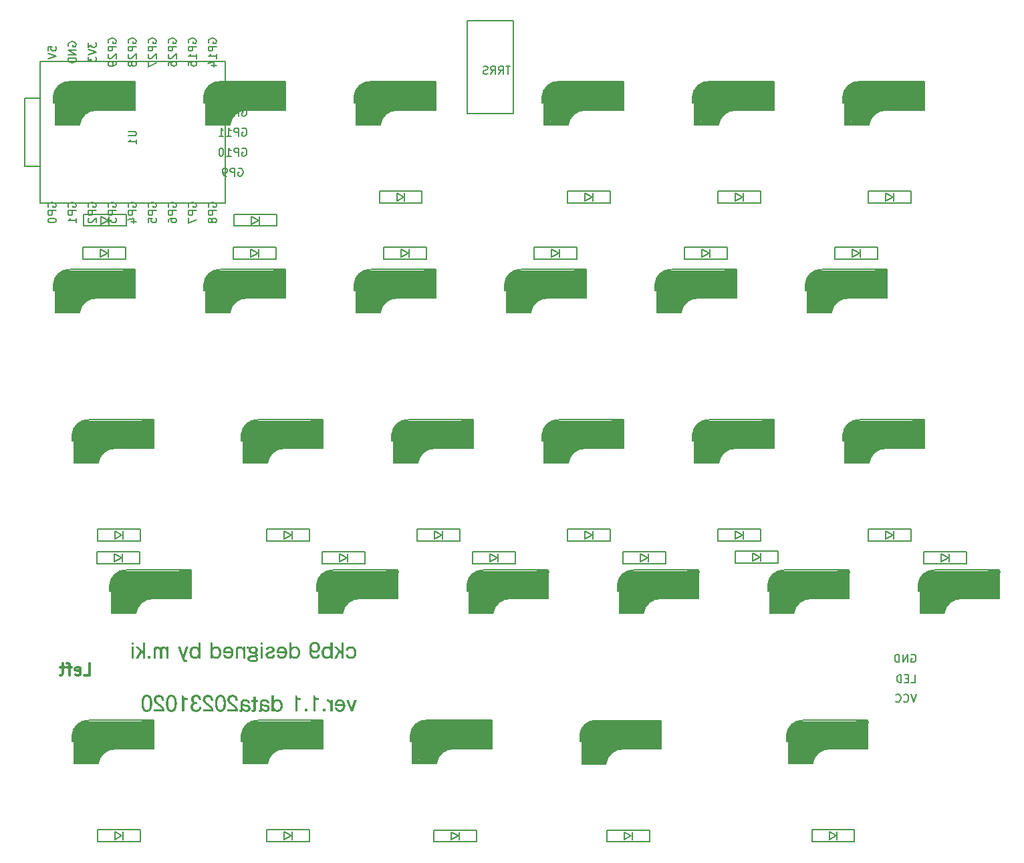
<source format=gbr>
G04 #@! TF.GenerationSoftware,KiCad,Pcbnew,7.0.8*
G04 #@! TF.CreationDate,2023-10-21T06:46:12+09:00*
G04 #@! TF.ProjectId,ckb9,636b6239-2e6b-4696-9361-645f70636258,rev?*
G04 #@! TF.SameCoordinates,Original*
G04 #@! TF.FileFunction,Legend,Bot*
G04 #@! TF.FilePolarity,Positive*
%FSLAX46Y46*%
G04 Gerber Fmt 4.6, Leading zero omitted, Abs format (unit mm)*
G04 Created by KiCad (PCBNEW 7.0.8) date 2023-10-21 06:46:12*
%MOMM*%
%LPD*%
G01*
G04 APERTURE LIST*
%ADD10C,0.300000*%
%ADD11C,0.150000*%
%ADD12C,0.500000*%
%ADD13C,0.800000*%
%ADD14C,3.000000*%
%ADD15C,3.500000*%
%ADD16C,1.000000*%
%ADD17C,0.400000*%
G04 APERTURE END LIST*
D10*
X422681203Y-1900828D02*
X423395489Y-1900828D01*
X423395489Y-1900828D02*
X423395489Y-400828D01*
X421609774Y-1829400D02*
X421752631Y-1900828D01*
X421752631Y-1900828D02*
X422038346Y-1900828D01*
X422038346Y-1900828D02*
X422181203Y-1829400D01*
X422181203Y-1829400D02*
X422252631Y-1686542D01*
X422252631Y-1686542D02*
X422252631Y-1115114D01*
X422252631Y-1115114D02*
X422181203Y-972257D01*
X422181203Y-972257D02*
X422038346Y-900828D01*
X422038346Y-900828D02*
X421752631Y-900828D01*
X421752631Y-900828D02*
X421609774Y-972257D01*
X421609774Y-972257D02*
X421538346Y-1115114D01*
X421538346Y-1115114D02*
X421538346Y-1257971D01*
X421538346Y-1257971D02*
X422252631Y-1400828D01*
X421109774Y-900828D02*
X420538346Y-900828D01*
X420895489Y-1900828D02*
X420895489Y-615114D01*
X420895489Y-615114D02*
X420824060Y-472257D01*
X420824060Y-472257D02*
X420681203Y-400828D01*
X420681203Y-400828D02*
X420538346Y-400828D01*
X420252631Y-900828D02*
X419681203Y-900828D01*
X420038346Y-400828D02*
X420038346Y-1686542D01*
X420038346Y-1686542D02*
X419966917Y-1829400D01*
X419966917Y-1829400D02*
X419824060Y-1900828D01*
X419824060Y-1900828D02*
X419681203Y-1900828D01*
G36*
X455835519Y1204787D02*
G01*
X455841579Y1233873D01*
X455849515Y1268266D01*
X455859896Y1306973D01*
X455866182Y1327635D01*
X455873293Y1349004D01*
X455881301Y1370957D01*
X455890277Y1393368D01*
X455900292Y1416115D01*
X455911417Y1439074D01*
X455923724Y1462120D01*
X455937284Y1485130D01*
X455952169Y1507980D01*
X455968449Y1530546D01*
X455986195Y1552704D01*
X456005481Y1574330D01*
X456026375Y1595300D01*
X456048950Y1615492D01*
X456073278Y1634779D01*
X456099428Y1653040D01*
X456127474Y1670149D01*
X456157485Y1685983D01*
X456189533Y1700419D01*
X456223690Y1713331D01*
X456260027Y1724597D01*
X456298614Y1734092D01*
X456339524Y1741693D01*
X456382828Y1747276D01*
X456428596Y1750716D01*
X456476901Y1751891D01*
X456517428Y1751016D01*
X456557108Y1748406D01*
X456595911Y1744079D01*
X456633810Y1738052D01*
X456670775Y1730345D01*
X456706777Y1720975D01*
X456741788Y1709963D01*
X456775778Y1697325D01*
X456808720Y1683081D01*
X456840583Y1667249D01*
X456871340Y1649848D01*
X456900962Y1630896D01*
X456929420Y1610411D01*
X456956684Y1588413D01*
X456982727Y1564919D01*
X457007519Y1539949D01*
X457031031Y1513520D01*
X457053236Y1485652D01*
X457074103Y1456362D01*
X457093605Y1425669D01*
X457111712Y1393592D01*
X457128395Y1360150D01*
X457143627Y1325360D01*
X457157377Y1289241D01*
X457169617Y1251813D01*
X457180319Y1213092D01*
X457189454Y1173099D01*
X457196992Y1131851D01*
X457202905Y1089366D01*
X457207165Y1045664D01*
X457209741Y1000764D01*
X457210607Y954682D01*
X457209958Y916165D01*
X457208007Y877867D01*
X457204751Y839856D01*
X457200185Y802197D01*
X457194304Y764955D01*
X457187104Y728197D01*
X457178579Y691987D01*
X457168727Y656393D01*
X457157541Y621479D01*
X457145017Y587311D01*
X457131151Y553955D01*
X457115939Y521476D01*
X457099375Y489941D01*
X457081455Y459416D01*
X457062175Y429965D01*
X457041530Y401655D01*
X457019515Y374552D01*
X456996126Y348720D01*
X456971358Y324227D01*
X456945207Y301137D01*
X456917668Y279516D01*
X456888737Y259431D01*
X456858409Y240947D01*
X456826680Y224129D01*
X456793544Y209043D01*
X456758998Y195756D01*
X456723036Y184332D01*
X456685655Y174838D01*
X456646850Y167340D01*
X456606615Y161902D01*
X456564948Y158592D01*
X456521842Y157473D01*
X456499769Y157792D01*
X456476674Y158778D01*
X456452664Y160480D01*
X456427850Y162943D01*
X456402343Y166215D01*
X456376251Y170344D01*
X456349684Y175375D01*
X456322753Y181356D01*
X456295568Y188333D01*
X456268237Y196355D01*
X456240871Y205467D01*
X456213581Y215717D01*
X456186474Y227151D01*
X456159663Y239817D01*
X456133255Y253761D01*
X456107362Y269031D01*
X456082092Y285674D01*
X456057557Y303735D01*
X456033865Y323263D01*
X456011126Y344305D01*
X455989451Y366906D01*
X455968949Y391115D01*
X455949730Y416978D01*
X455931904Y444543D01*
X455915580Y473855D01*
X455900869Y504962D01*
X455887880Y537912D01*
X455876724Y572750D01*
X455867509Y609524D01*
X455860347Y648282D01*
X455855346Y689069D01*
X455852616Y731933D01*
X456140823Y731933D01*
X456143921Y705056D01*
X456147269Y683113D01*
X456152129Y658678D01*
X456158918Y632378D01*
X456168054Y604835D01*
X456179954Y576676D01*
X456195035Y548523D01*
X456213714Y521003D01*
X456236408Y494740D01*
X456263535Y470359D01*
X456295512Y448483D01*
X456313449Y438681D01*
X456332755Y429739D01*
X456353482Y421736D01*
X456375683Y414750D01*
X456399408Y408859D01*
X456424711Y404142D01*
X456451644Y400675D01*
X456480258Y398538D01*
X456510607Y397808D01*
X456544505Y398986D01*
X456576446Y402436D01*
X456606488Y408030D01*
X456634688Y415642D01*
X456661104Y425144D01*
X456685794Y436410D01*
X456708816Y449312D01*
X456730227Y463723D01*
X456750085Y479517D01*
X456768449Y496567D01*
X456785375Y514745D01*
X456800922Y533924D01*
X456815147Y553978D01*
X456828108Y574779D01*
X456839864Y596200D01*
X456850471Y618115D01*
X456859987Y640397D01*
X456868471Y662917D01*
X456875980Y685550D01*
X456882571Y708168D01*
X456888304Y730645D01*
X456893234Y752853D01*
X456897421Y774665D01*
X456900922Y795955D01*
X456903795Y816594D01*
X456906097Y836457D01*
X456909220Y873345D01*
X456910756Y905602D01*
X456911165Y932212D01*
X456910483Y973008D01*
X456908471Y1011982D01*
X456905176Y1049167D01*
X456900649Y1084599D01*
X456894937Y1118312D01*
X456888090Y1150340D01*
X456880157Y1180718D01*
X456871185Y1209481D01*
X456861225Y1236663D01*
X456850325Y1262299D01*
X456838533Y1286424D01*
X456825899Y1309072D01*
X456812472Y1330277D01*
X456798300Y1350075D01*
X456783432Y1368501D01*
X456767916Y1385587D01*
X456751803Y1401370D01*
X456735140Y1415884D01*
X456717977Y1429164D01*
X456700362Y1441243D01*
X456682345Y1452158D01*
X456663973Y1461941D01*
X456645296Y1470629D01*
X456626362Y1478255D01*
X456607222Y1484854D01*
X456587922Y1490461D01*
X456568513Y1495110D01*
X456549042Y1498837D01*
X456529560Y1501675D01*
X456510114Y1503659D01*
X456471528Y1505205D01*
X456433770Y1503576D01*
X456398171Y1498808D01*
X456364735Y1491086D01*
X456333469Y1480590D01*
X456304379Y1467505D01*
X456277469Y1452011D01*
X456252746Y1434292D01*
X456230216Y1414530D01*
X456209884Y1392908D01*
X456191755Y1369608D01*
X456175836Y1344812D01*
X456162133Y1318703D01*
X456150651Y1291464D01*
X456141395Y1263276D01*
X456134372Y1234323D01*
X456129588Y1204787D01*
X455835519Y1204787D01*
G37*
G36*
X454384228Y220000D02*
G01*
X454910327Y1153496D01*
X454392533Y1689364D01*
X454748150Y1689364D01*
X455283042Y1119790D01*
X455283042Y2252100D01*
X455571249Y2252100D01*
X455571249Y220000D01*
X455283042Y220000D01*
X455283042Y771988D01*
X455106699Y951751D01*
X454706140Y220000D01*
X454384228Y220000D01*
G37*
G36*
X454194696Y220000D02*
G01*
X453926029Y220000D01*
X453911863Y384131D01*
X453898922Y367192D01*
X453885843Y351076D01*
X453872632Y335764D01*
X453859296Y321237D01*
X453832278Y294466D01*
X453804846Y270611D01*
X453777056Y249525D01*
X453748965Y231056D01*
X453720629Y215057D01*
X453692105Y201376D01*
X453663450Y189865D01*
X453634719Y180374D01*
X453605969Y172753D01*
X453577258Y166854D01*
X453548641Y162526D01*
X453520174Y159619D01*
X453491916Y157985D01*
X453463921Y157473D01*
X453419109Y158726D01*
X453376067Y162423D01*
X453334770Y168472D01*
X453295197Y176782D01*
X453257325Y187261D01*
X453221131Y199816D01*
X453186593Y214357D01*
X453153687Y230792D01*
X453122391Y249028D01*
X453092683Y268975D01*
X453064539Y290539D01*
X453037937Y313630D01*
X453012854Y338156D01*
X452989268Y364025D01*
X452967155Y391145D01*
X452946493Y419424D01*
X452927259Y448771D01*
X452909431Y479093D01*
X452892986Y510300D01*
X452877901Y542299D01*
X452864153Y574998D01*
X452851720Y608307D01*
X452840579Y642132D01*
X452830706Y676383D01*
X452822081Y710966D01*
X452814679Y745792D01*
X452808479Y780768D01*
X452803456Y815801D01*
X452799590Y850801D01*
X452796856Y885676D01*
X452795232Y920333D01*
X452794696Y954682D01*
X452794734Y957124D01*
X453082903Y957124D01*
X453083321Y927917D01*
X453084575Y899208D01*
X453086662Y871024D01*
X453089577Y843394D01*
X453093318Y816346D01*
X453097882Y789909D01*
X453103265Y764110D01*
X453109464Y738977D01*
X453116476Y714540D01*
X453124297Y690825D01*
X453132925Y667862D01*
X453142357Y645678D01*
X453152588Y624301D01*
X453163616Y603760D01*
X453175437Y584083D01*
X453188049Y565298D01*
X453201448Y547433D01*
X453215631Y530516D01*
X453230594Y514577D01*
X453246335Y499641D01*
X453262851Y485739D01*
X453280137Y472898D01*
X453298191Y461146D01*
X453317009Y450511D01*
X453336589Y441022D01*
X453356927Y432707D01*
X453378020Y425594D01*
X453399865Y419711D01*
X453422458Y415086D01*
X453445796Y411748D01*
X453469877Y409724D01*
X453494696Y409043D01*
X453520504Y409780D01*
X453545447Y411962D01*
X453569529Y415551D01*
X453592753Y420508D01*
X453615121Y426792D01*
X453636637Y434366D01*
X453657303Y443188D01*
X453677122Y453221D01*
X453696098Y464424D01*
X453714234Y476759D01*
X453731531Y490185D01*
X453747994Y504665D01*
X453763625Y520157D01*
X453778427Y536623D01*
X453792403Y554024D01*
X453805556Y572320D01*
X453817889Y591472D01*
X453829405Y611440D01*
X453840107Y632185D01*
X453849998Y653668D01*
X453859080Y675849D01*
X453867357Y698690D01*
X453874832Y722150D01*
X453881508Y746190D01*
X453887387Y770772D01*
X453892473Y795854D01*
X453896768Y821400D01*
X453900275Y847368D01*
X453902999Y873719D01*
X453904940Y900415D01*
X453906102Y927416D01*
X453906489Y954682D01*
X453906102Y982169D01*
X453904940Y1009373D01*
X453902999Y1036257D01*
X453900275Y1062781D01*
X453896768Y1088908D01*
X453892473Y1114597D01*
X453887387Y1139810D01*
X453881508Y1164509D01*
X453874832Y1188656D01*
X453867357Y1212210D01*
X453859080Y1235133D01*
X453849998Y1257388D01*
X453840107Y1278934D01*
X453829405Y1299733D01*
X453817889Y1319747D01*
X453805556Y1338937D01*
X453792403Y1357264D01*
X453778427Y1374689D01*
X453763625Y1391174D01*
X453747994Y1406679D01*
X453731531Y1421167D01*
X453714234Y1434598D01*
X453696098Y1446934D01*
X453677122Y1458135D01*
X453657303Y1468164D01*
X453636637Y1476981D01*
X453615121Y1484548D01*
X453592753Y1490827D01*
X453569529Y1495777D01*
X453545447Y1499361D01*
X453520504Y1501540D01*
X453494696Y1502274D01*
X453469877Y1501595D01*
X453445796Y1499576D01*
X453422458Y1496246D01*
X453399865Y1491633D01*
X453378020Y1485765D01*
X453356927Y1478672D01*
X453336589Y1470381D01*
X453317009Y1460921D01*
X453298191Y1450321D01*
X453280137Y1438608D01*
X453262851Y1425812D01*
X453246335Y1411960D01*
X453230594Y1397081D01*
X453215631Y1381205D01*
X453201448Y1364358D01*
X453188049Y1346570D01*
X453175437Y1327868D01*
X453163616Y1308282D01*
X453152588Y1287840D01*
X453142357Y1266571D01*
X453132925Y1244501D01*
X453124297Y1221662D01*
X453116476Y1198079D01*
X453109464Y1173783D01*
X453103265Y1148801D01*
X453097882Y1123163D01*
X453093318Y1096895D01*
X453089577Y1070028D01*
X453086662Y1042588D01*
X453084575Y1014606D01*
X453083321Y986108D01*
X453082903Y957124D01*
X452794734Y957124D01*
X452795209Y988042D01*
X452796765Y1021836D01*
X452799394Y1055967D01*
X452803121Y1090337D01*
X452807977Y1124847D01*
X452813987Y1159400D01*
X452821180Y1193897D01*
X452829585Y1228242D01*
X452839227Y1262335D01*
X452850137Y1296079D01*
X452862340Y1329376D01*
X452875866Y1362128D01*
X452890741Y1394237D01*
X452906994Y1425605D01*
X452924653Y1456134D01*
X452943745Y1485727D01*
X452964298Y1514285D01*
X452986341Y1541710D01*
X453009900Y1567905D01*
X453035003Y1592771D01*
X453061679Y1616211D01*
X453089956Y1638126D01*
X453119860Y1658419D01*
X453151420Y1676992D01*
X453184664Y1693747D01*
X453219620Y1708585D01*
X453256315Y1721409D01*
X453294776Y1732121D01*
X453335033Y1740623D01*
X453377113Y1746818D01*
X453421043Y1750606D01*
X453466852Y1751891D01*
X453488296Y1751582D01*
X453509131Y1750670D01*
X453529367Y1749175D01*
X453549015Y1747117D01*
X453586595Y1741397D01*
X453621962Y1733672D01*
X453655204Y1724106D01*
X453686413Y1712864D01*
X453715679Y1700110D01*
X453743091Y1686006D01*
X453768740Y1670718D01*
X453792716Y1654408D01*
X453815109Y1637241D01*
X453836010Y1619381D01*
X453855508Y1600992D01*
X453873694Y1582236D01*
X453890658Y1563279D01*
X453906489Y1544284D01*
X453906489Y2252100D01*
X454194696Y2252100D01*
X454194696Y220000D01*
G37*
G36*
X451952878Y2313778D02*
G01*
X451990861Y2311254D01*
X452027886Y2307085D01*
X452063935Y2301299D01*
X452098986Y2293927D01*
X452133021Y2284999D01*
X452166021Y2274545D01*
X452197965Y2262595D01*
X452228834Y2249178D01*
X452258609Y2234326D01*
X452287271Y2218067D01*
X452314799Y2200432D01*
X452341174Y2181451D01*
X452366377Y2161153D01*
X452390389Y2139569D01*
X452413189Y2116728D01*
X452434758Y2092661D01*
X452455077Y2067398D01*
X452474126Y2040968D01*
X452491886Y2013401D01*
X452508338Y1984728D01*
X452523461Y1954978D01*
X452537236Y1924182D01*
X452549644Y1892368D01*
X452560665Y1859568D01*
X452570280Y1825812D01*
X452578470Y1791128D01*
X452585214Y1755548D01*
X452590493Y1719100D01*
X452594288Y1681816D01*
X452596580Y1643725D01*
X452597348Y1604856D01*
X452596191Y1555992D01*
X452592791Y1509385D01*
X452587250Y1464990D01*
X452579672Y1422760D01*
X452570158Y1382649D01*
X452558814Y1344610D01*
X452545741Y1308597D01*
X452531043Y1274564D01*
X452514824Y1242464D01*
X452497185Y1212252D01*
X452478230Y1183880D01*
X452458063Y1157302D01*
X452436787Y1132473D01*
X452414504Y1109346D01*
X452391318Y1087874D01*
X452367332Y1068011D01*
X452342649Y1049710D01*
X452317372Y1032927D01*
X452291604Y1017613D01*
X452265449Y1003723D01*
X452239010Y991211D01*
X452212389Y980030D01*
X452185690Y970133D01*
X452159016Y961475D01*
X452132470Y954009D01*
X452106155Y947689D01*
X452080175Y942468D01*
X452054632Y938301D01*
X452029629Y935140D01*
X452005271Y932939D01*
X451981659Y931653D01*
X451958897Y931235D01*
X451936758Y931455D01*
X451915472Y932111D01*
X451895008Y933194D01*
X451875330Y934696D01*
X451838201Y938924D01*
X451803818Y944729D01*
X451771914Y952045D01*
X451742221Y960807D01*
X451714472Y970948D01*
X451688398Y982404D01*
X451663733Y995107D01*
X451640208Y1008992D01*
X451617556Y1023993D01*
X451595509Y1040045D01*
X451573801Y1057081D01*
X451552162Y1075036D01*
X451530326Y1093845D01*
X451508025Y1113440D01*
X451509734Y1087669D01*
X451511694Y1061078D01*
X451513959Y1033775D01*
X451516585Y1005867D01*
X451519627Y977461D01*
X451523141Y948665D01*
X451527183Y919586D01*
X451531808Y890332D01*
X451537071Y861009D01*
X451543027Y831726D01*
X451549733Y802590D01*
X451557243Y773709D01*
X451565614Y745188D01*
X451574900Y717138D01*
X451585157Y689663D01*
X451596441Y662873D01*
X451608806Y636874D01*
X451622309Y611774D01*
X451637004Y587680D01*
X451652948Y564700D01*
X451670196Y542940D01*
X451688803Y522510D01*
X451708825Y503515D01*
X451730316Y486064D01*
X451753333Y470263D01*
X451777932Y456221D01*
X451804166Y444044D01*
X451832093Y433841D01*
X451861767Y425718D01*
X451893244Y419782D01*
X451926579Y416142D01*
X451961828Y414905D01*
X451986357Y415460D01*
X452009595Y417085D01*
X452031578Y419726D01*
X452052342Y423325D01*
X452071923Y427826D01*
X452107684Y439308D01*
X452139152Y453720D01*
X452166618Y470612D01*
X452190374Y489531D01*
X452210710Y510026D01*
X452227919Y531646D01*
X452242290Y553938D01*
X452254116Y576452D01*
X452263688Y598736D01*
X452271296Y620339D01*
X452277233Y640808D01*
X452283640Y668400D01*
X452286671Y684061D01*
X452569504Y684061D01*
X452563994Y644343D01*
X452556943Y606583D01*
X452548419Y570735D01*
X452538490Y536753D01*
X452527223Y504592D01*
X452514686Y474206D01*
X452500946Y445550D01*
X452486072Y418577D01*
X452470131Y393242D01*
X452453191Y369499D01*
X452435320Y347302D01*
X452416584Y326607D01*
X452397053Y307366D01*
X452376793Y289535D01*
X452355873Y273068D01*
X452334359Y257918D01*
X452312321Y244041D01*
X452289825Y231390D01*
X452266939Y219920D01*
X452243731Y209586D01*
X452220269Y200341D01*
X452196620Y192139D01*
X452172852Y184935D01*
X452149032Y178684D01*
X452125230Y173340D01*
X452101511Y168856D01*
X452077944Y165188D01*
X452054597Y162289D01*
X452031537Y160113D01*
X452008833Y158616D01*
X451986550Y157751D01*
X451964759Y157473D01*
X451899272Y159903D01*
X451837736Y167022D01*
X451780027Y178578D01*
X451726023Y194317D01*
X451675601Y213986D01*
X451628638Y237333D01*
X451585012Y264103D01*
X451544600Y294043D01*
X451507279Y326901D01*
X451472927Y362423D01*
X451441420Y400356D01*
X451412636Y440447D01*
X451386453Y482442D01*
X451362747Y526088D01*
X451341397Y571132D01*
X451322278Y617322D01*
X451305269Y664402D01*
X451290246Y712121D01*
X451277088Y760225D01*
X451265671Y808462D01*
X451255872Y856576D01*
X451247570Y904317D01*
X451240640Y951429D01*
X451234961Y997661D01*
X451230410Y1042759D01*
X451226863Y1086469D01*
X451224199Y1128538D01*
X451222295Y1168714D01*
X451221027Y1206743D01*
X451220274Y1242371D01*
X451219912Y1275346D01*
X451219818Y1305415D01*
X451219878Y1332936D01*
X451220138Y1362875D01*
X451220717Y1395016D01*
X451221735Y1429142D01*
X451223311Y1465038D01*
X451225566Y1502488D01*
X451228618Y1541277D01*
X451232587Y1581188D01*
X451236869Y1616092D01*
X451538799Y1616092D01*
X451539449Y1586100D01*
X451541639Y1553849D01*
X451545732Y1519916D01*
X451552088Y1484880D01*
X451561068Y1449320D01*
X451573034Y1413816D01*
X451588348Y1378945D01*
X451607370Y1345287D01*
X451618385Y1329094D01*
X451630463Y1313421D01*
X451643648Y1298341D01*
X451657987Y1283926D01*
X451673524Y1270248D01*
X451690304Y1257380D01*
X451708372Y1245394D01*
X451727774Y1234363D01*
X451748556Y1224358D01*
X451770761Y1215453D01*
X451794435Y1207719D01*
X451819624Y1201229D01*
X451846372Y1196055D01*
X451874726Y1192270D01*
X451904729Y1189946D01*
X451936427Y1189155D01*
X451970057Y1190626D01*
X452003535Y1195087D01*
X452036582Y1202605D01*
X452068921Y1213251D01*
X452100271Y1227094D01*
X452130356Y1244204D01*
X452158897Y1264650D01*
X452185615Y1288501D01*
X452210233Y1315827D01*
X452232471Y1346697D01*
X452242611Y1363482D01*
X452252051Y1381180D01*
X452260758Y1399798D01*
X452268696Y1419346D01*
X452275830Y1439832D01*
X452282126Y1461265D01*
X452287549Y1483653D01*
X452292064Y1507006D01*
X452295636Y1531331D01*
X452298231Y1556637D01*
X452299813Y1582934D01*
X452300348Y1610230D01*
X452299678Y1644483D01*
X452297704Y1677020D01*
X452294484Y1707883D01*
X452290072Y1737111D01*
X452284526Y1764747D01*
X452277902Y1790832D01*
X452270256Y1815407D01*
X452261644Y1838513D01*
X452252122Y1860191D01*
X452241747Y1880484D01*
X452230576Y1899431D01*
X452218663Y1917074D01*
X452206067Y1933455D01*
X452192842Y1948614D01*
X452179045Y1962594D01*
X452149961Y1987177D01*
X452119264Y2007534D01*
X452087405Y2023995D01*
X452054833Y2036891D01*
X452021999Y2046550D01*
X451989353Y2053304D01*
X451957345Y2057480D01*
X451926425Y2059411D01*
X451911514Y2059637D01*
X451888741Y2059017D01*
X451866676Y2057183D01*
X451845319Y2054170D01*
X451824673Y2050015D01*
X451804738Y2044753D01*
X451785514Y2038420D01*
X451767004Y2031053D01*
X451749207Y2022687D01*
X451715759Y2003105D01*
X451685178Y1979961D01*
X451657472Y1953544D01*
X451632650Y1924143D01*
X451610718Y1892045D01*
X451600838Y1875076D01*
X451591684Y1857540D01*
X451583257Y1839474D01*
X451575558Y1820915D01*
X451568587Y1801898D01*
X451562346Y1782459D01*
X451556835Y1762635D01*
X451552056Y1742460D01*
X451548009Y1721973D01*
X451544696Y1701207D01*
X451542118Y1680201D01*
X451540275Y1658988D01*
X451539168Y1637607D01*
X451538799Y1616092D01*
X451236869Y1616092D01*
X451237594Y1622005D01*
X451243756Y1663514D01*
X451251195Y1705497D01*
X451260029Y1747739D01*
X451270379Y1790025D01*
X451282363Y1832138D01*
X451296102Y1873863D01*
X451311714Y1914984D01*
X451329321Y1955284D01*
X451349040Y1994549D01*
X451370992Y2032562D01*
X451395296Y2069108D01*
X451422072Y2103970D01*
X451451440Y2136933D01*
X451483519Y2167781D01*
X451518428Y2196298D01*
X451556287Y2222269D01*
X451597217Y2245477D01*
X451641336Y2265706D01*
X451688763Y2282742D01*
X451739620Y2296368D01*
X451794024Y2306367D01*
X451852097Y2312525D01*
X451913956Y2314626D01*
X451952878Y2313778D01*
G37*
G36*
X448981577Y1544284D02*
G01*
X448997322Y1563279D01*
X449014206Y1582236D01*
X449032315Y1600992D01*
X449051735Y1619381D01*
X449072552Y1637241D01*
X449094852Y1654408D01*
X449118720Y1670718D01*
X449144242Y1686006D01*
X449171505Y1700110D01*
X449200594Y1712864D01*
X449231594Y1724106D01*
X449264593Y1733672D01*
X449299675Y1741397D01*
X449336927Y1747117D01*
X449356393Y1749175D01*
X449376434Y1750670D01*
X449397061Y1751582D01*
X449418283Y1751891D01*
X449464315Y1750606D01*
X449508457Y1746818D01*
X449550738Y1740623D01*
X449591186Y1732121D01*
X449629828Y1721409D01*
X449666693Y1708585D01*
X449701809Y1693747D01*
X449735203Y1676992D01*
X449766905Y1658419D01*
X449796942Y1638126D01*
X449825341Y1616211D01*
X449852133Y1592771D01*
X449877343Y1567905D01*
X449901001Y1541710D01*
X449923134Y1514285D01*
X449943771Y1485727D01*
X449962940Y1456134D01*
X449980668Y1425605D01*
X449996985Y1394237D01*
X450011917Y1362128D01*
X450025493Y1329376D01*
X450037742Y1296079D01*
X450048690Y1262335D01*
X450058367Y1228242D01*
X450066800Y1193897D01*
X450074018Y1159400D01*
X450080048Y1124847D01*
X450084919Y1090337D01*
X450088658Y1055967D01*
X450091295Y1021836D01*
X450092856Y988042D01*
X450093370Y954682D01*
X450092824Y920333D01*
X450091172Y885676D01*
X450088392Y850801D01*
X450084464Y815801D01*
X450079365Y780768D01*
X450073074Y745792D01*
X450065571Y710966D01*
X450056833Y676383D01*
X450046839Y642132D01*
X450035568Y608307D01*
X450022999Y574998D01*
X450009109Y542299D01*
X449993878Y510300D01*
X449977285Y479093D01*
X449959307Y448771D01*
X449939924Y419424D01*
X449919115Y391145D01*
X449896857Y364025D01*
X449873129Y338156D01*
X449847911Y313630D01*
X449821180Y290539D01*
X449792915Y268975D01*
X449763096Y249028D01*
X449731700Y230792D01*
X449698706Y214357D01*
X449664093Y199816D01*
X449627839Y187261D01*
X449589924Y176782D01*
X449550325Y168472D01*
X449509021Y162423D01*
X449465991Y158726D01*
X449421214Y157473D01*
X449393702Y157984D01*
X449365802Y159613D01*
X449337583Y162506D01*
X449309114Y166808D01*
X449280465Y172664D01*
X449251704Y180219D01*
X449222903Y189620D01*
X449194129Y201010D01*
X449165452Y214535D01*
X449136943Y230341D01*
X449108669Y248572D01*
X449080701Y269375D01*
X449053108Y292893D01*
X449025959Y319274D01*
X449012573Y333582D01*
X448999324Y348661D01*
X448986221Y364527D01*
X448973272Y381200D01*
X448962037Y220000D01*
X448692882Y220000D01*
X448692882Y954682D01*
X448981577Y954682D01*
X448981955Y927416D01*
X448983094Y900415D01*
X448984997Y873719D01*
X448987670Y847368D01*
X448991117Y821400D01*
X448995342Y795854D01*
X449000350Y770772D01*
X449006146Y746190D01*
X449012734Y722150D01*
X449020118Y698690D01*
X449028304Y675849D01*
X449037295Y653668D01*
X449047097Y632185D01*
X449057714Y611440D01*
X449069151Y591472D01*
X449081411Y572320D01*
X449094500Y554024D01*
X449108422Y536623D01*
X449123182Y520157D01*
X449138784Y504665D01*
X449155233Y490185D01*
X449172534Y476759D01*
X449190690Y464424D01*
X449209707Y453221D01*
X449229589Y443188D01*
X449250341Y434366D01*
X449271967Y426792D01*
X449294472Y420508D01*
X449317860Y415551D01*
X449342136Y411962D01*
X449367304Y409780D01*
X449393370Y409043D01*
X449418188Y409724D01*
X449442264Y411748D01*
X449465596Y415086D01*
X449488180Y419711D01*
X449510014Y425594D01*
X449531094Y432707D01*
X449551417Y441022D01*
X449570980Y450511D01*
X449589781Y461146D01*
X449607816Y472898D01*
X449625082Y485739D01*
X449641576Y499641D01*
X449657295Y514577D01*
X449672236Y530516D01*
X449686397Y547433D01*
X449699773Y565298D01*
X449712362Y584083D01*
X449724160Y603760D01*
X449735166Y624301D01*
X449745376Y645678D01*
X449754786Y667862D01*
X449763393Y690825D01*
X449771196Y714540D01*
X449778190Y738977D01*
X449784373Y764110D01*
X449789741Y789909D01*
X449794291Y816346D01*
X449798021Y843394D01*
X449800928Y871024D01*
X449803008Y899208D01*
X449804258Y927917D01*
X449804675Y957124D01*
X449804258Y986108D01*
X449803008Y1014606D01*
X449800928Y1042588D01*
X449798021Y1070028D01*
X449794291Y1096895D01*
X449789741Y1123163D01*
X449784373Y1148801D01*
X449778190Y1173783D01*
X449771196Y1198079D01*
X449763393Y1221662D01*
X449754786Y1244501D01*
X449745376Y1266571D01*
X449735166Y1287840D01*
X449724160Y1308282D01*
X449712362Y1327868D01*
X449699773Y1346570D01*
X449686397Y1364358D01*
X449672236Y1381205D01*
X449657295Y1397081D01*
X449641576Y1411960D01*
X449625082Y1425812D01*
X449607816Y1438608D01*
X449589781Y1450321D01*
X449570980Y1460921D01*
X449551417Y1470381D01*
X449531094Y1478672D01*
X449510014Y1485765D01*
X449488180Y1491633D01*
X449465596Y1496246D01*
X449442264Y1499576D01*
X449418188Y1501595D01*
X449393370Y1502274D01*
X449367304Y1501325D01*
X449342136Y1498958D01*
X449317860Y1495213D01*
X449294472Y1490125D01*
X449271967Y1483733D01*
X449250341Y1476074D01*
X449229589Y1467186D01*
X449209707Y1457105D01*
X449190690Y1445869D01*
X449172534Y1433516D01*
X449155233Y1420082D01*
X449138784Y1405606D01*
X449123182Y1390124D01*
X449108422Y1373675D01*
X449094500Y1356294D01*
X449081411Y1338021D01*
X449069151Y1318892D01*
X449057714Y1298944D01*
X449047097Y1278216D01*
X449037295Y1256744D01*
X449028304Y1234565D01*
X449020118Y1211718D01*
X449012734Y1188239D01*
X449006146Y1164166D01*
X449000350Y1139536D01*
X448995342Y1114387D01*
X448991117Y1088757D01*
X448987670Y1062681D01*
X448984997Y1036199D01*
X448983094Y1009346D01*
X448981955Y982162D01*
X448981577Y954682D01*
X448692882Y954682D01*
X448692882Y2252100D01*
X448981577Y2252100D01*
X448981577Y1544284D01*
G37*
G36*
X447770261Y1750929D02*
G01*
X447808183Y1748070D01*
X447845278Y1743348D01*
X447881518Y1736802D01*
X447916876Y1728467D01*
X447951322Y1718380D01*
X447984828Y1706578D01*
X448017367Y1693097D01*
X448048910Y1677974D01*
X448079428Y1661245D01*
X448108894Y1642947D01*
X448137279Y1623116D01*
X448164555Y1601790D01*
X448190693Y1579005D01*
X448215666Y1554797D01*
X448239445Y1529202D01*
X448262001Y1502258D01*
X448283308Y1474002D01*
X448303335Y1444468D01*
X448322056Y1413695D01*
X448339441Y1381719D01*
X448355463Y1348576D01*
X448370094Y1314304D01*
X448383304Y1278937D01*
X448395066Y1242514D01*
X448405351Y1205071D01*
X448414131Y1166643D01*
X448421379Y1127269D01*
X448427065Y1086984D01*
X448431162Y1045825D01*
X448433640Y1003829D01*
X448434473Y961032D01*
X448433632Y917984D01*
X448431133Y875694D01*
X448427006Y834202D01*
X448421285Y793548D01*
X448414003Y753773D01*
X448405190Y714915D01*
X448394880Y677015D01*
X448383105Y640112D01*
X448369898Y604248D01*
X448355290Y569460D01*
X448339315Y535790D01*
X448322005Y503277D01*
X448303391Y471962D01*
X448283506Y441883D01*
X448262384Y413081D01*
X448240055Y385596D01*
X448216553Y359468D01*
X448191910Y334736D01*
X448166158Y311441D01*
X448139330Y289622D01*
X448111458Y269319D01*
X448082574Y250573D01*
X448052711Y233423D01*
X448021901Y217908D01*
X447990176Y204070D01*
X447957570Y191947D01*
X447924113Y181579D01*
X447889840Y173008D01*
X447854781Y166271D01*
X447818970Y161410D01*
X447782439Y158464D01*
X447745219Y157473D01*
X447715555Y158045D01*
X447686381Y159755D01*
X447657713Y162592D01*
X447629567Y166546D01*
X447601957Y171606D01*
X447574899Y177763D01*
X447548408Y185005D01*
X447522500Y193324D01*
X447497191Y202707D01*
X447472495Y213147D01*
X447448428Y224630D01*
X447425005Y237149D01*
X447402243Y250692D01*
X447380155Y265249D01*
X447358758Y280809D01*
X447338066Y297363D01*
X447318096Y314901D01*
X447298863Y333411D01*
X447280382Y352884D01*
X447262668Y373309D01*
X447245737Y394676D01*
X447229604Y416975D01*
X447214285Y440195D01*
X447199795Y464326D01*
X447186149Y489359D01*
X447173362Y515282D01*
X447161451Y542085D01*
X447150431Y569758D01*
X447140316Y598291D01*
X447131123Y627674D01*
X447122866Y657895D01*
X447115561Y688946D01*
X447398394Y688946D01*
X447406918Y663783D01*
X447416235Y640192D01*
X447426283Y618122D01*
X447437001Y597524D01*
X447448326Y578345D01*
X447460196Y560535D01*
X447472549Y544045D01*
X447485322Y528822D01*
X447511882Y501977D01*
X447539379Y479594D01*
X447567315Y461269D01*
X447595193Y446596D01*
X447622516Y435168D01*
X447648786Y426580D01*
X447673507Y420427D01*
X447696180Y416302D01*
X447716309Y413800D01*
X447740643Y412203D01*
X447756454Y411974D01*
X447786081Y413019D01*
X447814082Y416077D01*
X447840506Y421035D01*
X447865400Y427781D01*
X447888811Y436200D01*
X447910785Y446180D01*
X447931370Y457609D01*
X447950612Y470371D01*
X447968560Y484356D01*
X447985259Y499448D01*
X448000758Y515536D01*
X448015102Y532505D01*
X448028339Y550244D01*
X448040517Y568638D01*
X448051681Y587575D01*
X448061880Y606941D01*
X448071160Y626624D01*
X448079568Y646509D01*
X448087152Y666485D01*
X448093958Y686438D01*
X448100033Y706254D01*
X448105425Y725820D01*
X448110181Y745024D01*
X448117970Y781892D01*
X448123778Y815952D01*
X448127981Y846298D01*
X448130956Y872026D01*
X448132100Y882875D01*
X447087229Y882875D01*
X447087219Y903830D01*
X447087266Y926663D01*
X447087483Y951224D01*
X447087985Y977366D01*
X447088884Y1004939D01*
X447090295Y1033794D01*
X447092331Y1063782D01*
X447095106Y1094755D01*
X447098734Y1126564D01*
X447098743Y1126629D01*
X447381297Y1126629D01*
X448123307Y1126629D01*
X448116473Y1156523D01*
X448110143Y1181137D01*
X448102075Y1208660D01*
X448091994Y1238374D01*
X448079627Y1269561D01*
X448064699Y1301502D01*
X448046936Y1333479D01*
X448026065Y1364773D01*
X448001811Y1394666D01*
X447988330Y1408863D01*
X447973900Y1422440D01*
X447958488Y1435308D01*
X447942058Y1447376D01*
X447924578Y1458555D01*
X447906011Y1468755D01*
X447886325Y1477887D01*
X447865486Y1485860D01*
X447843457Y1492585D01*
X447820207Y1497972D01*
X447795699Y1501931D01*
X447769901Y1504372D01*
X447742777Y1505205D01*
X447713922Y1504372D01*
X447686677Y1501931D01*
X447660993Y1497972D01*
X447636824Y1492585D01*
X447614121Y1485860D01*
X447592838Y1477887D01*
X447572925Y1468755D01*
X447554336Y1458555D01*
X447537023Y1447376D01*
X447520937Y1435308D01*
X447506033Y1422440D01*
X447479574Y1394666D01*
X447457266Y1364773D01*
X447438725Y1333479D01*
X447423572Y1301502D01*
X447411425Y1269561D01*
X447401902Y1238374D01*
X447394622Y1208660D01*
X447389203Y1181137D01*
X447385264Y1156523D01*
X447382425Y1135537D01*
X447381297Y1126629D01*
X447098743Y1126629D01*
X447103329Y1159060D01*
X447109005Y1192094D01*
X447115874Y1225517D01*
X447124052Y1259180D01*
X447133651Y1292935D01*
X447144787Y1326633D01*
X447157571Y1360125D01*
X447171651Y1392752D01*
X447186557Y1423531D01*
X447202232Y1452517D01*
X447218618Y1479761D01*
X447235658Y1505318D01*
X447253293Y1529241D01*
X447271466Y1551582D01*
X447290119Y1572395D01*
X447309194Y1591734D01*
X447328633Y1609651D01*
X447348379Y1626199D01*
X447368374Y1641433D01*
X447388559Y1655404D01*
X447408879Y1668167D01*
X447429273Y1679775D01*
X447449685Y1690280D01*
X447470058Y1699737D01*
X447490332Y1708197D01*
X447510451Y1715715D01*
X447530356Y1722344D01*
X447549990Y1728136D01*
X447569296Y1733146D01*
X447606688Y1741029D01*
X447642071Y1746420D01*
X447674982Y1749743D01*
X447704960Y1751425D01*
X447731542Y1751891D01*
X447770261Y1750929D01*
G37*
G36*
X445697487Y659637D02*
G01*
X445697940Y681911D01*
X445699305Y703413D01*
X445701593Y724165D01*
X445704816Y744189D01*
X445708983Y763508D01*
X445720195Y800122D01*
X445735317Y834190D01*
X445754435Y865893D01*
X445777635Y895413D01*
X445805005Y922932D01*
X445820280Y935997D01*
X445836630Y948631D01*
X445854066Y960855D01*
X445872598Y972692D01*
X445892238Y984165D01*
X445912995Y995297D01*
X445934881Y1006110D01*
X445957907Y1016627D01*
X445982084Y1026871D01*
X446007421Y1036865D01*
X446033931Y1046631D01*
X446061624Y1056192D01*
X446090511Y1065570D01*
X446120603Y1074789D01*
X446151910Y1083871D01*
X446184443Y1092840D01*
X446218213Y1101716D01*
X446240630Y1107454D01*
X446262184Y1113136D01*
X446282885Y1118776D01*
X446302743Y1124385D01*
X446321768Y1129977D01*
X446357356Y1141161D01*
X446389731Y1152431D01*
X446418972Y1163890D01*
X446445158Y1175641D01*
X446468367Y1187787D01*
X446488681Y1200431D01*
X446506178Y1213676D01*
X446520937Y1227625D01*
X446538118Y1250094D01*
X446549586Y1274727D01*
X446555610Y1301871D01*
X446556734Y1321535D01*
X446555407Y1341132D01*
X446548615Y1369344D01*
X446536393Y1395869D01*
X446525413Y1412465D01*
X446512298Y1428087D01*
X446497157Y1442645D01*
X446480102Y1456051D01*
X446461245Y1468215D01*
X446440694Y1479048D01*
X446418563Y1488459D01*
X446394961Y1496359D01*
X446369999Y1502660D01*
X446343789Y1507271D01*
X446316441Y1510103D01*
X446288066Y1511067D01*
X446266092Y1510632D01*
X446241600Y1508736D01*
X446212194Y1504269D01*
X446190728Y1499321D01*
X446168381Y1492414D01*
X446145673Y1483224D01*
X446123125Y1471423D01*
X446101259Y1456685D01*
X446080595Y1438684D01*
X446061653Y1417095D01*
X446044956Y1391590D01*
X446031024Y1361842D01*
X446020377Y1327527D01*
X446013538Y1288318D01*
X445728262Y1288318D01*
X445731465Y1310389D01*
X445734929Y1332895D01*
X445738915Y1355807D01*
X445743684Y1379096D01*
X445749495Y1402732D01*
X445756611Y1426687D01*
X445765291Y1450932D01*
X445775798Y1475438D01*
X445788391Y1500176D01*
X445803331Y1525116D01*
X445814724Y1541842D01*
X445827880Y1559163D01*
X445841582Y1575515D01*
X445855785Y1590927D01*
X445870446Y1605424D01*
X445885520Y1619036D01*
X445900964Y1631788D01*
X445916734Y1643709D01*
X445949073Y1665168D01*
X445982188Y1683631D01*
X446015724Y1699318D01*
X446049330Y1712449D01*
X446082655Y1723243D01*
X446115345Y1731920D01*
X446147050Y1738699D01*
X446177416Y1743802D01*
X446206092Y1747446D01*
X446232726Y1749852D01*
X446256966Y1751239D01*
X446278460Y1751827D01*
X446288066Y1751891D01*
X446317208Y1751360D01*
X446345815Y1749777D01*
X446373861Y1747159D01*
X446401321Y1743522D01*
X446428169Y1738883D01*
X446454379Y1733257D01*
X446479927Y1726660D01*
X446504786Y1719109D01*
X446528931Y1710620D01*
X446552337Y1701208D01*
X446574977Y1690892D01*
X446596826Y1679685D01*
X446617858Y1667606D01*
X446638049Y1654669D01*
X446657372Y1640891D01*
X446675802Y1626289D01*
X446693313Y1610878D01*
X446709880Y1594674D01*
X446725477Y1577695D01*
X446740078Y1559955D01*
X446753658Y1541471D01*
X446766192Y1522260D01*
X446777653Y1502338D01*
X446788016Y1481720D01*
X446797256Y1460423D01*
X446805347Y1438463D01*
X446812264Y1415857D01*
X446817980Y1392620D01*
X446822470Y1368769D01*
X446825710Y1344319D01*
X446827672Y1319288D01*
X446828332Y1293691D01*
X446827794Y1270961D01*
X446826192Y1249100D01*
X446823544Y1228083D01*
X446819867Y1207885D01*
X446815180Y1188484D01*
X446802847Y1151971D01*
X446786687Y1118349D01*
X446766844Y1087423D01*
X446743460Y1058999D01*
X446716678Y1032882D01*
X446686642Y1008877D01*
X446670449Y997606D01*
X446653495Y986790D01*
X446635800Y976404D01*
X446617380Y966425D01*
X446598254Y956829D01*
X446578440Y947590D01*
X446557955Y938684D01*
X446536817Y930088D01*
X446515045Y921776D01*
X446492656Y913725D01*
X446469669Y905910D01*
X446446100Y898306D01*
X446421968Y890891D01*
X446397291Y883638D01*
X446372086Y876524D01*
X446344608Y868765D01*
X446318307Y861139D01*
X446293162Y853631D01*
X446269154Y846226D01*
X446246262Y838907D01*
X446224467Y831660D01*
X446203749Y824469D01*
X446184088Y817318D01*
X446165463Y810193D01*
X446131245Y795955D01*
X446100934Y781631D01*
X446074372Y767099D01*
X446051399Y752233D01*
X446031855Y736910D01*
X446015581Y721007D01*
X446002417Y704399D01*
X445992204Y686963D01*
X445984782Y668575D01*
X445979991Y649111D01*
X445977672Y628447D01*
X445977390Y617627D01*
X445979186Y589995D01*
X445984412Y564410D01*
X445992820Y540835D01*
X446004165Y519235D01*
X446018200Y499573D01*
X446034680Y481812D01*
X446053358Y465915D01*
X446073988Y451847D01*
X446096323Y439571D01*
X446120119Y429049D01*
X446145128Y420247D01*
X446171105Y413127D01*
X446197803Y407653D01*
X446224976Y403787D01*
X446252377Y401495D01*
X446279762Y400739D01*
X446309094Y401358D01*
X446338148Y403330D01*
X446366715Y406831D01*
X446394587Y412035D01*
X446421554Y419117D01*
X446447408Y428251D01*
X446471940Y439612D01*
X446494940Y453374D01*
X446516200Y469712D01*
X446535511Y488800D01*
X446552664Y510814D01*
X446567450Y535928D01*
X446579660Y564316D01*
X446589084Y596153D01*
X446595515Y631613D01*
X446598743Y670872D01*
X446881577Y670872D01*
X446880589Y647589D01*
X446878470Y618977D01*
X446876035Y597362D01*
X446872507Y574010D01*
X446867649Y549173D01*
X446861226Y523104D01*
X446853000Y496055D01*
X446842737Y468279D01*
X446830200Y440029D01*
X446815152Y411557D01*
X446797359Y383116D01*
X446776582Y354958D01*
X446752588Y327336D01*
X446725138Y300502D01*
X446710044Y287460D01*
X446693998Y274710D01*
X446669406Y257293D01*
X446643924Y241623D01*
X446617724Y227612D01*
X446590981Y215176D01*
X446563869Y204228D01*
X446536562Y194682D01*
X446509233Y186453D01*
X446482056Y179455D01*
X446455206Y173602D01*
X446428856Y168808D01*
X446403180Y164987D01*
X446378352Y162053D01*
X446354546Y159921D01*
X446331936Y158504D01*
X446310695Y157717D01*
X446290997Y157473D01*
X446254311Y158147D01*
X446218805Y160145D01*
X446184479Y163432D01*
X446151332Y167971D01*
X446119363Y173728D01*
X446088571Y180667D01*
X446058954Y188752D01*
X446030512Y197949D01*
X446003244Y208221D01*
X445977148Y219533D01*
X445952223Y231849D01*
X445928469Y245135D01*
X445905883Y259353D01*
X445884466Y274470D01*
X445864216Y290449D01*
X445845132Y307255D01*
X445827213Y324853D01*
X445810458Y343206D01*
X445794865Y362280D01*
X445780434Y382038D01*
X445767164Y402446D01*
X445755054Y423468D01*
X445744102Y445068D01*
X445734307Y467211D01*
X445725669Y489862D01*
X445718185Y512984D01*
X445711857Y536542D01*
X445706681Y560502D01*
X445702657Y584826D01*
X445699784Y609481D01*
X445698061Y634429D01*
X445697487Y659637D01*
G37*
G36*
X445079553Y1963405D02*
G01*
X445079553Y2252100D01*
X445367759Y2252100D01*
X445367759Y1963405D01*
X445079553Y1963405D01*
G37*
G36*
X445079553Y220000D02*
G01*
X445079553Y1689364D01*
X445367759Y1689364D01*
X445367759Y220000D01*
X445079553Y220000D01*
G37*
G36*
X444171934Y1751248D02*
G01*
X444203938Y1749346D01*
X444235210Y1746219D01*
X444265728Y1741904D01*
X444295470Y1736438D01*
X444324415Y1729856D01*
X444352541Y1722195D01*
X444379828Y1713491D01*
X444406252Y1703780D01*
X444431794Y1693099D01*
X444456431Y1681483D01*
X444480143Y1668969D01*
X444502907Y1655593D01*
X444524702Y1641392D01*
X444545507Y1626401D01*
X444565300Y1610657D01*
X444584059Y1594196D01*
X444601764Y1577054D01*
X444618393Y1559268D01*
X444633924Y1540873D01*
X444648336Y1521907D01*
X444661608Y1502404D01*
X444673717Y1482402D01*
X444684643Y1461936D01*
X444694364Y1441043D01*
X444702858Y1419760D01*
X444710104Y1398121D01*
X444716081Y1376164D01*
X444720768Y1353925D01*
X444724141Y1331439D01*
X444726181Y1308744D01*
X444726866Y1285875D01*
X444725281Y1248339D01*
X444720732Y1213165D01*
X444713529Y1180279D01*
X444703984Y1149603D01*
X444692406Y1121063D01*
X444679107Y1094582D01*
X444664397Y1070084D01*
X444648586Y1047494D01*
X444631986Y1026736D01*
X444614906Y1007734D01*
X444597657Y990412D01*
X444580549Y974695D01*
X444563894Y960505D01*
X444548002Y947769D01*
X444526273Y931221D01*
X444519748Y926350D01*
X444537163Y913012D01*
X444554672Y899331D01*
X444572109Y885240D01*
X444589304Y870670D01*
X444606090Y855553D01*
X444622299Y839822D01*
X444637762Y823408D01*
X444652311Y806243D01*
X444665778Y788260D01*
X444677996Y769390D01*
X444688795Y749566D01*
X444698007Y728719D01*
X444705466Y706782D01*
X444711001Y683686D01*
X444714445Y659364D01*
X444715631Y633747D01*
X444714392Y607998D01*
X444710824Y584354D01*
X444705153Y562712D01*
X444697603Y542965D01*
X444688398Y525010D01*
X444671981Y501208D01*
X444653105Y480851D01*
X444632529Y463584D01*
X444611011Y449057D01*
X444589309Y436915D01*
X444568183Y426806D01*
X444548389Y418379D01*
X444542219Y415882D01*
X444566697Y402002D01*
X444584535Y391558D01*
X444603210Y380027D01*
X444622396Y367297D01*
X444641769Y353253D01*
X444661004Y337783D01*
X444679776Y320771D01*
X444697760Y302104D01*
X444714631Y281670D01*
X444730065Y259352D01*
X444743736Y235039D01*
X444755321Y208616D01*
X444764493Y179969D01*
X444770928Y148985D01*
X444774301Y115550D01*
X444774738Y97878D01*
X444773453Y69291D01*
X444769682Y42302D01*
X444763548Y16865D01*
X444755175Y-7063D01*
X444744686Y-29531D01*
X444732205Y-50582D01*
X444717856Y-70262D01*
X444701763Y-88616D01*
X444684049Y-105688D01*
X444664837Y-121526D01*
X444644253Y-136173D01*
X444622419Y-149674D01*
X444599459Y-162076D01*
X444575497Y-173424D01*
X444550656Y-183762D01*
X444525061Y-193136D01*
X444498834Y-201592D01*
X444472100Y-209174D01*
X444444982Y-215927D01*
X444417604Y-221898D01*
X444390090Y-227131D01*
X444362563Y-231671D01*
X444335148Y-235564D01*
X444307967Y-238855D01*
X444281144Y-241590D01*
X444254804Y-243813D01*
X444229070Y-245570D01*
X444204065Y-246906D01*
X444179914Y-247866D01*
X444156740Y-248496D01*
X444134666Y-248841D01*
X444113817Y-248946D01*
X444084419Y-248751D01*
X444054538Y-248136D01*
X444024268Y-247056D01*
X443993701Y-245465D01*
X443962930Y-243320D01*
X443932048Y-240574D01*
X443901147Y-237182D01*
X443870322Y-233101D01*
X443839664Y-228283D01*
X443809266Y-222685D01*
X443779221Y-216261D01*
X443749622Y-208966D01*
X443720562Y-200756D01*
X443692134Y-191584D01*
X443664430Y-181406D01*
X443637543Y-170177D01*
X443611567Y-157852D01*
X443586593Y-144386D01*
X443562716Y-129733D01*
X443540027Y-113849D01*
X443518620Y-96688D01*
X443498587Y-78206D01*
X443480022Y-58357D01*
X443463016Y-37096D01*
X443447664Y-14378D01*
X443434057Y9841D01*
X443422289Y35608D01*
X443412452Y62967D01*
X443404640Y91963D01*
X443398945Y122641D01*
X443395460Y155047D01*
X443395156Y163824D01*
X443710327Y163824D01*
X443711922Y140125D01*
X443716647Y118442D01*
X443724418Y98709D01*
X443735149Y80857D01*
X443748753Y64821D01*
X443765145Y50531D01*
X443784239Y37922D01*
X443805949Y26926D01*
X443830189Y17475D01*
X443856873Y9502D01*
X443885916Y2941D01*
X443917232Y-2276D01*
X443950734Y-6217D01*
X443986337Y-8949D01*
X444023955Y-10538D01*
X444043493Y-10926D01*
X444063503Y-11053D01*
X444083622Y-10918D01*
X444108774Y-10361D01*
X444138087Y-9153D01*
X444170687Y-7069D01*
X444205700Y-3880D01*
X444242251Y641D01*
X444279468Y6722D01*
X444316477Y14591D01*
X444352404Y24475D01*
X444386375Y36602D01*
X444417518Y51198D01*
X444444957Y68493D01*
X444467819Y88712D01*
X444485231Y112084D01*
X444496319Y138837D01*
X444500209Y169197D01*
X444498244Y192934D01*
X444492615Y214744D01*
X444483726Y234714D01*
X444471976Y252934D01*
X444457767Y269491D01*
X444441502Y284473D01*
X444423580Y297968D01*
X444404405Y310064D01*
X444384376Y320849D01*
X444363896Y330412D01*
X444343365Y338839D01*
X444323186Y346220D01*
X444303760Y352641D01*
X444276910Y360669D01*
X444254012Y367034D01*
X444222626Y363873D01*
X444192039Y360786D01*
X444162266Y357742D01*
X444133318Y354716D01*
X444105209Y351678D01*
X444077951Y348601D01*
X444051558Y345458D01*
X444026042Y342220D01*
X444001416Y338860D01*
X443977693Y335350D01*
X443954886Y331661D01*
X443933008Y327767D01*
X443912072Y323639D01*
X443892090Y319250D01*
X443873076Y314571D01*
X443838000Y304235D01*
X443806950Y292408D01*
X443780026Y278868D01*
X443757333Y263391D01*
X443738973Y245756D01*
X443725050Y225741D01*
X443715666Y203121D01*
X443710925Y177676D01*
X443710327Y163824D01*
X443395156Y163824D01*
X443394277Y189225D01*
X443394788Y213360D01*
X443396334Y236854D01*
X443398933Y259703D01*
X443402603Y281905D01*
X443407364Y303455D01*
X443413233Y324352D01*
X443420230Y344592D01*
X443428372Y364171D01*
X443437678Y383088D01*
X443448167Y401338D01*
X443459858Y418918D01*
X443472768Y435825D01*
X443486916Y452057D01*
X443502321Y467610D01*
X443519002Y482480D01*
X443536976Y496666D01*
X443556263Y510163D01*
X443576880Y522968D01*
X443598847Y535079D01*
X443622182Y546492D01*
X443646903Y557204D01*
X443673029Y567213D01*
X443700578Y576514D01*
X443729569Y585104D01*
X443760021Y592982D01*
X443791952Y600143D01*
X443825380Y606584D01*
X443860324Y612302D01*
X443896803Y617295D01*
X443934834Y621558D01*
X443974438Y625089D01*
X444015631Y627885D01*
X444044980Y629537D01*
X444074136Y631228D01*
X444102961Y633011D01*
X444131318Y634938D01*
X444159072Y637058D01*
X444186085Y639426D01*
X444212221Y642090D01*
X444237342Y645104D01*
X444261314Y648519D01*
X444283998Y652386D01*
X444305258Y656756D01*
X444324957Y661682D01*
X444351281Y670225D01*
X444373325Y680307D01*
X444385415Y687969D01*
X444399614Y701771D01*
X444406719Y721444D01*
X444407885Y736817D01*
X444405088Y758624D01*
X444397226Y776715D01*
X444382952Y794803D01*
X444365227Y810251D01*
X444346690Y823070D01*
X444323866Y836468D01*
X444299675Y830504D01*
X444275421Y825111D01*
X444251042Y820360D01*
X444226474Y816318D01*
X444201653Y813055D01*
X444176518Y810640D01*
X444151006Y809140D01*
X444125052Y808625D01*
X444088671Y809440D01*
X444053100Y811853D01*
X444018379Y815817D01*
X443984544Y821284D01*
X443951633Y828207D01*
X443919685Y836539D01*
X443888737Y846231D01*
X443858827Y857237D01*
X443829994Y869508D01*
X443802274Y882998D01*
X443775707Y897658D01*
X443750330Y913442D01*
X443726180Y930302D01*
X443703297Y948190D01*
X443681717Y967059D01*
X443661479Y986861D01*
X443642620Y1007549D01*
X443625179Y1029076D01*
X443609194Y1051393D01*
X443594701Y1074454D01*
X443581740Y1098210D01*
X443570349Y1122615D01*
X443560564Y1147621D01*
X443552424Y1173180D01*
X443545968Y1199245D01*
X443541232Y1225769D01*
X443538255Y1252703D01*
X443537075Y1280001D01*
X443537075Y1280013D01*
X443825610Y1280013D01*
X443826698Y1256388D01*
X443829982Y1233068D01*
X443835496Y1210222D01*
X443843272Y1188018D01*
X443853344Y1166624D01*
X443865744Y1146207D01*
X443880506Y1126938D01*
X443897662Y1108982D01*
X443917245Y1092510D01*
X443939288Y1077688D01*
X443963824Y1064685D01*
X443990886Y1053669D01*
X444020507Y1044808D01*
X444052720Y1038271D01*
X444087557Y1034226D01*
X444125052Y1032840D01*
X444161337Y1034076D01*
X444195608Y1037716D01*
X444227820Y1043656D01*
X444257928Y1051791D01*
X444285885Y1062019D01*
X444311649Y1074236D01*
X444335172Y1088337D01*
X444356411Y1104220D01*
X444375320Y1121779D01*
X444391854Y1140912D01*
X444405968Y1161515D01*
X444417617Y1183484D01*
X444426755Y1206715D01*
X444433339Y1231105D01*
X444437322Y1256549D01*
X444438660Y1282944D01*
X444437572Y1306575D01*
X444434282Y1329911D01*
X444428755Y1352781D01*
X444420952Y1375016D01*
X444410836Y1396448D01*
X444398371Y1416905D01*
X444383518Y1436219D01*
X444366242Y1454220D01*
X444346503Y1470738D01*
X444324266Y1485604D01*
X444299493Y1498648D01*
X444272147Y1509701D01*
X444242191Y1518593D01*
X444209587Y1525154D01*
X444174298Y1529215D01*
X444136287Y1530607D01*
X444101886Y1529424D01*
X444069082Y1525930D01*
X444037961Y1520206D01*
X444008609Y1512334D01*
X443981112Y1502396D01*
X443955555Y1490473D01*
X443932025Y1476646D01*
X443910607Y1460997D01*
X443891387Y1443609D01*
X443874451Y1424561D01*
X443859885Y1403937D01*
X443847775Y1381817D01*
X443838207Y1358283D01*
X443831266Y1333417D01*
X443827038Y1307300D01*
X443825610Y1280013D01*
X443537075Y1280013D01*
X443537730Y1307615D01*
X443540257Y1335497D01*
X443544695Y1363600D01*
X443551081Y1391877D01*
X443534702Y1405578D01*
X443519098Y1418301D01*
X443501676Y1431536D01*
X443482806Y1444311D01*
X443462862Y1455652D01*
X443442216Y1464585D01*
X443421238Y1470139D01*
X443405512Y1471500D01*
X443386019Y1469386D01*
X443366085Y1464044D01*
X443345458Y1455410D01*
X443328669Y1445367D01*
X443318562Y1437306D01*
X443310258Y1720628D01*
X443328625Y1731857D01*
X443348589Y1740394D01*
X443369377Y1746433D01*
X443390217Y1750166D01*
X443410335Y1751786D01*
X443416748Y1751891D01*
X443438825Y1750855D01*
X443460012Y1747864D01*
X443480333Y1743094D01*
X443499813Y1736717D01*
X443518477Y1728909D01*
X443536351Y1719845D01*
X443553459Y1709699D01*
X443569827Y1698646D01*
X443585479Y1686860D01*
X443607670Y1668188D01*
X443628392Y1648851D01*
X443647729Y1629436D01*
X443665766Y1610533D01*
X443677110Y1598506D01*
X443694401Y1609858D01*
X443716463Y1624815D01*
X443733927Y1636280D01*
X443753670Y1648584D01*
X443775754Y1661421D01*
X443800242Y1674485D01*
X443827198Y1687472D01*
X443856683Y1700075D01*
X443888762Y1711988D01*
X443923497Y1722908D01*
X443960951Y1732527D01*
X443980718Y1736753D01*
X444001187Y1740540D01*
X444022368Y1743849D01*
X444044269Y1746642D01*
X444066896Y1748881D01*
X444090258Y1750528D01*
X444114363Y1751544D01*
X444139218Y1751891D01*
X444171934Y1751248D01*
G37*
G36*
X441903419Y220000D02*
G01*
X441903419Y1250704D01*
X441904013Y1282914D01*
X441905777Y1313971D01*
X441908686Y1343882D01*
X441912713Y1372658D01*
X441917832Y1400305D01*
X441924017Y1426834D01*
X441931243Y1452252D01*
X441939483Y1476568D01*
X441948711Y1499791D01*
X441958901Y1521928D01*
X441970028Y1542990D01*
X441982064Y1562984D01*
X441994985Y1581919D01*
X442008763Y1599804D01*
X442023374Y1616646D01*
X442038790Y1632456D01*
X442054987Y1647241D01*
X442071938Y1661009D01*
X442089616Y1673771D01*
X442107996Y1685533D01*
X442127052Y1696305D01*
X442146758Y1706095D01*
X442167088Y1714912D01*
X442188015Y1722765D01*
X442209514Y1729661D01*
X442231559Y1735610D01*
X442254124Y1740621D01*
X442277182Y1744701D01*
X442300708Y1747859D01*
X442324675Y1750105D01*
X442349058Y1751446D01*
X442373831Y1751891D01*
X442401149Y1751389D01*
X442427520Y1749918D01*
X442452961Y1747525D01*
X442477490Y1744260D01*
X442501123Y1740171D01*
X442523877Y1735308D01*
X442545771Y1729718D01*
X442566821Y1723452D01*
X442587044Y1716557D01*
X442606458Y1709083D01*
X442625080Y1701078D01*
X442642928Y1692591D01*
X442676368Y1674368D01*
X442706917Y1654804D01*
X442734712Y1634290D01*
X442759892Y1613216D01*
X442782594Y1591973D01*
X442802958Y1570952D01*
X442821120Y1550544D01*
X442837219Y1531139D01*
X442851394Y1513128D01*
X442863782Y1496901D01*
X442877459Y1689364D01*
X443154919Y1689364D01*
X443154919Y220000D01*
X442863782Y220000D01*
X442863782Y1024535D01*
X442863348Y1045059D01*
X442862053Y1065743D01*
X442859906Y1086536D01*
X442856914Y1107383D01*
X442853088Y1128232D01*
X442848435Y1149029D01*
X442842965Y1169721D01*
X442836686Y1190254D01*
X442829607Y1210576D01*
X442821737Y1230632D01*
X442813084Y1250370D01*
X442803658Y1269736D01*
X442793467Y1288677D01*
X442782519Y1307140D01*
X442770824Y1325071D01*
X442758391Y1342418D01*
X442745228Y1359125D01*
X442731343Y1375142D01*
X442716746Y1390413D01*
X442701446Y1404886D01*
X442685451Y1418508D01*
X442668770Y1431225D01*
X442651411Y1442984D01*
X442633384Y1453731D01*
X442614698Y1463414D01*
X442595360Y1471978D01*
X442575380Y1479371D01*
X442554767Y1485540D01*
X442533529Y1490431D01*
X442511675Y1493990D01*
X442489214Y1496164D01*
X442466154Y1496901D01*
X442432562Y1495229D01*
X442401204Y1490351D01*
X442372071Y1482472D01*
X442345155Y1471798D01*
X442320445Y1458532D01*
X442297933Y1442882D01*
X442277609Y1425053D01*
X442259464Y1405249D01*
X442243488Y1383676D01*
X442229673Y1360540D01*
X442218009Y1336046D01*
X442208486Y1310399D01*
X442201095Y1283804D01*
X442195828Y1256468D01*
X442192675Y1228595D01*
X442191625Y1200390D01*
X442191625Y220000D01*
X441903419Y220000D01*
G37*
G36*
X440980310Y1750929D02*
G01*
X441018232Y1748070D01*
X441055327Y1743348D01*
X441091567Y1736802D01*
X441126924Y1728467D01*
X441161370Y1718380D01*
X441194877Y1706578D01*
X441227416Y1693097D01*
X441258958Y1677974D01*
X441289477Y1661245D01*
X441318943Y1642947D01*
X441347328Y1623116D01*
X441374603Y1601790D01*
X441400742Y1579005D01*
X441425715Y1554797D01*
X441449494Y1529202D01*
X441472050Y1502258D01*
X441493357Y1474002D01*
X441513384Y1444468D01*
X441532105Y1413695D01*
X441549490Y1381719D01*
X441565512Y1348576D01*
X441580142Y1314304D01*
X441593353Y1278937D01*
X441605114Y1242514D01*
X441615400Y1205071D01*
X441624180Y1166643D01*
X441631428Y1127269D01*
X441637114Y1086984D01*
X441641210Y1045825D01*
X441643689Y1003829D01*
X441644521Y961032D01*
X441643681Y917984D01*
X441641182Y875694D01*
X441637055Y834202D01*
X441631334Y793548D01*
X441624051Y753773D01*
X441615239Y714915D01*
X441604929Y677015D01*
X441593154Y640112D01*
X441579947Y604248D01*
X441565339Y569460D01*
X441549364Y535790D01*
X441532053Y503277D01*
X441513440Y471962D01*
X441493555Y441883D01*
X441472433Y413081D01*
X441450104Y385596D01*
X441426602Y359468D01*
X441401959Y334736D01*
X441376207Y311441D01*
X441349379Y289622D01*
X441321507Y269319D01*
X441292623Y250573D01*
X441262760Y233423D01*
X441231950Y217908D01*
X441200225Y204070D01*
X441167618Y191947D01*
X441134162Y181579D01*
X441099889Y173008D01*
X441064830Y166271D01*
X441029019Y161410D01*
X440992487Y158464D01*
X440955268Y157473D01*
X440925604Y158045D01*
X440896430Y159755D01*
X440867762Y162592D01*
X440839615Y166546D01*
X440812005Y171606D01*
X440784947Y177763D01*
X440758457Y185005D01*
X440732549Y193324D01*
X440707240Y202707D01*
X440682544Y213147D01*
X440658477Y224630D01*
X440635054Y237149D01*
X440612292Y250692D01*
X440590204Y265249D01*
X440568807Y280809D01*
X440548115Y297363D01*
X440528145Y314901D01*
X440508912Y333411D01*
X440490431Y352884D01*
X440472717Y373309D01*
X440455786Y394676D01*
X440439653Y416975D01*
X440424334Y440195D01*
X440409843Y464326D01*
X440396197Y489359D01*
X440383411Y515282D01*
X440371500Y542085D01*
X440360480Y569758D01*
X440350365Y598291D01*
X440341172Y627674D01*
X440332915Y657895D01*
X440325610Y688946D01*
X440608443Y688946D01*
X440616967Y663783D01*
X440626284Y640192D01*
X440636332Y618122D01*
X440647050Y597524D01*
X440658375Y578345D01*
X440670245Y560535D01*
X440682597Y544045D01*
X440695371Y528822D01*
X440721931Y501977D01*
X440749428Y479594D01*
X440777364Y461269D01*
X440805242Y446596D01*
X440832565Y435168D01*
X440858835Y426580D01*
X440883556Y420427D01*
X440906229Y416302D01*
X440926357Y413800D01*
X440950692Y412203D01*
X440966503Y411974D01*
X440996129Y413019D01*
X441024131Y416077D01*
X441050555Y421035D01*
X441075449Y427781D01*
X441098859Y436200D01*
X441120834Y446180D01*
X441141418Y457609D01*
X441160661Y470371D01*
X441178609Y484356D01*
X441195308Y499448D01*
X441210806Y515536D01*
X441225151Y532505D01*
X441238388Y550244D01*
X441250566Y568638D01*
X441261730Y587575D01*
X441271929Y606941D01*
X441281209Y626624D01*
X441289617Y646509D01*
X441297201Y666485D01*
X441304007Y686438D01*
X441310082Y706254D01*
X441315474Y725820D01*
X441320230Y745024D01*
X441328019Y781892D01*
X441333827Y815952D01*
X441338030Y846298D01*
X441341005Y872026D01*
X441342149Y882875D01*
X440297278Y882875D01*
X440297268Y903830D01*
X440297315Y926663D01*
X440297532Y951224D01*
X440298034Y977366D01*
X440298933Y1004939D01*
X440300343Y1033794D01*
X440302379Y1063782D01*
X440305155Y1094755D01*
X440308783Y1126564D01*
X440308792Y1126629D01*
X440591346Y1126629D01*
X441333356Y1126629D01*
X441326522Y1156523D01*
X441320192Y1181137D01*
X441312124Y1208660D01*
X441302043Y1238374D01*
X441289676Y1269561D01*
X441274748Y1301502D01*
X441256985Y1333479D01*
X441236114Y1364773D01*
X441211860Y1394666D01*
X441198379Y1408863D01*
X441183949Y1422440D01*
X441168536Y1435308D01*
X441152107Y1447376D01*
X441134626Y1458555D01*
X441116060Y1468755D01*
X441096374Y1477887D01*
X441075534Y1485860D01*
X441053506Y1492585D01*
X441030256Y1497972D01*
X441005748Y1501931D01*
X440979950Y1504372D01*
X440952826Y1505205D01*
X440923971Y1504372D01*
X440896726Y1501931D01*
X440871042Y1497972D01*
X440846873Y1492585D01*
X440824170Y1485860D01*
X440802887Y1477887D01*
X440782974Y1468755D01*
X440764385Y1458555D01*
X440747071Y1447376D01*
X440730986Y1435308D01*
X440716082Y1422440D01*
X440689623Y1394666D01*
X440667315Y1364773D01*
X440648774Y1333479D01*
X440633621Y1301502D01*
X440621474Y1269561D01*
X440611951Y1238374D01*
X440604670Y1208660D01*
X440599252Y1181137D01*
X440595313Y1156523D01*
X440592473Y1135537D01*
X440591346Y1126629D01*
X440308792Y1126629D01*
X440313378Y1159060D01*
X440319053Y1192094D01*
X440325923Y1225517D01*
X440334101Y1259180D01*
X440343700Y1292935D01*
X440354835Y1326633D01*
X440367620Y1360125D01*
X440381700Y1392752D01*
X440396606Y1423531D01*
X440412281Y1452517D01*
X440428667Y1479761D01*
X440445707Y1505318D01*
X440463342Y1529241D01*
X440481515Y1551582D01*
X440500167Y1572395D01*
X440519242Y1591734D01*
X440538682Y1609651D01*
X440558428Y1626199D01*
X440578422Y1641433D01*
X440598608Y1655404D01*
X440618927Y1668167D01*
X440639322Y1679775D01*
X440659734Y1690280D01*
X440680107Y1699737D01*
X440700381Y1708197D01*
X440720500Y1715715D01*
X440740405Y1722344D01*
X440760039Y1728136D01*
X440779344Y1733146D01*
X440816737Y1741029D01*
X440852120Y1746420D01*
X440885031Y1749743D01*
X440915009Y1751425D01*
X440941591Y1751891D01*
X440980310Y1750929D01*
G37*
G36*
X438977390Y1544284D02*
G01*
X438993135Y1563279D01*
X439010019Y1582236D01*
X439028128Y1600992D01*
X439047548Y1619381D01*
X439068365Y1637241D01*
X439090665Y1654408D01*
X439114533Y1670718D01*
X439140055Y1686006D01*
X439167318Y1700110D01*
X439196407Y1712864D01*
X439227407Y1724106D01*
X439260406Y1733672D01*
X439295488Y1741397D01*
X439332740Y1747117D01*
X439352206Y1749175D01*
X439372247Y1750670D01*
X439392874Y1751582D01*
X439414096Y1751891D01*
X439460128Y1750606D01*
X439504270Y1746818D01*
X439546551Y1740623D01*
X439586999Y1732121D01*
X439625641Y1721409D01*
X439662506Y1708585D01*
X439697622Y1693747D01*
X439731016Y1676992D01*
X439762718Y1658419D01*
X439792755Y1638126D01*
X439821154Y1616211D01*
X439847946Y1592771D01*
X439873156Y1567905D01*
X439896814Y1541710D01*
X439918947Y1514285D01*
X439939584Y1485727D01*
X439958753Y1456134D01*
X439976481Y1425605D01*
X439992798Y1394237D01*
X440007730Y1362128D01*
X440021306Y1329376D01*
X440033555Y1296079D01*
X440044503Y1262335D01*
X440054180Y1228242D01*
X440062613Y1193897D01*
X440069831Y1159400D01*
X440075861Y1124847D01*
X440080732Y1090337D01*
X440084471Y1055967D01*
X440087108Y1021836D01*
X440088669Y988042D01*
X440089183Y954682D01*
X440088637Y920333D01*
X440086985Y885676D01*
X440084205Y850801D01*
X440080277Y815801D01*
X440075178Y780768D01*
X440068887Y745792D01*
X440061384Y710966D01*
X440052646Y676383D01*
X440042652Y642132D01*
X440031381Y608307D01*
X440018812Y574998D01*
X440004922Y542299D01*
X439989691Y510300D01*
X439973098Y479093D01*
X439955120Y448771D01*
X439935737Y419424D01*
X439914928Y391145D01*
X439892670Y364025D01*
X439868942Y338156D01*
X439843724Y313630D01*
X439816993Y290539D01*
X439788728Y268975D01*
X439758909Y249028D01*
X439727513Y230792D01*
X439694519Y214357D01*
X439659906Y199816D01*
X439623652Y187261D01*
X439585737Y176782D01*
X439546138Y168472D01*
X439504834Y162423D01*
X439461804Y158726D01*
X439417027Y157473D01*
X439389515Y157984D01*
X439361615Y159613D01*
X439333396Y162506D01*
X439304927Y166808D01*
X439276278Y172664D01*
X439247517Y180219D01*
X439218716Y189620D01*
X439189942Y201010D01*
X439161265Y214535D01*
X439132756Y230341D01*
X439104482Y248572D01*
X439076514Y269375D01*
X439048921Y292893D01*
X439021772Y319274D01*
X439008386Y333582D01*
X438995137Y348661D01*
X438982034Y364527D01*
X438969085Y381200D01*
X438957850Y220000D01*
X438688695Y220000D01*
X438688695Y954682D01*
X438977390Y954682D01*
X438977768Y927416D01*
X438978907Y900415D01*
X438980810Y873719D01*
X438983483Y847368D01*
X438986930Y821400D01*
X438991155Y795854D01*
X438996163Y770772D01*
X439001959Y746190D01*
X439008547Y722150D01*
X439015931Y698690D01*
X439024117Y675849D01*
X439033108Y653668D01*
X439042910Y632185D01*
X439053527Y611440D01*
X439064963Y591472D01*
X439077224Y572320D01*
X439090313Y554024D01*
X439104235Y536623D01*
X439118995Y520157D01*
X439134597Y504665D01*
X439151046Y490185D01*
X439168347Y476759D01*
X439186503Y464424D01*
X439205520Y453221D01*
X439225402Y443188D01*
X439246154Y434366D01*
X439267780Y426792D01*
X439290285Y420508D01*
X439313673Y415551D01*
X439337949Y411962D01*
X439363117Y409780D01*
X439389183Y409043D01*
X439414001Y409724D01*
X439438077Y411748D01*
X439461409Y415086D01*
X439483993Y419711D01*
X439505827Y425594D01*
X439526907Y432707D01*
X439547230Y441022D01*
X439566793Y450511D01*
X439585594Y461146D01*
X439603629Y472898D01*
X439620895Y485739D01*
X439637389Y499641D01*
X439653108Y514577D01*
X439668049Y530516D01*
X439682210Y547433D01*
X439695586Y565298D01*
X439708175Y584083D01*
X439719973Y603760D01*
X439730979Y624301D01*
X439741188Y645678D01*
X439750599Y667862D01*
X439759206Y690825D01*
X439767009Y714540D01*
X439774003Y738977D01*
X439780186Y764110D01*
X439785554Y789909D01*
X439790104Y816346D01*
X439793834Y843394D01*
X439796741Y871024D01*
X439798821Y899208D01*
X439800071Y927917D01*
X439800488Y957124D01*
X439800071Y986108D01*
X439798821Y1014606D01*
X439796741Y1042588D01*
X439793834Y1070028D01*
X439790104Y1096895D01*
X439785554Y1123163D01*
X439780186Y1148801D01*
X439774003Y1173783D01*
X439767009Y1198079D01*
X439759206Y1221662D01*
X439750599Y1244501D01*
X439741188Y1266571D01*
X439730979Y1287840D01*
X439719973Y1308282D01*
X439708175Y1327868D01*
X439695586Y1346570D01*
X439682210Y1364358D01*
X439668049Y1381205D01*
X439653108Y1397081D01*
X439637389Y1411960D01*
X439620895Y1425812D01*
X439603629Y1438608D01*
X439585594Y1450321D01*
X439566793Y1460921D01*
X439547230Y1470381D01*
X439526907Y1478672D01*
X439505827Y1485765D01*
X439483993Y1491633D01*
X439461409Y1496246D01*
X439438077Y1499576D01*
X439414001Y1501595D01*
X439389183Y1502274D01*
X439363117Y1501325D01*
X439337949Y1498958D01*
X439313673Y1495213D01*
X439290285Y1490125D01*
X439267780Y1483733D01*
X439246154Y1476074D01*
X439225402Y1467186D01*
X439205520Y1457105D01*
X439186503Y1445869D01*
X439168347Y1433516D01*
X439151046Y1420082D01*
X439134597Y1405606D01*
X439118995Y1390124D01*
X439104235Y1373675D01*
X439090313Y1356294D01*
X439077224Y1338021D01*
X439064963Y1318892D01*
X439053527Y1298944D01*
X439042910Y1278216D01*
X439033108Y1256744D01*
X439024117Y1234565D01*
X439015931Y1211718D01*
X439008547Y1188239D01*
X439001959Y1164166D01*
X438996163Y1139536D01*
X438991155Y1114387D01*
X438986930Y1088757D01*
X438983483Y1062681D01*
X438980810Y1036199D01*
X438978907Y1009346D01*
X438977768Y982162D01*
X438977390Y954682D01*
X438688695Y954682D01*
X438688695Y2252100D01*
X438977390Y2252100D01*
X438977390Y1544284D01*
G37*
G36*
X437453314Y220000D02*
G01*
X437184647Y220000D01*
X437170481Y384131D01*
X437157541Y367192D01*
X437144461Y351076D01*
X437131250Y335764D01*
X437117914Y321237D01*
X437090897Y294466D01*
X437063464Y270611D01*
X437035675Y249525D01*
X437007583Y231056D01*
X436979248Y215057D01*
X436950724Y201376D01*
X436922068Y189865D01*
X436893337Y180374D01*
X436864587Y172753D01*
X436835876Y166854D01*
X436807259Y162526D01*
X436778793Y159619D01*
X436750534Y157985D01*
X436722540Y157473D01*
X436677728Y158726D01*
X436634685Y162423D01*
X436593388Y168472D01*
X436553816Y176782D01*
X436515943Y187261D01*
X436479750Y199816D01*
X436445211Y214357D01*
X436412305Y230792D01*
X436381010Y249028D01*
X436351301Y268975D01*
X436323157Y290539D01*
X436296555Y313630D01*
X436271472Y338156D01*
X436247886Y364025D01*
X436225773Y391145D01*
X436205111Y419424D01*
X436185878Y448771D01*
X436168049Y479093D01*
X436151604Y510300D01*
X436136519Y542299D01*
X436122771Y574998D01*
X436110338Y608307D01*
X436099197Y642132D01*
X436089325Y676383D01*
X436080699Y710966D01*
X436073298Y745792D01*
X436067097Y780768D01*
X436062075Y815801D01*
X436058208Y850801D01*
X436055474Y885676D01*
X436053850Y920333D01*
X436053314Y954682D01*
X436053352Y957124D01*
X436341521Y957124D01*
X436341940Y927917D01*
X436343194Y899208D01*
X436345280Y871024D01*
X436348195Y843394D01*
X436351937Y816346D01*
X436356500Y789909D01*
X436361883Y764110D01*
X436368082Y738977D01*
X436375094Y714540D01*
X436382916Y690825D01*
X436391544Y667862D01*
X436400975Y645678D01*
X436411206Y624301D01*
X436422234Y603760D01*
X436434055Y584083D01*
X436446667Y565298D01*
X436460066Y547433D01*
X436474249Y530516D01*
X436489213Y514577D01*
X436504954Y499641D01*
X436521469Y485739D01*
X436538755Y472898D01*
X436556809Y461146D01*
X436575628Y450511D01*
X436595207Y441022D01*
X436615546Y432707D01*
X436636638Y425594D01*
X436658483Y419711D01*
X436681076Y415086D01*
X436704415Y411748D01*
X436728495Y409724D01*
X436753314Y409043D01*
X436779122Y409780D01*
X436804065Y411962D01*
X436828147Y415551D01*
X436851371Y420508D01*
X436873739Y426792D01*
X436895255Y434366D01*
X436915921Y443188D01*
X436935741Y453221D01*
X436954717Y464424D01*
X436972852Y476759D01*
X436990149Y490185D01*
X437006612Y504665D01*
X437022243Y520157D01*
X437037045Y536623D01*
X437051021Y554024D01*
X437064174Y572320D01*
X437076507Y591472D01*
X437088023Y611440D01*
X437098725Y632185D01*
X437108616Y653668D01*
X437117699Y675849D01*
X437125976Y698690D01*
X437133451Y722150D01*
X437140126Y746190D01*
X437146005Y770772D01*
X437151091Y795854D01*
X437155386Y821400D01*
X437158894Y847368D01*
X437161617Y873719D01*
X437163558Y900415D01*
X437164721Y927416D01*
X437165108Y954682D01*
X437164721Y982169D01*
X437163558Y1009373D01*
X437161617Y1036257D01*
X437158894Y1062781D01*
X437155386Y1088908D01*
X437151091Y1114597D01*
X437146005Y1139810D01*
X437140126Y1164509D01*
X437133451Y1188656D01*
X437125976Y1212210D01*
X437117699Y1235133D01*
X437108616Y1257388D01*
X437098725Y1278934D01*
X437088023Y1299733D01*
X437076507Y1319747D01*
X437064174Y1338937D01*
X437051021Y1357264D01*
X437037045Y1374689D01*
X437022243Y1391174D01*
X437006612Y1406679D01*
X436990149Y1421167D01*
X436972852Y1434598D01*
X436954717Y1446934D01*
X436935741Y1458135D01*
X436915921Y1468164D01*
X436895255Y1476981D01*
X436873739Y1484548D01*
X436851371Y1490827D01*
X436828147Y1495777D01*
X436804065Y1499361D01*
X436779122Y1501540D01*
X436753314Y1502274D01*
X436728495Y1501595D01*
X436704415Y1499576D01*
X436681076Y1496246D01*
X436658483Y1491633D01*
X436636638Y1485765D01*
X436615546Y1478672D01*
X436595207Y1470381D01*
X436575628Y1460921D01*
X436556809Y1450321D01*
X436538755Y1438608D01*
X436521469Y1425812D01*
X436504954Y1411960D01*
X436489213Y1397081D01*
X436474249Y1381205D01*
X436460066Y1364358D01*
X436446667Y1346570D01*
X436434055Y1327868D01*
X436422234Y1308282D01*
X436411206Y1287840D01*
X436400975Y1266571D01*
X436391544Y1244501D01*
X436382916Y1221662D01*
X436375094Y1198079D01*
X436368082Y1173783D01*
X436361883Y1148801D01*
X436356500Y1123163D01*
X436351937Y1096895D01*
X436348195Y1070028D01*
X436345280Y1042588D01*
X436343194Y1014606D01*
X436341940Y986108D01*
X436341521Y957124D01*
X436053352Y957124D01*
X436053827Y988042D01*
X436055383Y1021836D01*
X436058012Y1055967D01*
X436061740Y1090337D01*
X436066595Y1124847D01*
X436072605Y1159400D01*
X436079799Y1193897D01*
X436088203Y1228242D01*
X436097846Y1262335D01*
X436108755Y1296079D01*
X436120958Y1329376D01*
X436134484Y1362128D01*
X436149359Y1394237D01*
X436165613Y1425605D01*
X436183271Y1456134D01*
X436202363Y1485727D01*
X436222917Y1514285D01*
X436244959Y1541710D01*
X436268518Y1567905D01*
X436293622Y1592771D01*
X436320298Y1616211D01*
X436348574Y1638126D01*
X436378478Y1658419D01*
X436410039Y1676992D01*
X436443283Y1693747D01*
X436478238Y1708585D01*
X436514933Y1721409D01*
X436553395Y1732121D01*
X436593652Y1740623D01*
X436635731Y1746818D01*
X436679662Y1750606D01*
X436725471Y1751891D01*
X436746915Y1751582D01*
X436767749Y1750670D01*
X436787985Y1749175D01*
X436807633Y1747117D01*
X436845214Y1741397D01*
X436880580Y1733672D01*
X436913823Y1724106D01*
X436945032Y1712864D01*
X436974297Y1700110D01*
X437001709Y1686006D01*
X437027358Y1670718D01*
X437051334Y1654408D01*
X437073728Y1637241D01*
X437094628Y1619381D01*
X437114127Y1600992D01*
X437132312Y1582236D01*
X437149276Y1563279D01*
X437165108Y1544284D01*
X437165108Y2252100D01*
X437453314Y2252100D01*
X437453314Y220000D01*
G37*
G36*
X434584926Y1689364D02*
G01*
X434892672Y1689364D01*
X435254152Y646936D01*
X435606838Y1689364D01*
X435906280Y1689364D01*
X435402163Y206322D01*
X435412983Y175590D01*
X435424359Y147956D01*
X435436264Y123266D01*
X435448668Y101366D01*
X435461545Y82102D01*
X435474866Y65320D01*
X435488604Y50867D01*
X435509930Y33216D01*
X435532036Y19939D01*
X435554828Y10516D01*
X435578212Y4428D01*
X435602093Y1156D01*
X435626378Y181D01*
X435651806Y965D01*
X435674674Y3208D01*
X435695233Y6745D01*
X435719480Y13191D01*
X435740652Y21257D01*
X435759338Y30554D01*
X435776128Y40692D01*
X435795347Y53955D01*
X435802721Y59288D01*
X435802721Y-179092D01*
X435784179Y-190930D01*
X435763650Y-202990D01*
X435740476Y-214718D01*
X435720965Y-222963D01*
X435699317Y-230474D01*
X435675256Y-237017D01*
X435648505Y-242359D01*
X435629038Y-245137D01*
X435608169Y-247206D01*
X435585817Y-248499D01*
X435561898Y-248946D01*
X435536632Y-248619D01*
X435506967Y-246592D01*
X435485129Y-243519D01*
X435461912Y-238525D01*
X435437546Y-231146D01*
X435412260Y-220914D01*
X435386287Y-207363D01*
X435359856Y-190029D01*
X435333197Y-168446D01*
X435306541Y-142147D01*
X435293286Y-127083D01*
X435280118Y-110666D01*
X435267066Y-92837D01*
X435254159Y-73538D01*
X435241425Y-52711D01*
X435228893Y-30298D01*
X435216593Y-6240D01*
X435204553Y19521D01*
X435192801Y47043D01*
X435181367Y76385D01*
X434584926Y1689364D01*
G37*
G36*
X431525540Y220000D02*
G01*
X431525540Y1365498D01*
X431526181Y1387021D01*
X431528073Y1408075D01*
X431531172Y1428646D01*
X431535431Y1448719D01*
X431540807Y1468282D01*
X431547253Y1487319D01*
X431554724Y1505816D01*
X431563177Y1523760D01*
X431572564Y1541137D01*
X431582841Y1557932D01*
X431593964Y1574132D01*
X431605886Y1589722D01*
X431618562Y1604689D01*
X431631948Y1619017D01*
X431645998Y1632695D01*
X431660668Y1645706D01*
X431675911Y1658038D01*
X431691683Y1669676D01*
X431707938Y1680606D01*
X431724632Y1690814D01*
X431759153Y1709008D01*
X431794887Y1724146D01*
X431831470Y1736116D01*
X431868542Y1744805D01*
X431905742Y1750100D01*
X431942707Y1751891D01*
X431968436Y1750796D01*
X431989198Y1748611D01*
X432012400Y1744995D01*
X432037657Y1739719D01*
X432064586Y1732554D01*
X432092801Y1723271D01*
X432121919Y1711641D01*
X432151556Y1697435D01*
X432181327Y1680423D01*
X432210848Y1660378D01*
X432239734Y1637070D01*
X432267602Y1610270D01*
X432281033Y1595489D01*
X432294066Y1579750D01*
X432306653Y1563022D01*
X432318744Y1545279D01*
X432330293Y1526491D01*
X432341251Y1506629D01*
X432351570Y1485666D01*
X432362723Y1509853D01*
X432374613Y1532528D01*
X432387175Y1553741D01*
X432400341Y1573541D01*
X432414045Y1591975D01*
X432428220Y1609094D01*
X432442799Y1624945D01*
X432457716Y1639577D01*
X432472904Y1653039D01*
X432488297Y1665381D01*
X432519430Y1686894D01*
X432550582Y1704508D01*
X432581219Y1718613D01*
X432610808Y1729597D01*
X432638817Y1737851D01*
X432664712Y1743766D01*
X432687961Y1747731D01*
X432708029Y1750136D01*
X432731003Y1751671D01*
X432743824Y1751891D01*
X432764757Y1751218D01*
X432787440Y1749143D01*
X432811594Y1745579D01*
X432836941Y1740442D01*
X432863204Y1733644D01*
X432890106Y1725100D01*
X432917368Y1714725D01*
X432944713Y1702431D01*
X432971864Y1688135D01*
X432998542Y1671748D01*
X433024471Y1653187D01*
X433049371Y1632364D01*
X433072967Y1609195D01*
X433094980Y1583592D01*
X433115132Y1555471D01*
X433133147Y1524745D01*
X433152686Y1689364D01*
X433421353Y1689364D01*
X433421353Y220000D01*
X433133147Y220000D01*
X433133147Y1058241D01*
X433131961Y1088033D01*
X433128403Y1119554D01*
X433122469Y1152299D01*
X433114157Y1185766D01*
X433103463Y1219451D01*
X433090385Y1252849D01*
X433074920Y1285457D01*
X433057065Y1316772D01*
X433036817Y1346289D01*
X433014174Y1373505D01*
X432989132Y1397916D01*
X432961688Y1419018D01*
X432931841Y1436308D01*
X432899586Y1449281D01*
X432864921Y1457435D01*
X432827843Y1460265D01*
X432801898Y1458764D01*
X432777725Y1454399D01*
X432755311Y1447372D01*
X432734642Y1437886D01*
X432715704Y1426145D01*
X432698485Y1412351D01*
X432682970Y1396709D01*
X432669146Y1379420D01*
X432657000Y1360689D01*
X432646517Y1340719D01*
X432637684Y1319713D01*
X432630487Y1297874D01*
X432624914Y1275405D01*
X432620949Y1252509D01*
X432618581Y1229391D01*
X432617794Y1206252D01*
X432617794Y220000D01*
X432329099Y220000D01*
X432329099Y1055310D01*
X432327377Y1084051D01*
X432324131Y1108940D01*
X432319001Y1137445D01*
X432311809Y1168734D01*
X432302380Y1201979D01*
X432290536Y1236348D01*
X432276100Y1271012D01*
X432258897Y1305141D01*
X432238748Y1337905D01*
X432215478Y1368473D01*
X432188910Y1396016D01*
X432158866Y1419704D01*
X432125171Y1438706D01*
X432106898Y1446190D01*
X432087647Y1452192D01*
X432067394Y1456608D01*
X432046118Y1459333D01*
X432023796Y1460265D01*
X431997936Y1458764D01*
X431973839Y1454393D01*
X431951490Y1447352D01*
X431930877Y1437840D01*
X431911987Y1426055D01*
X431894807Y1412197D01*
X431879324Y1396463D01*
X431865526Y1379054D01*
X431853400Y1360168D01*
X431842932Y1340004D01*
X431834110Y1318761D01*
X431826921Y1296637D01*
X431821352Y1273833D01*
X431817390Y1250546D01*
X431815022Y1226976D01*
X431814235Y1203321D01*
X431814235Y220000D01*
X431525540Y220000D01*
G37*
G36*
X430803070Y220000D02*
G01*
X430803070Y553147D01*
X431136217Y553147D01*
X431136217Y220000D01*
X430803070Y220000D01*
G37*
G36*
X429246755Y220000D02*
G01*
X429772854Y1153496D01*
X429255059Y1689364D01*
X429610676Y1689364D01*
X430145568Y1119790D01*
X430145568Y2252100D01*
X430433775Y2252100D01*
X430433775Y220000D01*
X430145568Y220000D01*
X430145568Y771988D01*
X429969225Y951751D01*
X429568667Y220000D01*
X429246755Y220000D01*
G37*
G36*
X428701605Y1963405D02*
G01*
X428701605Y2252100D01*
X428989811Y2252100D01*
X428989811Y1963405D01*
X428701605Y1963405D01*
G37*
G36*
X428701605Y220000D02*
G01*
X428701605Y1689364D01*
X428989811Y1689364D01*
X428989811Y220000D01*
X428701605Y220000D01*
G37*
G36*
X455933705Y-5030635D02*
G01*
X456239009Y-5030635D01*
X456600000Y-6093579D01*
X456961479Y-5030635D01*
X457266782Y-5030635D01*
X456734822Y-6500000D01*
X456465666Y-6500000D01*
X455933705Y-5030635D01*
G37*
G36*
X455130764Y-4969070D02*
G01*
X455168685Y-4971929D01*
X455205780Y-4976651D01*
X455242021Y-4983197D01*
X455277378Y-4991532D01*
X455311824Y-5001619D01*
X455345331Y-5013421D01*
X455377869Y-5026902D01*
X455409412Y-5042025D01*
X455439930Y-5058754D01*
X455469396Y-5077052D01*
X455497781Y-5096883D01*
X455525057Y-5118209D01*
X455551195Y-5140994D01*
X455576168Y-5165202D01*
X455599947Y-5190797D01*
X455622504Y-5217741D01*
X455643810Y-5245997D01*
X455663838Y-5275531D01*
X455682558Y-5306304D01*
X455699944Y-5338280D01*
X455715966Y-5371423D01*
X455730596Y-5405695D01*
X455743806Y-5441062D01*
X455755568Y-5477485D01*
X455765853Y-5514928D01*
X455774634Y-5553356D01*
X455781881Y-5592730D01*
X455787567Y-5633015D01*
X455791664Y-5674174D01*
X455794143Y-5716170D01*
X455794975Y-5758967D01*
X455794135Y-5802015D01*
X455791635Y-5844305D01*
X455787509Y-5885797D01*
X455781788Y-5926451D01*
X455774505Y-5966226D01*
X455765692Y-6005084D01*
X455755383Y-6042984D01*
X455743608Y-6079887D01*
X455730400Y-6115751D01*
X455715793Y-6150539D01*
X455699818Y-6184209D01*
X455682507Y-6216722D01*
X455663893Y-6248037D01*
X455644009Y-6278116D01*
X455622886Y-6306918D01*
X455600558Y-6334403D01*
X455577056Y-6360531D01*
X455552413Y-6385263D01*
X455526661Y-6408558D01*
X455499832Y-6430377D01*
X455471960Y-6450680D01*
X455443076Y-6469426D01*
X455413213Y-6486576D01*
X455382403Y-6502091D01*
X455350679Y-6515929D01*
X455318072Y-6528052D01*
X455284616Y-6538420D01*
X455250342Y-6546991D01*
X455215284Y-6553728D01*
X455179472Y-6558589D01*
X455142941Y-6561535D01*
X455105722Y-6562526D01*
X455076057Y-6561954D01*
X455046884Y-6560244D01*
X455018216Y-6557407D01*
X454990069Y-6553453D01*
X454962459Y-6548393D01*
X454935401Y-6542236D01*
X454908911Y-6534994D01*
X454883003Y-6526675D01*
X454857693Y-6517292D01*
X454832997Y-6506852D01*
X454808931Y-6495369D01*
X454785508Y-6482850D01*
X454762745Y-6469307D01*
X454740657Y-6454750D01*
X454719260Y-6439190D01*
X454698569Y-6422636D01*
X454678599Y-6405098D01*
X454659366Y-6386588D01*
X454640884Y-6367115D01*
X454623170Y-6346690D01*
X454606239Y-6325323D01*
X454590107Y-6303024D01*
X454574787Y-6279804D01*
X454560297Y-6255673D01*
X454546651Y-6230640D01*
X454533865Y-6204717D01*
X454521954Y-6177914D01*
X454510933Y-6150241D01*
X454500819Y-6121708D01*
X454491625Y-6092325D01*
X454483368Y-6062104D01*
X454476064Y-6031053D01*
X454758897Y-6031053D01*
X454767420Y-6056216D01*
X454776737Y-6079807D01*
X454786786Y-6101877D01*
X454797504Y-6122475D01*
X454808828Y-6141654D01*
X454820698Y-6159464D01*
X454833051Y-6175954D01*
X454845824Y-6191177D01*
X454872385Y-6218022D01*
X454899881Y-6240405D01*
X454927817Y-6258730D01*
X454955696Y-6273403D01*
X454983018Y-6284831D01*
X455009289Y-6293419D01*
X455034009Y-6299572D01*
X455056682Y-6303697D01*
X455076811Y-6306199D01*
X455101145Y-6307796D01*
X455116957Y-6308025D01*
X455146583Y-6306980D01*
X455174585Y-6303922D01*
X455201009Y-6298964D01*
X455225903Y-6292218D01*
X455249313Y-6283799D01*
X455271287Y-6273819D01*
X455291872Y-6262390D01*
X455311115Y-6249628D01*
X455329062Y-6235643D01*
X455345762Y-6220551D01*
X455361260Y-6204463D01*
X455375604Y-6187494D01*
X455388842Y-6169755D01*
X455401019Y-6151361D01*
X455412184Y-6132424D01*
X455422383Y-6113058D01*
X455431663Y-6093375D01*
X455440071Y-6073490D01*
X455447655Y-6053514D01*
X455454460Y-6033561D01*
X455460536Y-6013745D01*
X455465928Y-5994179D01*
X455470683Y-5974975D01*
X455478473Y-5938107D01*
X455484281Y-5904047D01*
X455488484Y-5873701D01*
X455491458Y-5847973D01*
X455492602Y-5837124D01*
X454447732Y-5837124D01*
X454447722Y-5816169D01*
X454447769Y-5793336D01*
X454447986Y-5768775D01*
X454448487Y-5742633D01*
X454449386Y-5715060D01*
X454450797Y-5686205D01*
X454452833Y-5656217D01*
X454455608Y-5625244D01*
X454459237Y-5593435D01*
X454459246Y-5593370D01*
X454741800Y-5593370D01*
X455483810Y-5593370D01*
X455476975Y-5563476D01*
X455470645Y-5538862D01*
X455462577Y-5511339D01*
X455452496Y-5481625D01*
X455440129Y-5450438D01*
X455425201Y-5418497D01*
X455407439Y-5386520D01*
X455386567Y-5355226D01*
X455362313Y-5325333D01*
X455348832Y-5311136D01*
X455334402Y-5297559D01*
X455318990Y-5284691D01*
X455302561Y-5272623D01*
X455285080Y-5261444D01*
X455266514Y-5251244D01*
X455246828Y-5242112D01*
X455225988Y-5234139D01*
X455203960Y-5227414D01*
X455180709Y-5222027D01*
X455156202Y-5218068D01*
X455130403Y-5215627D01*
X455103279Y-5214794D01*
X455074424Y-5215627D01*
X455047179Y-5218068D01*
X455021496Y-5222027D01*
X454997327Y-5227414D01*
X454974624Y-5234139D01*
X454953340Y-5242112D01*
X454933427Y-5251244D01*
X454914838Y-5261444D01*
X454897525Y-5272623D01*
X454881440Y-5284691D01*
X454866535Y-5297559D01*
X454840077Y-5325333D01*
X454817768Y-5355226D01*
X454799228Y-5386520D01*
X454784075Y-5418497D01*
X454771927Y-5450438D01*
X454762404Y-5481625D01*
X454755124Y-5511339D01*
X454749705Y-5538862D01*
X454745767Y-5563476D01*
X454742927Y-5584462D01*
X454741800Y-5593370D01*
X454459246Y-5593370D01*
X454463832Y-5560939D01*
X454469507Y-5527905D01*
X454476377Y-5494482D01*
X454484554Y-5460819D01*
X454494154Y-5427064D01*
X454505289Y-5393366D01*
X454518073Y-5359874D01*
X454532153Y-5327247D01*
X454547059Y-5296468D01*
X454562735Y-5267482D01*
X454579121Y-5240238D01*
X454596160Y-5214681D01*
X454613795Y-5190758D01*
X454631968Y-5168417D01*
X454650621Y-5147604D01*
X454669696Y-5128265D01*
X454689135Y-5110348D01*
X454708881Y-5093800D01*
X454728876Y-5078566D01*
X454749062Y-5064595D01*
X454769381Y-5051832D01*
X454789776Y-5040224D01*
X454810188Y-5029719D01*
X454830560Y-5020262D01*
X454850835Y-5011802D01*
X454870953Y-5004284D01*
X454890859Y-4997655D01*
X454910493Y-4991863D01*
X454929798Y-4986853D01*
X454967190Y-4978970D01*
X455002573Y-4973579D01*
X455035485Y-4970256D01*
X455065462Y-4968574D01*
X455092044Y-4968108D01*
X455130764Y-4969070D01*
G37*
G36*
X453483461Y-5253872D02*
G01*
X453483461Y-4968108D01*
X453503921Y-4969654D01*
X453525803Y-4968125D01*
X453528401Y-4968108D01*
X453565230Y-4969954D01*
X453600257Y-4975251D01*
X453633500Y-4983635D01*
X453664979Y-4994746D01*
X453694712Y-5008221D01*
X453722718Y-5023698D01*
X453749015Y-5040816D01*
X453773621Y-5059211D01*
X453796556Y-5078522D01*
X453817839Y-5098387D01*
X453837487Y-5118444D01*
X453855519Y-5138330D01*
X453871954Y-5157684D01*
X453886811Y-5176144D01*
X453900107Y-5193347D01*
X453911863Y-5208932D01*
X453926029Y-5030635D01*
X454200069Y-5030635D01*
X454200069Y-6500000D01*
X453911863Y-6500000D01*
X453911863Y-5715003D01*
X453909684Y-5691710D01*
X453905795Y-5666032D01*
X453901872Y-5645010D01*
X453896742Y-5621408D01*
X453890282Y-5595695D01*
X453882370Y-5568335D01*
X453872885Y-5539796D01*
X453861702Y-5510545D01*
X453848701Y-5481047D01*
X453833758Y-5451770D01*
X453816752Y-5423180D01*
X453797560Y-5395743D01*
X453776059Y-5369926D01*
X453752128Y-5346196D01*
X453733842Y-5330943D01*
X453715639Y-5317525D01*
X453697544Y-5305821D01*
X453679580Y-5295707D01*
X453661774Y-5287061D01*
X453635415Y-5276578D01*
X453609551Y-5268710D01*
X453584267Y-5263045D01*
X453559647Y-5259169D01*
X453535775Y-5256670D01*
X453512737Y-5255135D01*
X453490616Y-5254150D01*
X453483461Y-5253872D01*
G37*
G36*
X452935380Y-6500000D02*
G01*
X452935380Y-6166852D01*
X453268527Y-6166852D01*
X453268527Y-6500000D01*
X452935380Y-6500000D01*
G37*
G36*
X451728820Y-6500000D02*
G01*
X451728820Y-4467899D01*
X451922260Y-4467899D01*
X451929938Y-4496139D01*
X451938663Y-4525473D01*
X451948956Y-4555529D01*
X451961339Y-4585937D01*
X451976333Y-4616325D01*
X451994457Y-4646321D01*
X452016234Y-4675555D01*
X452042184Y-4703654D01*
X452056886Y-4717163D01*
X452072828Y-4730248D01*
X452090073Y-4742865D01*
X452108686Y-4754965D01*
X452128734Y-4766504D01*
X452150281Y-4777434D01*
X452173392Y-4787709D01*
X452198133Y-4797283D01*
X452224568Y-4806110D01*
X452252762Y-4814142D01*
X452282781Y-4821333D01*
X452314690Y-4827637D01*
X452348554Y-4833008D01*
X452384438Y-4837399D01*
X452422407Y-4840764D01*
X452462526Y-4843056D01*
X452462526Y-5039427D01*
X452025819Y-5039427D01*
X452025819Y-6500000D01*
X451728820Y-6500000D01*
G37*
G36*
X450655129Y-6500000D02*
G01*
X450655129Y-6166852D01*
X450988276Y-6166852D01*
X450988276Y-6500000D01*
X450655129Y-6500000D01*
G37*
G36*
X449448569Y-6500000D02*
G01*
X449448569Y-4467899D01*
X449642009Y-4467899D01*
X449649687Y-4496139D01*
X449658412Y-4525473D01*
X449668705Y-4555529D01*
X449681088Y-4585937D01*
X449696081Y-4616325D01*
X449714206Y-4646321D01*
X449735983Y-4675555D01*
X449761933Y-4703654D01*
X449776635Y-4717163D01*
X449792576Y-4730248D01*
X449809821Y-4742865D01*
X449828435Y-4754965D01*
X449848483Y-4766504D01*
X449870030Y-4777434D01*
X449893141Y-4787709D01*
X449917882Y-4797283D01*
X449944316Y-4806110D01*
X449972511Y-4814142D01*
X450002530Y-4821333D01*
X450034439Y-4827637D01*
X450068303Y-4833008D01*
X450104186Y-4837399D01*
X450142155Y-4840764D01*
X450182274Y-4843056D01*
X450182274Y-5039427D01*
X449745568Y-5039427D01*
X449745568Y-6500000D01*
X449448569Y-6500000D01*
G37*
G36*
X446754082Y-5175715D02*
G01*
X446769827Y-5156720D01*
X446786711Y-5137763D01*
X446804820Y-5119007D01*
X446824241Y-5100618D01*
X446845058Y-5082758D01*
X446867357Y-5065591D01*
X446891225Y-5049281D01*
X446916748Y-5033993D01*
X446944010Y-5019889D01*
X446973099Y-5007135D01*
X447004100Y-4995893D01*
X447037098Y-4986327D01*
X447072180Y-4978602D01*
X447109432Y-4972882D01*
X447128899Y-4970824D01*
X447148940Y-4969329D01*
X447169566Y-4968417D01*
X447190788Y-4968108D01*
X447236820Y-4969393D01*
X447280963Y-4973181D01*
X447323243Y-4979376D01*
X447363691Y-4987878D01*
X447402333Y-4998590D01*
X447439198Y-5011414D01*
X447474314Y-5026252D01*
X447507708Y-5043007D01*
X447539410Y-5061580D01*
X447569447Y-5081873D01*
X447597847Y-5103788D01*
X447624638Y-5127228D01*
X447649848Y-5152094D01*
X447673506Y-5178289D01*
X447695640Y-5205714D01*
X447716277Y-5234272D01*
X447735445Y-5263865D01*
X447753174Y-5294394D01*
X447769490Y-5325762D01*
X447784422Y-5357871D01*
X447797998Y-5390623D01*
X447810247Y-5423920D01*
X447821195Y-5457664D01*
X447830872Y-5491757D01*
X447839305Y-5526102D01*
X447846523Y-5560599D01*
X447852553Y-5595152D01*
X447857424Y-5629662D01*
X447861164Y-5664032D01*
X447863800Y-5698163D01*
X447865361Y-5731957D01*
X447865875Y-5765317D01*
X447865329Y-5799666D01*
X447863677Y-5834323D01*
X447860898Y-5869198D01*
X447856969Y-5904198D01*
X447851870Y-5939231D01*
X447845580Y-5974207D01*
X447838076Y-6009033D01*
X447829338Y-6043616D01*
X447819344Y-6077867D01*
X447808073Y-6111692D01*
X447795504Y-6145001D01*
X447781614Y-6177700D01*
X447766384Y-6209699D01*
X447749790Y-6240906D01*
X447731813Y-6271228D01*
X447712430Y-6300575D01*
X447691620Y-6328854D01*
X447669362Y-6355974D01*
X447645634Y-6381843D01*
X447620416Y-6406369D01*
X447593685Y-6429460D01*
X447565421Y-6451024D01*
X447535601Y-6470971D01*
X447504205Y-6489207D01*
X447471211Y-6505642D01*
X447436598Y-6520183D01*
X447400344Y-6532738D01*
X447362429Y-6543217D01*
X447322830Y-6551527D01*
X447281526Y-6557576D01*
X447238496Y-6561273D01*
X447193719Y-6562526D01*
X447166207Y-6562015D01*
X447138307Y-6560386D01*
X447110088Y-6557493D01*
X447081619Y-6553191D01*
X447052970Y-6547335D01*
X447024210Y-6539780D01*
X446995408Y-6530379D01*
X446966634Y-6518989D01*
X446937958Y-6505464D01*
X446909448Y-6489658D01*
X446881174Y-6471427D01*
X446853206Y-6450624D01*
X446825613Y-6427106D01*
X446798464Y-6400725D01*
X446785078Y-6386417D01*
X446771829Y-6371338D01*
X446758726Y-6355472D01*
X446745778Y-6338799D01*
X446734542Y-6500000D01*
X446465387Y-6500000D01*
X446465387Y-5765317D01*
X446754082Y-5765317D01*
X446754460Y-5792583D01*
X446755599Y-5819584D01*
X446757503Y-5846280D01*
X446760176Y-5872631D01*
X446763622Y-5898599D01*
X446767847Y-5924145D01*
X446772855Y-5949227D01*
X446778651Y-5973809D01*
X446785239Y-5997849D01*
X446792623Y-6021309D01*
X446800809Y-6044150D01*
X446809801Y-6066331D01*
X446819603Y-6087814D01*
X446830219Y-6108559D01*
X446841656Y-6128527D01*
X446853916Y-6147679D01*
X446867005Y-6165975D01*
X446880927Y-6183376D01*
X446895687Y-6199842D01*
X446911289Y-6215334D01*
X446927738Y-6229814D01*
X446945039Y-6243240D01*
X446963195Y-6255575D01*
X446982212Y-6266778D01*
X447002094Y-6276811D01*
X447022846Y-6285633D01*
X447044472Y-6293207D01*
X447066977Y-6299491D01*
X447090365Y-6304448D01*
X447114641Y-6308037D01*
X447139810Y-6310219D01*
X447165875Y-6310956D01*
X447190693Y-6310275D01*
X447214769Y-6308251D01*
X447238101Y-6304913D01*
X447260685Y-6300288D01*
X447282519Y-6294405D01*
X447303599Y-6287292D01*
X447323922Y-6278977D01*
X447343486Y-6269488D01*
X447362286Y-6258853D01*
X447380321Y-6247101D01*
X447397587Y-6234260D01*
X447414081Y-6220358D01*
X447429801Y-6205422D01*
X447444742Y-6189483D01*
X447458902Y-6172566D01*
X447472278Y-6154701D01*
X447484867Y-6135916D01*
X447496666Y-6116239D01*
X447507671Y-6095698D01*
X447517881Y-6074321D01*
X447527291Y-6052137D01*
X447535899Y-6029174D01*
X447543701Y-6005459D01*
X447550695Y-5981022D01*
X447556878Y-5955889D01*
X447562246Y-5930090D01*
X447566796Y-5903653D01*
X447570527Y-5876605D01*
X447573433Y-5848975D01*
X447575513Y-5820791D01*
X447576763Y-5792082D01*
X447577180Y-5762875D01*
X447576763Y-5733891D01*
X447575513Y-5705393D01*
X447573433Y-5677411D01*
X447570527Y-5649971D01*
X447566796Y-5623104D01*
X447562246Y-5596836D01*
X447556878Y-5571198D01*
X447550695Y-5546216D01*
X447543701Y-5521920D01*
X447535899Y-5498337D01*
X447527291Y-5475498D01*
X447517881Y-5453428D01*
X447507671Y-5432159D01*
X447496666Y-5411717D01*
X447484867Y-5392131D01*
X447472278Y-5373429D01*
X447458902Y-5355641D01*
X447444742Y-5338794D01*
X447429801Y-5322918D01*
X447414081Y-5308039D01*
X447397587Y-5294187D01*
X447380321Y-5281391D01*
X447362286Y-5269678D01*
X447343486Y-5259078D01*
X447323922Y-5249618D01*
X447303599Y-5241327D01*
X447282519Y-5234234D01*
X447260685Y-5228366D01*
X447238101Y-5223753D01*
X447214769Y-5220423D01*
X447190693Y-5218404D01*
X447165875Y-5217725D01*
X447139810Y-5218674D01*
X447114641Y-5221041D01*
X447090365Y-5224786D01*
X447066977Y-5229874D01*
X447044472Y-5236266D01*
X447022846Y-5243925D01*
X447002094Y-5252813D01*
X446982212Y-5262894D01*
X446963195Y-5274130D01*
X446945039Y-5286483D01*
X446927738Y-5299917D01*
X446911289Y-5314393D01*
X446895687Y-5329875D01*
X446880927Y-5346324D01*
X446867005Y-5363705D01*
X446853916Y-5381978D01*
X446841656Y-5401107D01*
X446830219Y-5421055D01*
X446819603Y-5441783D01*
X446809801Y-5463255D01*
X446800809Y-5485434D01*
X446792623Y-5508281D01*
X446785239Y-5531760D01*
X446778651Y-5555833D01*
X446772855Y-5580463D01*
X446767847Y-5605612D01*
X446763622Y-5631242D01*
X446760176Y-5657318D01*
X446757503Y-5683800D01*
X446755599Y-5710653D01*
X446754460Y-5737837D01*
X446754082Y-5765317D01*
X446465387Y-5765317D01*
X446465387Y-4467899D01*
X446754082Y-4467899D01*
X446754082Y-5175715D01*
G37*
G36*
X445581411Y-4969028D02*
G01*
X445628178Y-4971730D01*
X445672274Y-4976126D01*
X445713782Y-4982129D01*
X445752785Y-4989653D01*
X445789367Y-4998608D01*
X445823610Y-5008909D01*
X445855596Y-5020468D01*
X445885410Y-5033197D01*
X445913133Y-5047010D01*
X445938849Y-5061819D01*
X445962641Y-5077537D01*
X445984591Y-5094076D01*
X446004782Y-5111349D01*
X446023298Y-5129269D01*
X446040221Y-5147749D01*
X446055634Y-5166701D01*
X446069621Y-5186038D01*
X446082263Y-5205672D01*
X446093644Y-5225517D01*
X446103848Y-5245485D01*
X446112955Y-5265489D01*
X446121051Y-5285442D01*
X446128217Y-5305255D01*
X446134537Y-5324842D01*
X446140093Y-5344116D01*
X446149246Y-5381375D01*
X446156340Y-5416332D01*
X446162037Y-5448290D01*
X445890439Y-5448290D01*
X445888507Y-5428497D01*
X445881201Y-5392069D01*
X445869708Y-5359662D01*
X445854511Y-5331049D01*
X445836092Y-5306000D01*
X445814936Y-5284290D01*
X445791525Y-5265691D01*
X445766341Y-5249974D01*
X445739868Y-5236913D01*
X445712590Y-5226280D01*
X445684988Y-5217847D01*
X445657546Y-5211386D01*
X445630747Y-5206671D01*
X445605074Y-5203474D01*
X445581010Y-5201567D01*
X445559038Y-5200722D01*
X445548988Y-5200628D01*
X445528196Y-5200894D01*
X445506009Y-5201842D01*
X445482802Y-5203696D01*
X445458954Y-5206680D01*
X445434842Y-5211018D01*
X445410845Y-5216934D01*
X445387341Y-5224651D01*
X445364706Y-5234394D01*
X445343320Y-5246387D01*
X445323559Y-5260853D01*
X445305802Y-5278018D01*
X445290426Y-5298103D01*
X445277809Y-5321335D01*
X445268330Y-5347936D01*
X445262365Y-5378130D01*
X445260293Y-5412142D01*
X445261843Y-5444603D01*
X445266399Y-5473283D01*
X445273817Y-5498442D01*
X445283954Y-5520341D01*
X445296667Y-5539241D01*
X445311813Y-5555402D01*
X445329248Y-5569084D01*
X445348831Y-5580547D01*
X445370417Y-5590053D01*
X445393863Y-5597862D01*
X445419027Y-5604234D01*
X445445765Y-5609429D01*
X445473934Y-5613709D01*
X445503391Y-5617333D01*
X445533992Y-5620562D01*
X445565596Y-5623656D01*
X445587683Y-5626053D01*
X445610821Y-5628619D01*
X445634893Y-5631422D01*
X445659786Y-5634532D01*
X445685385Y-5638015D01*
X445711574Y-5641943D01*
X445738239Y-5646381D01*
X445765265Y-5651401D01*
X445792537Y-5657069D01*
X445819940Y-5663455D01*
X445847360Y-5670627D01*
X445874682Y-5678654D01*
X445901790Y-5687604D01*
X445928570Y-5697546D01*
X445954907Y-5708549D01*
X445980687Y-5720682D01*
X446005794Y-5734012D01*
X446030113Y-5748608D01*
X446053530Y-5764540D01*
X446075930Y-5781875D01*
X446097198Y-5800682D01*
X446117219Y-5821031D01*
X446135878Y-5842989D01*
X446153061Y-5866624D01*
X446168653Y-5892007D01*
X446182538Y-5919205D01*
X446194602Y-5948286D01*
X446204730Y-5979320D01*
X446212807Y-6012376D01*
X446218719Y-6047521D01*
X446222350Y-6084824D01*
X446223586Y-6124354D01*
X446222905Y-6151613D01*
X446220891Y-6177977D01*
X446217587Y-6203450D01*
X446213036Y-6228032D01*
X446207283Y-6251726D01*
X446200370Y-6274534D01*
X446192342Y-6296457D01*
X446183241Y-6317497D01*
X446173110Y-6337656D01*
X446161995Y-6356936D01*
X446149937Y-6375340D01*
X446136981Y-6392868D01*
X446123170Y-6409522D01*
X446108547Y-6425305D01*
X446093156Y-6440219D01*
X446077041Y-6454265D01*
X446060244Y-6467445D01*
X446042809Y-6479761D01*
X446024780Y-6491215D01*
X446006201Y-6501809D01*
X445987114Y-6511545D01*
X445967563Y-6520424D01*
X445947592Y-6528449D01*
X445927243Y-6535621D01*
X445906562Y-6541942D01*
X445885590Y-6547414D01*
X445864372Y-6552039D01*
X445842951Y-6555819D01*
X445821370Y-6558756D01*
X445799674Y-6560852D01*
X445777904Y-6562107D01*
X445756106Y-6562526D01*
X445731135Y-6562034D01*
X445700498Y-6559892D01*
X445675255Y-6556929D01*
X445646687Y-6552307D01*
X445615249Y-6545659D01*
X445581394Y-6536615D01*
X445545578Y-6524807D01*
X445527077Y-6517752D01*
X445508255Y-6509867D01*
X445489170Y-6501107D01*
X445469879Y-6491426D01*
X445450438Y-6480778D01*
X445430904Y-6469116D01*
X445411334Y-6456395D01*
X445391785Y-6442568D01*
X445372313Y-6427589D01*
X445352976Y-6411413D01*
X445333830Y-6393993D01*
X445314932Y-6375284D01*
X445296338Y-6355238D01*
X445278106Y-6333811D01*
X445260293Y-6310956D01*
X445258822Y-6331256D01*
X445256630Y-6352773D01*
X445252921Y-6375506D01*
X445248329Y-6394568D01*
X445241852Y-6414409D01*
X445233084Y-6435029D01*
X445221618Y-6456426D01*
X445218283Y-6461898D01*
X445204928Y-6479956D01*
X445190215Y-6496216D01*
X445174257Y-6510683D01*
X445157163Y-6523361D01*
X445139045Y-6534255D01*
X445120015Y-6543370D01*
X445100183Y-6550711D01*
X445079660Y-6556282D01*
X445058557Y-6560089D01*
X445036986Y-6562136D01*
X445022400Y-6562526D01*
X445002049Y-6561627D01*
X444980123Y-6559323D01*
X444954344Y-6555240D01*
X444933129Y-6550802D01*
X444910807Y-6545025D01*
X444887830Y-6537763D01*
X444864654Y-6528872D01*
X444841733Y-6518207D01*
X444819520Y-6505623D01*
X444812351Y-6500976D01*
X444812351Y-6291416D01*
X444828349Y-6305498D01*
X444848377Y-6315047D01*
X444867855Y-6320473D01*
X444882205Y-6322191D01*
X444906964Y-6319547D01*
X444926955Y-6312032D01*
X444942629Y-6300269D01*
X444956841Y-6280543D01*
X444964458Y-6261505D01*
X444969228Y-6240247D01*
X444971603Y-6217393D01*
X444972086Y-6199581D01*
X444972086Y-5796092D01*
X445260293Y-5796092D01*
X445260293Y-5988066D01*
X445262710Y-6012784D01*
X445269783Y-6038686D01*
X445281245Y-6065389D01*
X445296830Y-6092511D01*
X445316270Y-6119667D01*
X445339298Y-6146473D01*
X445365649Y-6172547D01*
X445395054Y-6197505D01*
X445410818Y-6209445D01*
X445427246Y-6220963D01*
X445444305Y-6232009D01*
X445461960Y-6242537D01*
X445480179Y-6252498D01*
X445498928Y-6261845D01*
X445518173Y-6270528D01*
X445537882Y-6278502D01*
X445558021Y-6285717D01*
X445578557Y-6292125D01*
X445599456Y-6297679D01*
X445620685Y-6302331D01*
X445642211Y-6306032D01*
X445664000Y-6308735D01*
X445686019Y-6310393D01*
X445708234Y-6310956D01*
X445736988Y-6309320D01*
X445765933Y-6304361D01*
X445785010Y-6299171D01*
X445803684Y-6292447D01*
X445821758Y-6284165D01*
X445839039Y-6274304D01*
X445855329Y-6262840D01*
X445870435Y-6249750D01*
X445884160Y-6235011D01*
X445896310Y-6218601D01*
X445906689Y-6200497D01*
X445915101Y-6180675D01*
X445921352Y-6159113D01*
X445925246Y-6135788D01*
X445926587Y-6110676D01*
X445924550Y-6078458D01*
X445918675Y-6049623D01*
X445909312Y-6023960D01*
X445896812Y-6001256D01*
X445881528Y-5981299D01*
X445863810Y-5963879D01*
X445844010Y-5948783D01*
X445822479Y-5935799D01*
X445799568Y-5924715D01*
X445775629Y-5915320D01*
X445751013Y-5907402D01*
X445726071Y-5900750D01*
X445701156Y-5895150D01*
X445676617Y-5890392D01*
X445652807Y-5886264D01*
X445630076Y-5882554D01*
X445605541Y-5878720D01*
X445582368Y-5875089D01*
X445560503Y-5871646D01*
X445539895Y-5868380D01*
X445520492Y-5865277D01*
X445485088Y-5859508D01*
X445453872Y-5854237D01*
X445426425Y-5849361D01*
X445402328Y-5844777D01*
X445381161Y-5840382D01*
X445353987Y-5833919D01*
X445331048Y-5827301D01*
X445310927Y-5820180D01*
X445292211Y-5812209D01*
X445273483Y-5803041D01*
X445260293Y-5796092D01*
X444972086Y-5796092D01*
X444972086Y-5453663D01*
X444972874Y-5418919D01*
X444975207Y-5385742D01*
X444979037Y-5354101D01*
X444984319Y-5323966D01*
X444991006Y-5295307D01*
X444999050Y-5268092D01*
X445008406Y-5242293D01*
X445019026Y-5217877D01*
X445030865Y-5194816D01*
X445043874Y-5173077D01*
X445058008Y-5152632D01*
X445073220Y-5133449D01*
X445089463Y-5115499D01*
X445106690Y-5098750D01*
X445124855Y-5083173D01*
X445143911Y-5068736D01*
X445163811Y-5055411D01*
X445184509Y-5043165D01*
X445205958Y-5031969D01*
X445228112Y-5021792D01*
X445250923Y-5012604D01*
X445274344Y-5004375D01*
X445298330Y-4997074D01*
X445322834Y-4990670D01*
X445347808Y-4985134D01*
X445373207Y-4980435D01*
X445398983Y-4976541D01*
X445425090Y-4973424D01*
X445451481Y-4971053D01*
X445478109Y-4969397D01*
X445504928Y-4968425D01*
X445531891Y-4968108D01*
X445581411Y-4969028D01*
G37*
G36*
X443926238Y-6531263D02*
G01*
X443926238Y-6305094D01*
X443948648Y-6307811D01*
X443968476Y-6309524D01*
X443988061Y-6310563D01*
X444008771Y-6310951D01*
X444013189Y-6310956D01*
X444039273Y-6310103D01*
X444063797Y-6307378D01*
X444086543Y-6302533D01*
X444107290Y-6295319D01*
X444125818Y-6285487D01*
X444141908Y-6272789D01*
X444155340Y-6256975D01*
X444165894Y-6237797D01*
X444173350Y-6215006D01*
X444177489Y-6188354D01*
X444178297Y-6168318D01*
X444178297Y-5285624D01*
X443926238Y-5285624D01*
X443926238Y-5030635D01*
X444178297Y-5030635D01*
X444178297Y-4613468D01*
X444466503Y-4613468D01*
X444466503Y-5030635D01*
X444707327Y-5030635D01*
X444707327Y-5285624D01*
X444466503Y-5285624D01*
X444466503Y-6202023D01*
X444465564Y-6238272D01*
X444462653Y-6273613D01*
X444457629Y-6307850D01*
X444450353Y-6340784D01*
X444440684Y-6372218D01*
X444428482Y-6401955D01*
X444413606Y-6429797D01*
X444395917Y-6455547D01*
X444375274Y-6479007D01*
X444351537Y-6499980D01*
X444324566Y-6518269D01*
X444294221Y-6533674D01*
X444260360Y-6546001D01*
X444222844Y-6555050D01*
X444202672Y-6558283D01*
X444181533Y-6560624D01*
X444159411Y-6562046D01*
X444136287Y-6562526D01*
X444116598Y-6562161D01*
X444095721Y-6561106D01*
X444074069Y-6559414D01*
X444052052Y-6557142D01*
X444030079Y-6554345D01*
X444008563Y-6551079D01*
X443987912Y-6547399D01*
X443968538Y-6543360D01*
X443945402Y-6537515D01*
X443926238Y-6531263D01*
G37*
G36*
X443144844Y-4969028D02*
G01*
X443191611Y-4971730D01*
X443235707Y-4976126D01*
X443277215Y-4982129D01*
X443316219Y-4989653D01*
X443352800Y-4998608D01*
X443387043Y-5008909D01*
X443419030Y-5020468D01*
X443448843Y-5033197D01*
X443476566Y-5047010D01*
X443502282Y-5061819D01*
X443526074Y-5077537D01*
X443548024Y-5094076D01*
X443568215Y-5111349D01*
X443586731Y-5129269D01*
X443603654Y-5147749D01*
X443619068Y-5166701D01*
X443633054Y-5186038D01*
X443645696Y-5205672D01*
X443657078Y-5225517D01*
X443667281Y-5245485D01*
X443676389Y-5265489D01*
X443684484Y-5285442D01*
X443691651Y-5305255D01*
X443697970Y-5324842D01*
X443703526Y-5344116D01*
X443712679Y-5381375D01*
X443719773Y-5416332D01*
X443725471Y-5448290D01*
X443453872Y-5448290D01*
X443451941Y-5428497D01*
X443444634Y-5392069D01*
X443433141Y-5359662D01*
X443417944Y-5331049D01*
X443399526Y-5306000D01*
X443378369Y-5284290D01*
X443354958Y-5265691D01*
X443329774Y-5249974D01*
X443303302Y-5236913D01*
X443276023Y-5226280D01*
X443248421Y-5217847D01*
X443220980Y-5211386D01*
X443194181Y-5206671D01*
X443168508Y-5203474D01*
X443144444Y-5201567D01*
X443122472Y-5200722D01*
X443112421Y-5200628D01*
X443091630Y-5200894D01*
X443069442Y-5201842D01*
X443046235Y-5203696D01*
X443022387Y-5206680D01*
X442998276Y-5211018D01*
X442974279Y-5216934D01*
X442950774Y-5224651D01*
X442928140Y-5234394D01*
X442906753Y-5246387D01*
X442886992Y-5260853D01*
X442869235Y-5278018D01*
X442853859Y-5298103D01*
X442841243Y-5321335D01*
X442831763Y-5347936D01*
X442825798Y-5378130D01*
X442823726Y-5412142D01*
X442825276Y-5444603D01*
X442829832Y-5473283D01*
X442837250Y-5498442D01*
X442847387Y-5520341D01*
X442860100Y-5539241D01*
X442875246Y-5555402D01*
X442892682Y-5569084D01*
X442912264Y-5580547D01*
X442933850Y-5590053D01*
X442957296Y-5597862D01*
X442982460Y-5604234D01*
X443009198Y-5609429D01*
X443037367Y-5613709D01*
X443066824Y-5617333D01*
X443097426Y-5620562D01*
X443129030Y-5623656D01*
X443151117Y-5626053D01*
X443174254Y-5628619D01*
X443198327Y-5631422D01*
X443223219Y-5634532D01*
X443248818Y-5638015D01*
X443275007Y-5641943D01*
X443301672Y-5646381D01*
X443328698Y-5651401D01*
X443355970Y-5657069D01*
X443383374Y-5663455D01*
X443410794Y-5670627D01*
X443438115Y-5678654D01*
X443465223Y-5687604D01*
X443492003Y-5697546D01*
X443518341Y-5708549D01*
X443544120Y-5720682D01*
X443569227Y-5734012D01*
X443593546Y-5748608D01*
X443616964Y-5764540D01*
X443639363Y-5781875D01*
X443660631Y-5800682D01*
X443680652Y-5821031D01*
X443699312Y-5842989D01*
X443716495Y-5866624D01*
X443732086Y-5892007D01*
X443745971Y-5919205D01*
X443758035Y-5948286D01*
X443768163Y-5979320D01*
X443776241Y-6012376D01*
X443782153Y-6047521D01*
X443785784Y-6084824D01*
X443787020Y-6124354D01*
X443786339Y-6151613D01*
X443784324Y-6177977D01*
X443781020Y-6203450D01*
X443776470Y-6228032D01*
X443770716Y-6251726D01*
X443763804Y-6274534D01*
X443755775Y-6296457D01*
X443746674Y-6317497D01*
X443736544Y-6337656D01*
X443725428Y-6356936D01*
X443713371Y-6375340D01*
X443700415Y-6392868D01*
X443686603Y-6409522D01*
X443671981Y-6425305D01*
X443656590Y-6440219D01*
X443640474Y-6454265D01*
X443623677Y-6467445D01*
X443606243Y-6479761D01*
X443588214Y-6491215D01*
X443569634Y-6501809D01*
X443550547Y-6511545D01*
X443530996Y-6520424D01*
X443511025Y-6528449D01*
X443490677Y-6535621D01*
X443469995Y-6541942D01*
X443449024Y-6547414D01*
X443427806Y-6552039D01*
X443406384Y-6555819D01*
X443384804Y-6558756D01*
X443363107Y-6560852D01*
X443341338Y-6562107D01*
X443319539Y-6562526D01*
X443294568Y-6562034D01*
X443263931Y-6559892D01*
X443238688Y-6556929D01*
X443210121Y-6552307D01*
X443178682Y-6545659D01*
X443144828Y-6536615D01*
X443109012Y-6524807D01*
X443090510Y-6517752D01*
X443071688Y-6509867D01*
X443052603Y-6501107D01*
X443033312Y-6491426D01*
X443013871Y-6480778D01*
X442994337Y-6469116D01*
X442974767Y-6456395D01*
X442955218Y-6442568D01*
X442935746Y-6427589D01*
X442916409Y-6411413D01*
X442897263Y-6393993D01*
X442878365Y-6375284D01*
X442859771Y-6355238D01*
X442841540Y-6333811D01*
X442823726Y-6310956D01*
X442822256Y-6331256D01*
X442820063Y-6352773D01*
X442816354Y-6375506D01*
X442811762Y-6394568D01*
X442805285Y-6414409D01*
X442796517Y-6435029D01*
X442785052Y-6456426D01*
X442781716Y-6461898D01*
X442768361Y-6479956D01*
X442753649Y-6496216D01*
X442737690Y-6510683D01*
X442720596Y-6523361D01*
X442702479Y-6534255D01*
X442683448Y-6543370D01*
X442663616Y-6550711D01*
X442643093Y-6556282D01*
X442621991Y-6560089D01*
X442600420Y-6562136D01*
X442585833Y-6562526D01*
X442565483Y-6561627D01*
X442543556Y-6559323D01*
X442517778Y-6555240D01*
X442496563Y-6550802D01*
X442474240Y-6545025D01*
X442451264Y-6537763D01*
X442428088Y-6528872D01*
X442405166Y-6518207D01*
X442382953Y-6505623D01*
X442375785Y-6500976D01*
X442375785Y-6291416D01*
X442391782Y-6305498D01*
X442411810Y-6315047D01*
X442431289Y-6320473D01*
X442445638Y-6322191D01*
X442470397Y-6319547D01*
X442490388Y-6312032D01*
X442506062Y-6300269D01*
X442520275Y-6280543D01*
X442527891Y-6261505D01*
X442532661Y-6240247D01*
X442535037Y-6217393D01*
X442535519Y-6199581D01*
X442535519Y-5796092D01*
X442823726Y-5796092D01*
X442823726Y-5988066D01*
X442826143Y-6012784D01*
X442833216Y-6038686D01*
X442844678Y-6065389D01*
X442860263Y-6092511D01*
X442879703Y-6119667D01*
X442902732Y-6146473D01*
X442929082Y-6172547D01*
X442958487Y-6197505D01*
X442974251Y-6209445D01*
X442990680Y-6220963D01*
X443007738Y-6232009D01*
X443025393Y-6242537D01*
X443043612Y-6252498D01*
X443062361Y-6261845D01*
X443081607Y-6270528D01*
X443101316Y-6278502D01*
X443121455Y-6285717D01*
X443141990Y-6292125D01*
X443162890Y-6297679D01*
X443184119Y-6302331D01*
X443205644Y-6306032D01*
X443227433Y-6308735D01*
X443249452Y-6310393D01*
X443271667Y-6310956D01*
X443300422Y-6309320D01*
X443329366Y-6304361D01*
X443348444Y-6299171D01*
X443367117Y-6292447D01*
X443385192Y-6284165D01*
X443402472Y-6274304D01*
X443418763Y-6262840D01*
X443433868Y-6249750D01*
X443447594Y-6235011D01*
X443459744Y-6218601D01*
X443470122Y-6200497D01*
X443478535Y-6180675D01*
X443484785Y-6159113D01*
X443488679Y-6135788D01*
X443490020Y-6110676D01*
X443487984Y-6078458D01*
X443482108Y-6049623D01*
X443472745Y-6023960D01*
X443460246Y-6001256D01*
X443444961Y-5981299D01*
X443427243Y-5963879D01*
X443407443Y-5948783D01*
X443385912Y-5935799D01*
X443363001Y-5924715D01*
X443339062Y-5915320D01*
X443314446Y-5907402D01*
X443289505Y-5900750D01*
X443264589Y-5895150D01*
X443240050Y-5890392D01*
X443216240Y-5886264D01*
X443193510Y-5882554D01*
X443168975Y-5878720D01*
X443145801Y-5875089D01*
X443123936Y-5871646D01*
X443103329Y-5868380D01*
X443083925Y-5865277D01*
X443048521Y-5859508D01*
X443017306Y-5854237D01*
X442989859Y-5849361D01*
X442965761Y-5844777D01*
X442944594Y-5840382D01*
X442917421Y-5833919D01*
X442894481Y-5827301D01*
X442874361Y-5820180D01*
X442855644Y-5812209D01*
X442836916Y-5803041D01*
X442823726Y-5796092D01*
X442535519Y-5796092D01*
X442535519Y-5453663D01*
X442536307Y-5418919D01*
X442538640Y-5385742D01*
X442542471Y-5354101D01*
X442547753Y-5323966D01*
X442554439Y-5295307D01*
X442562484Y-5268092D01*
X442571839Y-5242293D01*
X442582460Y-5217877D01*
X442594298Y-5194816D01*
X442607307Y-5173077D01*
X442621441Y-5152632D01*
X442636653Y-5133449D01*
X442652896Y-5115499D01*
X442670123Y-5098750D01*
X442688288Y-5083173D01*
X442707344Y-5068736D01*
X442727245Y-5055411D01*
X442747943Y-5043165D01*
X442769392Y-5031969D01*
X442791545Y-5021792D01*
X442814356Y-5012604D01*
X442837778Y-5004375D01*
X442861764Y-4997074D01*
X442886267Y-4990670D01*
X442911242Y-4985134D01*
X442936640Y-4980435D01*
X442962416Y-4976541D01*
X442988523Y-4973424D01*
X443014914Y-4971053D01*
X443041542Y-4969397D01*
X443068361Y-4968425D01*
X443095324Y-4968108D01*
X443144844Y-4969028D01*
G37*
G36*
X440856594Y-5007676D02*
G01*
X440857393Y-4974402D01*
X440859767Y-4941825D01*
X440863682Y-4909967D01*
X440869107Y-4878853D01*
X440876006Y-4848506D01*
X440884347Y-4818949D01*
X440894097Y-4790207D01*
X440905221Y-4762303D01*
X440917687Y-4735261D01*
X440931462Y-4709103D01*
X440946511Y-4683854D01*
X440962802Y-4659538D01*
X440980302Y-4636178D01*
X440998976Y-4613797D01*
X441018791Y-4592419D01*
X441039715Y-4572069D01*
X441061714Y-4552768D01*
X441084753Y-4534542D01*
X441108801Y-4517413D01*
X441133824Y-4501406D01*
X441159788Y-4486544D01*
X441186660Y-4472850D01*
X441214406Y-4460348D01*
X441242994Y-4449062D01*
X441272389Y-4439015D01*
X441302559Y-4430231D01*
X441333471Y-4422734D01*
X441365090Y-4416547D01*
X441397383Y-4411694D01*
X441430317Y-4408198D01*
X441463859Y-4406083D01*
X441497976Y-4405373D01*
X441527867Y-4405930D01*
X441559650Y-4407720D01*
X441593040Y-4410924D01*
X441627753Y-4415723D01*
X441663505Y-4422296D01*
X441700011Y-4430824D01*
X441736989Y-4441487D01*
X441755566Y-4447676D01*
X441774153Y-4454466D01*
X441792717Y-4461880D01*
X441811220Y-4469940D01*
X441829629Y-4478670D01*
X441847906Y-4488091D01*
X441866017Y-4498226D01*
X441883926Y-4509098D01*
X441901598Y-4520729D01*
X441918997Y-4533142D01*
X441936087Y-4546360D01*
X441952834Y-4560404D01*
X441969201Y-4575297D01*
X441985153Y-4591062D01*
X442000655Y-4607722D01*
X442015671Y-4625299D01*
X442030165Y-4643815D01*
X442044103Y-4663293D01*
X442063004Y-4692329D01*
X442079862Y-4721210D01*
X442094810Y-4749979D01*
X442107980Y-4778675D01*
X442119504Y-4807340D01*
X442129514Y-4836014D01*
X442138144Y-4864738D01*
X442145525Y-4893553D01*
X442151789Y-4922500D01*
X442157070Y-4951619D01*
X442161499Y-4980952D01*
X442165209Y-5010538D01*
X442168332Y-5040419D01*
X442171001Y-5070636D01*
X442173348Y-5101229D01*
X442175505Y-5132240D01*
X441878995Y-5132240D01*
X441877753Y-5102016D01*
X441875904Y-5068941D01*
X441872970Y-5033675D01*
X441868469Y-4996883D01*
X441861922Y-4959227D01*
X441852848Y-4921368D01*
X441847214Y-4902571D01*
X441840768Y-4883971D01*
X441833450Y-4865652D01*
X441825200Y-4847697D01*
X441815959Y-4830188D01*
X441805666Y-4813209D01*
X441794261Y-4796841D01*
X441781684Y-4781169D01*
X441767875Y-4766275D01*
X441752775Y-4752241D01*
X441736323Y-4739151D01*
X441718458Y-4727086D01*
X441699122Y-4716132D01*
X441678254Y-4706369D01*
X441655794Y-4697880D01*
X441631683Y-4690750D01*
X441605859Y-4685059D01*
X441578263Y-4680892D01*
X441548835Y-4678331D01*
X441517515Y-4677459D01*
X441493588Y-4677957D01*
X441470615Y-4679428D01*
X441448584Y-4681838D01*
X441427482Y-4685151D01*
X441407297Y-4689334D01*
X441388014Y-4694351D01*
X441352109Y-4706753D01*
X441319665Y-4722080D01*
X441290578Y-4740056D01*
X441264748Y-4760405D01*
X441242070Y-4782850D01*
X441222444Y-4807116D01*
X441205767Y-4832926D01*
X441191936Y-4860003D01*
X441180849Y-4888073D01*
X441172404Y-4916858D01*
X441166499Y-4946083D01*
X441163031Y-4975470D01*
X441161898Y-5004745D01*
X441162957Y-5037536D01*
X441166296Y-5068571D01*
X441172157Y-5098237D01*
X441180781Y-5126920D01*
X441192410Y-5155004D01*
X441207287Y-5182875D01*
X441225652Y-5210920D01*
X441247749Y-5239523D01*
X441273818Y-5269071D01*
X441288418Y-5284320D01*
X441304102Y-5299949D01*
X441320900Y-5316008D01*
X441338843Y-5332544D01*
X441357960Y-5349605D01*
X441378282Y-5367239D01*
X441399838Y-5385496D01*
X441422660Y-5404422D01*
X441446778Y-5424067D01*
X441472222Y-5444478D01*
X441499021Y-5465704D01*
X441527206Y-5487793D01*
X441556808Y-5510793D01*
X441587857Y-5534752D01*
X441634395Y-5570608D01*
X441678527Y-5604894D01*
X441720321Y-5637728D01*
X441759847Y-5669232D01*
X441797174Y-5699526D01*
X441832370Y-5728731D01*
X441865505Y-5756966D01*
X441896649Y-5784353D01*
X441925870Y-5811011D01*
X441953237Y-5837061D01*
X441978820Y-5862623D01*
X442002687Y-5887818D01*
X442024909Y-5912766D01*
X442045553Y-5937588D01*
X442064690Y-5962404D01*
X442082388Y-5987334D01*
X442098716Y-6012498D01*
X442113744Y-6038018D01*
X442127541Y-6064013D01*
X442140175Y-6090605D01*
X442151717Y-6117912D01*
X442162234Y-6146056D01*
X442171797Y-6175157D01*
X442180474Y-6205336D01*
X442188335Y-6236712D01*
X442195449Y-6269407D01*
X442201884Y-6303540D01*
X442207710Y-6339232D01*
X442212997Y-6376604D01*
X442217812Y-6415776D01*
X442222226Y-6456867D01*
X442226308Y-6500000D01*
X440865387Y-6500000D01*
X440865387Y-6228401D01*
X441895603Y-6228401D01*
X441882800Y-6194068D01*
X441868467Y-6161580D01*
X441852449Y-6130640D01*
X441834588Y-6100952D01*
X441814730Y-6072221D01*
X441792718Y-6044149D01*
X441768396Y-6016440D01*
X441741608Y-5988799D01*
X441727241Y-5974911D01*
X441712198Y-5960929D01*
X441696462Y-5946816D01*
X441680011Y-5932534D01*
X441662827Y-5918046D01*
X441644890Y-5903317D01*
X441626181Y-5888308D01*
X441606679Y-5872982D01*
X441586366Y-5857303D01*
X441565222Y-5841234D01*
X441543228Y-5824737D01*
X441520364Y-5807775D01*
X441496610Y-5790312D01*
X441471948Y-5772310D01*
X441446357Y-5753733D01*
X441419818Y-5734542D01*
X441382230Y-5707176D01*
X441346114Y-5680725D01*
X441311453Y-5655127D01*
X441278229Y-5630320D01*
X441246422Y-5606244D01*
X441216015Y-5582836D01*
X441186989Y-5560036D01*
X441159325Y-5537782D01*
X441133007Y-5516012D01*
X441108014Y-5494665D01*
X441084330Y-5473680D01*
X441061935Y-5452994D01*
X441040811Y-5432548D01*
X441020940Y-5412278D01*
X441002303Y-5392124D01*
X440984883Y-5372025D01*
X440968660Y-5351918D01*
X440953617Y-5331743D01*
X440939735Y-5311438D01*
X440926996Y-5290941D01*
X440915382Y-5270191D01*
X440904873Y-5249127D01*
X440895453Y-5227687D01*
X440887102Y-5205810D01*
X440879802Y-5183434D01*
X440873534Y-5160498D01*
X440868282Y-5136940D01*
X440864025Y-5112699D01*
X440860747Y-5087714D01*
X440858427Y-5061922D01*
X440857049Y-5035263D01*
X440856594Y-5007676D01*
G37*
G36*
X440020094Y-4405789D02*
G01*
X440053421Y-4407240D01*
X440087397Y-4410026D01*
X440121858Y-4414448D01*
X440156643Y-4420808D01*
X440191589Y-4429407D01*
X440226533Y-4440546D01*
X440261313Y-4454527D01*
X440295767Y-4471650D01*
X440312821Y-4481484D01*
X440329733Y-4492217D01*
X440346481Y-4503887D01*
X440363047Y-4516530D01*
X440379409Y-4530185D01*
X440395548Y-4544889D01*
X440411442Y-4560680D01*
X440427072Y-4577596D01*
X440442418Y-4595674D01*
X440457458Y-4614951D01*
X440472174Y-4635467D01*
X440486544Y-4657257D01*
X440500548Y-4680361D01*
X440514166Y-4704815D01*
X440526923Y-4729419D01*
X440539010Y-4754389D01*
X440550445Y-4779685D01*
X440561245Y-4805270D01*
X440571428Y-4831105D01*
X440581011Y-4857152D01*
X440590010Y-4883372D01*
X440598445Y-4909727D01*
X440606331Y-4936178D01*
X440613686Y-4962688D01*
X440620528Y-4989218D01*
X440626874Y-5015729D01*
X440632741Y-5042183D01*
X440638147Y-5068542D01*
X440643109Y-5094768D01*
X440647644Y-5120821D01*
X440651770Y-5146664D01*
X440655504Y-5172259D01*
X440658864Y-5197566D01*
X440661866Y-5222547D01*
X440664528Y-5247165D01*
X440666868Y-5271381D01*
X440668902Y-5295156D01*
X440670649Y-5318452D01*
X440672125Y-5341231D01*
X440673348Y-5363453D01*
X440674336Y-5385082D01*
X440675104Y-5406079D01*
X440675672Y-5426404D01*
X440676056Y-5446021D01*
X440676343Y-5482972D01*
X440676266Y-5503219D01*
X440676024Y-5524008D01*
X440675602Y-5545310D01*
X440674984Y-5567098D01*
X440674154Y-5589343D01*
X440673097Y-5612018D01*
X440671796Y-5635095D01*
X440670237Y-5658545D01*
X440668402Y-5682341D01*
X440666277Y-5706454D01*
X440663846Y-5730857D01*
X440661093Y-5755522D01*
X440658002Y-5780420D01*
X440654558Y-5805524D01*
X440650744Y-5830805D01*
X440646545Y-5856236D01*
X440641946Y-5881789D01*
X440636930Y-5907436D01*
X440631482Y-5933148D01*
X440625586Y-5958898D01*
X440619227Y-5984657D01*
X440612387Y-6010398D01*
X440605053Y-6036093D01*
X440597208Y-6061713D01*
X440588836Y-6087231D01*
X440579922Y-6112619D01*
X440570450Y-6137849D01*
X440560404Y-6162892D01*
X440549768Y-6187721D01*
X440538527Y-6212307D01*
X440526665Y-6236624D01*
X440514166Y-6260642D01*
X440502171Y-6282653D01*
X440489823Y-6303638D01*
X440477127Y-6323618D01*
X440464090Y-6342616D01*
X440450719Y-6360651D01*
X440437021Y-6377746D01*
X440423002Y-6393923D01*
X440408668Y-6409202D01*
X440394027Y-6423606D01*
X440379084Y-6437155D01*
X440363847Y-6449871D01*
X440348323Y-6461775D01*
X440316436Y-6483236D01*
X440283478Y-6501709D01*
X440249501Y-6517366D01*
X440214558Y-6530377D01*
X440178702Y-6540916D01*
X440141985Y-6549153D01*
X440104462Y-6555261D01*
X440066184Y-6559412D01*
X440027205Y-6561776D01*
X440007469Y-6562342D01*
X439987578Y-6562526D01*
X439957879Y-6562178D01*
X439926643Y-6560914D01*
X439894108Y-6558401D01*
X439860511Y-6554305D01*
X439826089Y-6548295D01*
X439791081Y-6540037D01*
X439755723Y-6529199D01*
X439720254Y-6515448D01*
X439684911Y-6498451D01*
X439667361Y-6488631D01*
X439649931Y-6477875D01*
X439632652Y-6466142D01*
X439615553Y-6453389D01*
X439598663Y-6439575D01*
X439582013Y-6424658D01*
X439565631Y-6408597D01*
X439549549Y-6391351D01*
X439533795Y-6372877D01*
X439518399Y-6353134D01*
X439503391Y-6332081D01*
X439488800Y-6309675D01*
X439474657Y-6285876D01*
X439460990Y-6260642D01*
X439448706Y-6236913D01*
X439437032Y-6212914D01*
X439425952Y-6188666D01*
X439415453Y-6164194D01*
X439405521Y-6139521D01*
X439396141Y-6114670D01*
X439387298Y-6089665D01*
X439378978Y-6064530D01*
X439371167Y-6039287D01*
X439363851Y-6013960D01*
X439357014Y-5988572D01*
X439350643Y-5963148D01*
X439344723Y-5937710D01*
X439339240Y-5912282D01*
X439334180Y-5886887D01*
X439329527Y-5861549D01*
X439325267Y-5836291D01*
X439321387Y-5811136D01*
X439317872Y-5786109D01*
X439314707Y-5761232D01*
X439311878Y-5736529D01*
X439309371Y-5712023D01*
X439307170Y-5687738D01*
X439305263Y-5663697D01*
X439303634Y-5639923D01*
X439302268Y-5616441D01*
X439301153Y-5593273D01*
X439300272Y-5570444D01*
X439299612Y-5547975D01*
X439299159Y-5525892D01*
X439298897Y-5504216D01*
X439298813Y-5482972D01*
X439595324Y-5482972D01*
X439595519Y-5525257D01*
X439596128Y-5566990D01*
X439597188Y-5608117D01*
X439598735Y-5648589D01*
X439600805Y-5688353D01*
X439603435Y-5727356D01*
X439606662Y-5765548D01*
X439610520Y-5802877D01*
X439615048Y-5839290D01*
X439620282Y-5874737D01*
X439626257Y-5909165D01*
X439633011Y-5942522D01*
X439640579Y-5974757D01*
X439648998Y-6005817D01*
X439658305Y-6035652D01*
X439668536Y-6064209D01*
X439679727Y-6091437D01*
X439691914Y-6117283D01*
X439705135Y-6141696D01*
X439719425Y-6164624D01*
X439734821Y-6186016D01*
X439751360Y-6205819D01*
X439769077Y-6223982D01*
X439788009Y-6240453D01*
X439808192Y-6255180D01*
X439829664Y-6268112D01*
X439852460Y-6279196D01*
X439876616Y-6288381D01*
X439902170Y-6295615D01*
X439929157Y-6300847D01*
X439957615Y-6304023D01*
X439987578Y-6305094D01*
X440019001Y-6303922D01*
X440048730Y-6300455D01*
X440076810Y-6294763D01*
X440103287Y-6286919D01*
X440128207Y-6276993D01*
X440151614Y-6265056D01*
X440173556Y-6251181D01*
X440194078Y-6235439D01*
X440213225Y-6217900D01*
X440231043Y-6198637D01*
X440247578Y-6177720D01*
X440262875Y-6155222D01*
X440276981Y-6131213D01*
X440289940Y-6105765D01*
X440301800Y-6078949D01*
X440312604Y-6050837D01*
X440322400Y-6021500D01*
X440331232Y-5991009D01*
X440339147Y-5959435D01*
X440346190Y-5926851D01*
X440352407Y-5893328D01*
X440357844Y-5858936D01*
X440362546Y-5823747D01*
X440366559Y-5787833D01*
X440369929Y-5751265D01*
X440372701Y-5714115D01*
X440374921Y-5676453D01*
X440376635Y-5638351D01*
X440377888Y-5599881D01*
X440378727Y-5561113D01*
X440379197Y-5522120D01*
X440379344Y-5482972D01*
X440379157Y-5440901D01*
X440378572Y-5399352D01*
X440377550Y-5358379D01*
X440376054Y-5318036D01*
X440374045Y-5278375D01*
X440371487Y-5239450D01*
X440368340Y-5201315D01*
X440364567Y-5164022D01*
X440360130Y-5127625D01*
X440354991Y-5092177D01*
X440349112Y-5057731D01*
X440342455Y-5024341D01*
X440334983Y-4992061D01*
X440326657Y-4960943D01*
X440317439Y-4931040D01*
X440307292Y-4902407D01*
X440296177Y-4875096D01*
X440284057Y-4849161D01*
X440270894Y-4824654D01*
X440256650Y-4801630D01*
X440241286Y-4780142D01*
X440224765Y-4760242D01*
X440207050Y-4741985D01*
X440188101Y-4725423D01*
X440167882Y-4710609D01*
X440146354Y-4697598D01*
X440123479Y-4686443D01*
X440099220Y-4677196D01*
X440073538Y-4669911D01*
X440046396Y-4664642D01*
X440017755Y-4661441D01*
X439987578Y-4660362D01*
X439956411Y-4661535D01*
X439926903Y-4665007D01*
X439899011Y-4670705D01*
X439872689Y-4678558D01*
X439847895Y-4688496D01*
X439824585Y-4700445D01*
X439802714Y-4714335D01*
X439782238Y-4730094D01*
X439763115Y-4747650D01*
X439745299Y-4766932D01*
X439728747Y-4787869D01*
X439713414Y-4810389D01*
X439699258Y-4834419D01*
X439686234Y-4859890D01*
X439674298Y-4886728D01*
X439663407Y-4914863D01*
X439653515Y-4944224D01*
X439644581Y-4974737D01*
X439636558Y-5006333D01*
X439629404Y-5038939D01*
X439623075Y-5072484D01*
X439617527Y-5106896D01*
X439612716Y-5142103D01*
X439608597Y-5178035D01*
X439605128Y-5214620D01*
X439602263Y-5251785D01*
X439599960Y-5289460D01*
X439598174Y-5327573D01*
X439596861Y-5366052D01*
X439595978Y-5404826D01*
X439595480Y-5443823D01*
X439595324Y-5482972D01*
X439298813Y-5482972D01*
X439298905Y-5461471D01*
X439299191Y-5439570D01*
X439299682Y-5417292D01*
X439300392Y-5394658D01*
X439301334Y-5371691D01*
X439302519Y-5348412D01*
X439303962Y-5324842D01*
X439305675Y-5301004D01*
X439307670Y-5276919D01*
X439309961Y-5252608D01*
X439312560Y-5228095D01*
X439315480Y-5203399D01*
X439318734Y-5178544D01*
X439322334Y-5153550D01*
X439326294Y-5128440D01*
X439330626Y-5103236D01*
X439335343Y-5077958D01*
X439340457Y-5052629D01*
X439345983Y-5027271D01*
X439351931Y-5001905D01*
X439358316Y-4976552D01*
X439365150Y-4951236D01*
X439372445Y-4925977D01*
X439380215Y-4900797D01*
X439388472Y-4875717D01*
X439397229Y-4850761D01*
X439406499Y-4825949D01*
X439416295Y-4801303D01*
X439426629Y-4776845D01*
X439437515Y-4752596D01*
X439448964Y-4728579D01*
X439460990Y-4704815D01*
X439472993Y-4682810D01*
X439485366Y-4661846D01*
X439498099Y-4641898D01*
X439511186Y-4622946D01*
X439524618Y-4604965D01*
X439538386Y-4587935D01*
X439552483Y-4571833D01*
X439566900Y-4556635D01*
X439581629Y-4542321D01*
X439596662Y-4528868D01*
X439611990Y-4516253D01*
X439627606Y-4504453D01*
X439659666Y-4483213D01*
X439692777Y-4464968D01*
X439726872Y-4449540D01*
X439761886Y-4436749D01*
X439797753Y-4426416D01*
X439834407Y-4418364D01*
X439871783Y-4412412D01*
X439909813Y-4408382D01*
X439948434Y-4406095D01*
X439987578Y-4405373D01*
X440020094Y-4405789D01*
G37*
G36*
X437745917Y-5007676D02*
G01*
X437746716Y-4974402D01*
X437749090Y-4941825D01*
X437753006Y-4909967D01*
X437758430Y-4878853D01*
X437765329Y-4848506D01*
X437773670Y-4818949D01*
X437783420Y-4790207D01*
X437794544Y-4762303D01*
X437807011Y-4735261D01*
X437820785Y-4709103D01*
X437835835Y-4683854D01*
X437852126Y-4659538D01*
X437869625Y-4636178D01*
X437888299Y-4613797D01*
X437908115Y-4592419D01*
X437929038Y-4572069D01*
X437951037Y-4552768D01*
X437974077Y-4534542D01*
X437998125Y-4517413D01*
X438023147Y-4501406D01*
X438049111Y-4486544D01*
X438075983Y-4472850D01*
X438103729Y-4460348D01*
X438132317Y-4449062D01*
X438161713Y-4439015D01*
X438191883Y-4430231D01*
X438222794Y-4422734D01*
X438254413Y-4416547D01*
X438286706Y-4411694D01*
X438319640Y-4408198D01*
X438353182Y-4406083D01*
X438387299Y-4405373D01*
X438417190Y-4405930D01*
X438448973Y-4407720D01*
X438482363Y-4410924D01*
X438517076Y-4415723D01*
X438552828Y-4422296D01*
X438589334Y-4430824D01*
X438626312Y-4441487D01*
X438644889Y-4447676D01*
X438663476Y-4454466D01*
X438682040Y-4461880D01*
X438700544Y-4469940D01*
X438718952Y-4478670D01*
X438737229Y-4488091D01*
X438755340Y-4498226D01*
X438773249Y-4509098D01*
X438790921Y-4520729D01*
X438808320Y-4533142D01*
X438825411Y-4546360D01*
X438842157Y-4560404D01*
X438858524Y-4575297D01*
X438874477Y-4591062D01*
X438889978Y-4607722D01*
X438904994Y-4625299D01*
X438919488Y-4643815D01*
X438933426Y-4663293D01*
X438952327Y-4692329D01*
X438969186Y-4721210D01*
X438984133Y-4749979D01*
X438997303Y-4778675D01*
X439008827Y-4807340D01*
X439018837Y-4836014D01*
X439027467Y-4864738D01*
X439034848Y-4893553D01*
X439041112Y-4922500D01*
X439046393Y-4951619D01*
X439050822Y-4980952D01*
X439054532Y-5010538D01*
X439057655Y-5040419D01*
X439060324Y-5070636D01*
X439062671Y-5101229D01*
X439064829Y-5132240D01*
X438768318Y-5132240D01*
X438767076Y-5102016D01*
X438765227Y-5068941D01*
X438762293Y-5033675D01*
X438757792Y-4996883D01*
X438751245Y-4959227D01*
X438742171Y-4921368D01*
X438736537Y-4902571D01*
X438730091Y-4883971D01*
X438722773Y-4865652D01*
X438714523Y-4847697D01*
X438705282Y-4830188D01*
X438694989Y-4813209D01*
X438683584Y-4796841D01*
X438671007Y-4781169D01*
X438657198Y-4766275D01*
X438642098Y-4752241D01*
X438625646Y-4739151D01*
X438607781Y-4727086D01*
X438588445Y-4716132D01*
X438567577Y-4706369D01*
X438545117Y-4697880D01*
X438521006Y-4690750D01*
X438495182Y-4685059D01*
X438467586Y-4680892D01*
X438438158Y-4678331D01*
X438406838Y-4677459D01*
X438382911Y-4677957D01*
X438359938Y-4679428D01*
X438337907Y-4681838D01*
X438316805Y-4685151D01*
X438296620Y-4689334D01*
X438277337Y-4694351D01*
X438241432Y-4706753D01*
X438208988Y-4722080D01*
X438179901Y-4740056D01*
X438154071Y-4760405D01*
X438131393Y-4782850D01*
X438111767Y-4807116D01*
X438095090Y-4832926D01*
X438081259Y-4860003D01*
X438070172Y-4888073D01*
X438061728Y-4916858D01*
X438055822Y-4946083D01*
X438052354Y-4975470D01*
X438051221Y-5004745D01*
X438052280Y-5037536D01*
X438055619Y-5068571D01*
X438061480Y-5098237D01*
X438070104Y-5126920D01*
X438081733Y-5155004D01*
X438096610Y-5182875D01*
X438114975Y-5210920D01*
X438137072Y-5239523D01*
X438163141Y-5269071D01*
X438177741Y-5284320D01*
X438193425Y-5299949D01*
X438210223Y-5316008D01*
X438228166Y-5332544D01*
X438247283Y-5349605D01*
X438267605Y-5367239D01*
X438289161Y-5385496D01*
X438311984Y-5404422D01*
X438336101Y-5424067D01*
X438361545Y-5444478D01*
X438388344Y-5465704D01*
X438416530Y-5487793D01*
X438446132Y-5510793D01*
X438477180Y-5534752D01*
X438523719Y-5570608D01*
X438567850Y-5604894D01*
X438609644Y-5637728D01*
X438649170Y-5669232D01*
X438686497Y-5699526D01*
X438721693Y-5728731D01*
X438754828Y-5756966D01*
X438785972Y-5784353D01*
X438815193Y-5811011D01*
X438842560Y-5837061D01*
X438868143Y-5862623D01*
X438892010Y-5887818D01*
X438914232Y-5912766D01*
X438934876Y-5937588D01*
X438954013Y-5962404D01*
X438971711Y-5987334D01*
X438988039Y-6012498D01*
X439003067Y-6038018D01*
X439016864Y-6064013D01*
X439029498Y-6090605D01*
X439041040Y-6117912D01*
X439051557Y-6146056D01*
X439061120Y-6175157D01*
X439069797Y-6205336D01*
X439077658Y-6236712D01*
X439084772Y-6269407D01*
X439091207Y-6303540D01*
X439097033Y-6339232D01*
X439102320Y-6376604D01*
X439107135Y-6415776D01*
X439111549Y-6456867D01*
X439115631Y-6500000D01*
X437754710Y-6500000D01*
X437754710Y-6228401D01*
X438784926Y-6228401D01*
X438772123Y-6194068D01*
X438757790Y-6161580D01*
X438741772Y-6130640D01*
X438723911Y-6100952D01*
X438704053Y-6072221D01*
X438682041Y-6044149D01*
X438657719Y-6016440D01*
X438630931Y-5988799D01*
X438616564Y-5974911D01*
X438601522Y-5960929D01*
X438585785Y-5946816D01*
X438569334Y-5932534D01*
X438552150Y-5918046D01*
X438534213Y-5903317D01*
X438515504Y-5888308D01*
X438496002Y-5872982D01*
X438475689Y-5857303D01*
X438454546Y-5841234D01*
X438432551Y-5824737D01*
X438409687Y-5807775D01*
X438385934Y-5790312D01*
X438361271Y-5772310D01*
X438335680Y-5753733D01*
X438309141Y-5734542D01*
X438271553Y-5707176D01*
X438235437Y-5680725D01*
X438200777Y-5655127D01*
X438167552Y-5630320D01*
X438135745Y-5606244D01*
X438105338Y-5582836D01*
X438076312Y-5560036D01*
X438048649Y-5537782D01*
X438022330Y-5516012D01*
X437997337Y-5494665D01*
X437973653Y-5473680D01*
X437951258Y-5452994D01*
X437930134Y-5432548D01*
X437910263Y-5412278D01*
X437891626Y-5392124D01*
X437874206Y-5372025D01*
X437857983Y-5351918D01*
X437842940Y-5331743D01*
X437829058Y-5311438D01*
X437816319Y-5290941D01*
X437804705Y-5270191D01*
X437794196Y-5249127D01*
X437784776Y-5227687D01*
X437776425Y-5205810D01*
X437769125Y-5183434D01*
X437762858Y-5160498D01*
X437757605Y-5136940D01*
X437753348Y-5112699D01*
X437750070Y-5087714D01*
X437747751Y-5061922D01*
X437746372Y-5035263D01*
X437745917Y-5007676D01*
G37*
G36*
X436193510Y-5901605D02*
G01*
X436194203Y-5868635D01*
X436196234Y-5837114D01*
X436199529Y-5807009D01*
X436204016Y-5778286D01*
X436209620Y-5750911D01*
X436216269Y-5724851D01*
X436223888Y-5700073D01*
X436232405Y-5676542D01*
X436241747Y-5654226D01*
X436251839Y-5633091D01*
X436262609Y-5613102D01*
X436273984Y-5594228D01*
X436285889Y-5576433D01*
X436298252Y-5559685D01*
X436310999Y-5543951D01*
X436324057Y-5529195D01*
X436350813Y-5502489D01*
X436377932Y-5479298D01*
X436404828Y-5459355D01*
X436430914Y-5442390D01*
X436455603Y-5428136D01*
X436478308Y-5416324D01*
X436498443Y-5406685D01*
X436515422Y-5398953D01*
X436490876Y-5383401D01*
X436466633Y-5367049D01*
X436442870Y-5349734D01*
X436419762Y-5331297D01*
X436397488Y-5311579D01*
X436376223Y-5290417D01*
X436356145Y-5267653D01*
X436337430Y-5243126D01*
X436320254Y-5216675D01*
X436304796Y-5188141D01*
X436291230Y-5157362D01*
X436279735Y-5124180D01*
X436270487Y-5088432D01*
X436263662Y-5049960D01*
X436261213Y-5029652D01*
X436259437Y-5008603D01*
X436258355Y-4986792D01*
X436257990Y-4964200D01*
X436258915Y-4928215D01*
X436261650Y-4893525D01*
X436266131Y-4860119D01*
X436272296Y-4827989D01*
X436280082Y-4797124D01*
X436289427Y-4767514D01*
X436300267Y-4739150D01*
X436312540Y-4712020D01*
X436326183Y-4686115D01*
X436341134Y-4661425D01*
X436357330Y-4637940D01*
X436374708Y-4615651D01*
X436393206Y-4594546D01*
X436412760Y-4574616D01*
X436433309Y-4555851D01*
X436454788Y-4538241D01*
X436477137Y-4521776D01*
X436500291Y-4506445D01*
X436524189Y-4492240D01*
X436548768Y-4479149D01*
X436573964Y-4467164D01*
X436599715Y-4456273D01*
X436625959Y-4446466D01*
X436652633Y-4437735D01*
X436679674Y-4430068D01*
X436707019Y-4423456D01*
X436734605Y-4417889D01*
X436762371Y-4413357D01*
X436790253Y-4409849D01*
X436818189Y-4407355D01*
X436846115Y-4405867D01*
X436873970Y-4405373D01*
X436929017Y-4406804D01*
X436980835Y-4410998D01*
X437029523Y-4417801D01*
X437075180Y-4427062D01*
X437117905Y-4438629D01*
X437157799Y-4452349D01*
X437194960Y-4468072D01*
X437229489Y-4485645D01*
X437261483Y-4504915D01*
X437291043Y-4525732D01*
X437318268Y-4547943D01*
X437343257Y-4571396D01*
X437366110Y-4595939D01*
X437386926Y-4621420D01*
X437405805Y-4647688D01*
X437422845Y-4674590D01*
X437438146Y-4701974D01*
X437451809Y-4729688D01*
X437463931Y-4757581D01*
X437474612Y-4785500D01*
X437483952Y-4813293D01*
X437492050Y-4840809D01*
X437499006Y-4867895D01*
X437504918Y-4894400D01*
X437509887Y-4920172D01*
X437514011Y-4945058D01*
X437517390Y-4968907D01*
X437520123Y-4991566D01*
X437522310Y-5012884D01*
X437524050Y-5032709D01*
X437526587Y-5067271D01*
X437257431Y-5067271D01*
X437256274Y-5047150D01*
X437254492Y-5022830D01*
X437251598Y-4995070D01*
X437247105Y-4964628D01*
X437240525Y-4932262D01*
X437231371Y-4898732D01*
X437219156Y-4864795D01*
X437203393Y-4831210D01*
X437183594Y-4798736D01*
X437159272Y-4768131D01*
X437145262Y-4753766D01*
X437129939Y-4740153D01*
X437113242Y-4727386D01*
X437095109Y-4715561D01*
X437075480Y-4704772D01*
X437054294Y-4695114D01*
X437031490Y-4686682D01*
X437007007Y-4679570D01*
X436980784Y-4673873D01*
X436952761Y-4669687D01*
X436922875Y-4667106D01*
X436891067Y-4666224D01*
X436863410Y-4667093D01*
X436835406Y-4669788D01*
X436807348Y-4674438D01*
X436779532Y-4681176D01*
X436752251Y-4690133D01*
X436725800Y-4701438D01*
X436700472Y-4715224D01*
X436676561Y-4731620D01*
X436654362Y-4750759D01*
X436634169Y-4772770D01*
X436616275Y-4797786D01*
X436600975Y-4825936D01*
X436588564Y-4857352D01*
X436579334Y-4892165D01*
X436573581Y-4930506D01*
X436572099Y-4951040D01*
X436571598Y-4972505D01*
X436572355Y-5000899D01*
X436574576Y-5027676D01*
X436578178Y-5052885D01*
X436583081Y-5076571D01*
X436589205Y-5098782D01*
X436596469Y-5119564D01*
X436604793Y-5138965D01*
X436614096Y-5157030D01*
X436624298Y-5173808D01*
X436647076Y-5203686D01*
X436672482Y-5228975D01*
X436699874Y-5250050D01*
X436728607Y-5267285D01*
X436758037Y-5281055D01*
X436787519Y-5291735D01*
X436816411Y-5299700D01*
X436844068Y-5305326D01*
X436869845Y-5308987D01*
X436893100Y-5311057D01*
X436913187Y-5311913D01*
X436921842Y-5312002D01*
X436941914Y-5311182D01*
X436963302Y-5309743D01*
X436984637Y-5307880D01*
X437007889Y-5305331D01*
X437031860Y-5302017D01*
X437036636Y-5301256D01*
X437036636Y-5558688D01*
X437015110Y-5555744D01*
X436992612Y-5553484D01*
X436970436Y-5551868D01*
X436949876Y-5550857D01*
X436929660Y-5550390D01*
X436927215Y-5550383D01*
X436904719Y-5550873D01*
X436878623Y-5552547D01*
X436849604Y-5555716D01*
X436828967Y-5558811D01*
X436807531Y-5562799D01*
X436785498Y-5567771D01*
X436763066Y-5573820D01*
X436740437Y-5581037D01*
X436717811Y-5589513D01*
X436695388Y-5599340D01*
X436673369Y-5610609D01*
X436651954Y-5623413D01*
X436631342Y-5637842D01*
X436611736Y-5653989D01*
X436602372Y-5662735D01*
X436586344Y-5679443D01*
X436570224Y-5698944D01*
X436558487Y-5715872D01*
X436547375Y-5735137D01*
X436537177Y-5757068D01*
X436528183Y-5781994D01*
X436520684Y-5810243D01*
X436516658Y-5831084D01*
X436513510Y-5853646D01*
X436511327Y-5878024D01*
X436510194Y-5904318D01*
X436510048Y-5918213D01*
X436510633Y-5945411D01*
X436512358Y-5971421D01*
X436515185Y-5996267D01*
X436519072Y-6019968D01*
X436523979Y-6042546D01*
X436529864Y-6064022D01*
X436536688Y-6084418D01*
X436544410Y-6103754D01*
X436552989Y-6122051D01*
X436562385Y-6139332D01*
X436583464Y-6170927D01*
X436607323Y-6198708D01*
X436633635Y-6222845D01*
X436662077Y-6243507D01*
X436692324Y-6260864D01*
X436724051Y-6275085D01*
X436756932Y-6286340D01*
X436790644Y-6294799D01*
X436824860Y-6300632D01*
X436859257Y-6304006D01*
X436893510Y-6305094D01*
X436927634Y-6304216D01*
X436959707Y-6301647D01*
X436989792Y-6297480D01*
X437017955Y-6291809D01*
X437044259Y-6284729D01*
X437068768Y-6276333D01*
X437091546Y-6266715D01*
X437112657Y-6255970D01*
X437132165Y-6244192D01*
X437150134Y-6231475D01*
X437166629Y-6217913D01*
X437181712Y-6203599D01*
X437195450Y-6188629D01*
X437207904Y-6173096D01*
X437219140Y-6157095D01*
X437238212Y-6124062D01*
X437253179Y-6090283D01*
X437264552Y-6056511D01*
X437272843Y-6023500D01*
X437278566Y-5992001D01*
X437282233Y-5962768D01*
X437284355Y-5936552D01*
X437285445Y-5914108D01*
X437285764Y-5904535D01*
X437576901Y-5904535D01*
X437575865Y-5925285D01*
X437574684Y-5946498D01*
X437573222Y-5968168D01*
X437571345Y-5990288D01*
X437568918Y-6012851D01*
X437565807Y-6035851D01*
X437561878Y-6059282D01*
X437556995Y-6083138D01*
X437551025Y-6107411D01*
X437543833Y-6132096D01*
X437535284Y-6157186D01*
X437525244Y-6182675D01*
X437513578Y-6208555D01*
X437500152Y-6234821D01*
X437484831Y-6261467D01*
X437467480Y-6288485D01*
X437451649Y-6310932D01*
X437435150Y-6332135D01*
X437418033Y-6352128D01*
X437400352Y-6370946D01*
X437382158Y-6388624D01*
X437363504Y-6405197D01*
X437344443Y-6420700D01*
X437325026Y-6435168D01*
X437305305Y-6448636D01*
X437285333Y-6461138D01*
X437265163Y-6472709D01*
X437244845Y-6483385D01*
X437224434Y-6493200D01*
X437203979Y-6502189D01*
X437183535Y-6510387D01*
X437163154Y-6517829D01*
X437142886Y-6524550D01*
X437122786Y-6530584D01*
X437102904Y-6535967D01*
X437083294Y-6540733D01*
X437064007Y-6544917D01*
X437026612Y-6551680D01*
X436991138Y-6556534D01*
X436958002Y-6559760D01*
X436927623Y-6561635D01*
X436900418Y-6562438D01*
X436888136Y-6562526D01*
X436853867Y-6561879D01*
X436819880Y-6559939D01*
X436786227Y-6556705D01*
X436752962Y-6552179D01*
X436720138Y-6546360D01*
X436687806Y-6539248D01*
X436656021Y-6530845D01*
X436624835Y-6521149D01*
X436594301Y-6510162D01*
X436564471Y-6497884D01*
X436535399Y-6484315D01*
X436507137Y-6469455D01*
X436479739Y-6453304D01*
X436453257Y-6435863D01*
X436427744Y-6417133D01*
X436403253Y-6397112D01*
X436379837Y-6375802D01*
X436357548Y-6353203D01*
X436336440Y-6329315D01*
X436316565Y-6304139D01*
X436297976Y-6277674D01*
X436280727Y-6249921D01*
X436264869Y-6220880D01*
X436250456Y-6190551D01*
X436237541Y-6158936D01*
X436226177Y-6126033D01*
X436216415Y-6091844D01*
X436208310Y-6056368D01*
X436201914Y-6019606D01*
X436197280Y-5981557D01*
X436194461Y-5942224D01*
X436193510Y-5901605D01*
G37*
G36*
X435089043Y-6500000D02*
G01*
X435089043Y-4467899D01*
X435282484Y-4467899D01*
X435290161Y-4496139D01*
X435298886Y-4525473D01*
X435309180Y-4555529D01*
X435321563Y-4585937D01*
X435336556Y-4616325D01*
X435354680Y-4646321D01*
X435376457Y-4675555D01*
X435402407Y-4703654D01*
X435417110Y-4717163D01*
X435433051Y-4730248D01*
X435450296Y-4742865D01*
X435468910Y-4754965D01*
X435488958Y-4766504D01*
X435510505Y-4777434D01*
X435533616Y-4787709D01*
X435558356Y-4797283D01*
X435584791Y-4806110D01*
X435612985Y-4814142D01*
X435643004Y-4821333D01*
X435674913Y-4827637D01*
X435708777Y-4833008D01*
X435744661Y-4837399D01*
X435782630Y-4840764D01*
X435822749Y-4843056D01*
X435822749Y-5039427D01*
X435386043Y-5039427D01*
X435386043Y-6500000D01*
X435089043Y-6500000D01*
G37*
G36*
X433798741Y-4405789D02*
G01*
X433832068Y-4407240D01*
X433866043Y-4410026D01*
X433900504Y-4414448D01*
X433935289Y-4420808D01*
X433970235Y-4429407D01*
X434005179Y-4440546D01*
X434039959Y-4454527D01*
X434074413Y-4471650D01*
X434091467Y-4481484D01*
X434108379Y-4492217D01*
X434125128Y-4503887D01*
X434141693Y-4516530D01*
X434158055Y-4530185D01*
X434174194Y-4544889D01*
X434190088Y-4560680D01*
X434205718Y-4577596D01*
X434221064Y-4595674D01*
X434236105Y-4614951D01*
X434250820Y-4635467D01*
X434265190Y-4657257D01*
X434279194Y-4680361D01*
X434292812Y-4704815D01*
X434305569Y-4729419D01*
X434317656Y-4754389D01*
X434329091Y-4779685D01*
X434339891Y-4805270D01*
X434350074Y-4831105D01*
X434359657Y-4857152D01*
X434368657Y-4883372D01*
X434377091Y-4909727D01*
X434384977Y-4936178D01*
X434392332Y-4962688D01*
X434399174Y-4989218D01*
X434405520Y-5015729D01*
X434411388Y-5042183D01*
X434416793Y-5068542D01*
X434421755Y-5094768D01*
X434426290Y-5120821D01*
X434430416Y-5146664D01*
X434434150Y-5172259D01*
X434437510Y-5197566D01*
X434440512Y-5222547D01*
X434443174Y-5247165D01*
X434445514Y-5271381D01*
X434447548Y-5295156D01*
X434449295Y-5318452D01*
X434450771Y-5341231D01*
X434451994Y-5363453D01*
X434452982Y-5385082D01*
X434453751Y-5406079D01*
X434454318Y-5426404D01*
X434454703Y-5446021D01*
X434454989Y-5482972D01*
X434454912Y-5503219D01*
X434454670Y-5524008D01*
X434454248Y-5545310D01*
X434453630Y-5567098D01*
X434452801Y-5589343D01*
X434451743Y-5612018D01*
X434450443Y-5635095D01*
X434448883Y-5658545D01*
X434447049Y-5682341D01*
X434444924Y-5706454D01*
X434442492Y-5730857D01*
X434439739Y-5755522D01*
X434436648Y-5780420D01*
X434433204Y-5805524D01*
X434429390Y-5830805D01*
X434425191Y-5856236D01*
X434420592Y-5881789D01*
X434415576Y-5907436D01*
X434410128Y-5933148D01*
X434404232Y-5958898D01*
X434397873Y-5984657D01*
X434391034Y-6010398D01*
X434383699Y-6036093D01*
X434375854Y-6061713D01*
X434367483Y-6087231D01*
X434358568Y-6112619D01*
X434349096Y-6137849D01*
X434339050Y-6162892D01*
X434328414Y-6187721D01*
X434317173Y-6212307D01*
X434305311Y-6236624D01*
X434292812Y-6260642D01*
X434280817Y-6282653D01*
X434268469Y-6303638D01*
X434255773Y-6323618D01*
X434242736Y-6342616D01*
X434229365Y-6360651D01*
X434215667Y-6377746D01*
X434201648Y-6393923D01*
X434187314Y-6409202D01*
X434172673Y-6423606D01*
X434157730Y-6437155D01*
X434142494Y-6449871D01*
X434126969Y-6461775D01*
X434095083Y-6483236D01*
X434062124Y-6501709D01*
X434028147Y-6517366D01*
X433993204Y-6530377D01*
X433957348Y-6540916D01*
X433920631Y-6549153D01*
X433883108Y-6555261D01*
X433844830Y-6559412D01*
X433805851Y-6561776D01*
X433786116Y-6562342D01*
X433766224Y-6562526D01*
X433736525Y-6562178D01*
X433705289Y-6560914D01*
X433672754Y-6558401D01*
X433639157Y-6554305D01*
X433604735Y-6548295D01*
X433569727Y-6540037D01*
X433534370Y-6529199D01*
X433498900Y-6515448D01*
X433463557Y-6498451D01*
X433446007Y-6488631D01*
X433428578Y-6477875D01*
X433411298Y-6466142D01*
X433394199Y-6453389D01*
X433377309Y-6439575D01*
X433360659Y-6424658D01*
X433344278Y-6408597D01*
X433328195Y-6391351D01*
X433312441Y-6372877D01*
X433297045Y-6353134D01*
X433282037Y-6332081D01*
X433267446Y-6309675D01*
X433253303Y-6285876D01*
X433239637Y-6260642D01*
X433227352Y-6236913D01*
X433215678Y-6212914D01*
X433204598Y-6188666D01*
X433194100Y-6164194D01*
X433184167Y-6139521D01*
X433174787Y-6114670D01*
X433165944Y-6089665D01*
X433157624Y-6064530D01*
X433149814Y-6039287D01*
X433142497Y-6013960D01*
X433135660Y-5988572D01*
X433129289Y-5963148D01*
X433123370Y-5937710D01*
X433117886Y-5912282D01*
X433112826Y-5886887D01*
X433108173Y-5861549D01*
X433103914Y-5836291D01*
X433100034Y-5811136D01*
X433096518Y-5786109D01*
X433093353Y-5761232D01*
X433090524Y-5736529D01*
X433088017Y-5712023D01*
X433085816Y-5687738D01*
X433083909Y-5663697D01*
X433082280Y-5639923D01*
X433080914Y-5616441D01*
X433079799Y-5593273D01*
X433078918Y-5570444D01*
X433078258Y-5547975D01*
X433077805Y-5525892D01*
X433077543Y-5504216D01*
X433077459Y-5482972D01*
X433373970Y-5482972D01*
X433374165Y-5525257D01*
X433374774Y-5566990D01*
X433375834Y-5608117D01*
X433377381Y-5648589D01*
X433379451Y-5688353D01*
X433382081Y-5727356D01*
X433385308Y-5765548D01*
X433389167Y-5802877D01*
X433393695Y-5839290D01*
X433398928Y-5874737D01*
X433404903Y-5909165D01*
X433411657Y-5942522D01*
X433419225Y-5974757D01*
X433427645Y-6005817D01*
X433436951Y-6035652D01*
X433447182Y-6064209D01*
X433458373Y-6091437D01*
X433470560Y-6117283D01*
X433483781Y-6141696D01*
X433498071Y-6164624D01*
X433513467Y-6186016D01*
X433530006Y-6205819D01*
X433547723Y-6223982D01*
X433566655Y-6240453D01*
X433586839Y-6255180D01*
X433608310Y-6268112D01*
X433631106Y-6279196D01*
X433655263Y-6288381D01*
X433680816Y-6295615D01*
X433707804Y-6300847D01*
X433736261Y-6304023D01*
X433766224Y-6305094D01*
X433797648Y-6303922D01*
X433827376Y-6300455D01*
X433855456Y-6294763D01*
X433881933Y-6286919D01*
X433906853Y-6276993D01*
X433930261Y-6265056D01*
X433952202Y-6251181D01*
X433972724Y-6235439D01*
X433991871Y-6217900D01*
X434009689Y-6198637D01*
X434026224Y-6177720D01*
X434041521Y-6155222D01*
X434055627Y-6131213D01*
X434068586Y-6105765D01*
X434080446Y-6078949D01*
X434091250Y-6050837D01*
X434101046Y-6021500D01*
X434109879Y-5991009D01*
X434117793Y-5959435D01*
X434124837Y-5926851D01*
X434131054Y-5893328D01*
X434136490Y-5858936D01*
X434141192Y-5823747D01*
X434145205Y-5787833D01*
X434148575Y-5751265D01*
X434151347Y-5714115D01*
X434153567Y-5676453D01*
X434155281Y-5638351D01*
X434156535Y-5599881D01*
X434157374Y-5561113D01*
X434157843Y-5522120D01*
X434157990Y-5482972D01*
X434157803Y-5440901D01*
X434157218Y-5399352D01*
X434156196Y-5358379D01*
X434154700Y-5318036D01*
X434152692Y-5278375D01*
X434150133Y-5239450D01*
X434146986Y-5201315D01*
X434143213Y-5164022D01*
X434138776Y-5127625D01*
X434133637Y-5092177D01*
X434127758Y-5057731D01*
X434121101Y-5024341D01*
X434113629Y-4992061D01*
X434105303Y-4960943D01*
X434096085Y-4931040D01*
X434085938Y-4902407D01*
X434074823Y-4875096D01*
X434062704Y-4849161D01*
X434049540Y-4824654D01*
X434035296Y-4801630D01*
X434019932Y-4780142D01*
X434003412Y-4760242D01*
X433985696Y-4741985D01*
X433966748Y-4725423D01*
X433946528Y-4710609D01*
X433925000Y-4697598D01*
X433902125Y-4686443D01*
X433877866Y-4677196D01*
X433852184Y-4669911D01*
X433825042Y-4664642D01*
X433796401Y-4661441D01*
X433766224Y-4660362D01*
X433735057Y-4661535D01*
X433705550Y-4665007D01*
X433677657Y-4670705D01*
X433651336Y-4678558D01*
X433626542Y-4688496D01*
X433603231Y-4700445D01*
X433581360Y-4714335D01*
X433560885Y-4730094D01*
X433541761Y-4747650D01*
X433523945Y-4766932D01*
X433507393Y-4787869D01*
X433492061Y-4810389D01*
X433477904Y-4834419D01*
X433464880Y-4859890D01*
X433452945Y-4886728D01*
X433442053Y-4914863D01*
X433432162Y-4944224D01*
X433423227Y-4974737D01*
X433415204Y-5006333D01*
X433408051Y-5038939D01*
X433401722Y-5072484D01*
X433396173Y-5106896D01*
X433391362Y-5142103D01*
X433387243Y-5178035D01*
X433383774Y-5214620D01*
X433380909Y-5251785D01*
X433378606Y-5289460D01*
X433376820Y-5327573D01*
X433375507Y-5366052D01*
X433374624Y-5404826D01*
X433374126Y-5443823D01*
X433373970Y-5482972D01*
X433077459Y-5482972D01*
X433077552Y-5461471D01*
X433077837Y-5439570D01*
X433078328Y-5417292D01*
X433079038Y-5394658D01*
X433079980Y-5371691D01*
X433081166Y-5348412D01*
X433082608Y-5324842D01*
X433084321Y-5301004D01*
X433086316Y-5276919D01*
X433088607Y-5252608D01*
X433091206Y-5228095D01*
X433094126Y-5203399D01*
X433097380Y-5178544D01*
X433100980Y-5153550D01*
X433104940Y-5128440D01*
X433109272Y-5103236D01*
X433113989Y-5077958D01*
X433119104Y-5052629D01*
X433124629Y-5027271D01*
X433130577Y-5001905D01*
X433136962Y-4976552D01*
X433143796Y-4951236D01*
X433151091Y-4925977D01*
X433158861Y-4900797D01*
X433167118Y-4875717D01*
X433175875Y-4850761D01*
X433185145Y-4825949D01*
X433194941Y-4801303D01*
X433205275Y-4776845D01*
X433216161Y-4752596D01*
X433227610Y-4728579D01*
X433239637Y-4704815D01*
X433251639Y-4682810D01*
X433264012Y-4661846D01*
X433276745Y-4641898D01*
X433289832Y-4622946D01*
X433303264Y-4604965D01*
X433317033Y-4587935D01*
X433331129Y-4571833D01*
X433345546Y-4556635D01*
X433360275Y-4542321D01*
X433375308Y-4528868D01*
X433390637Y-4516253D01*
X433406252Y-4504453D01*
X433438312Y-4483213D01*
X433471423Y-4464968D01*
X433505518Y-4449540D01*
X433540532Y-4436749D01*
X433576399Y-4426416D01*
X433613053Y-4418364D01*
X433650429Y-4412412D01*
X433688460Y-4408382D01*
X433727080Y-4406095D01*
X433766224Y-4405373D01*
X433798741Y-4405789D01*
G37*
G36*
X431524563Y-5007676D02*
G01*
X431525362Y-4974402D01*
X431527736Y-4941825D01*
X431531652Y-4909967D01*
X431537076Y-4878853D01*
X431543975Y-4848506D01*
X431552317Y-4818949D01*
X431562066Y-4790207D01*
X431573191Y-4762303D01*
X431585657Y-4735261D01*
X431599431Y-4709103D01*
X431614481Y-4683854D01*
X431630772Y-4659538D01*
X431648271Y-4636178D01*
X431666945Y-4613797D01*
X431686761Y-4592419D01*
X431707684Y-4572069D01*
X431729683Y-4552768D01*
X431752723Y-4534542D01*
X431776771Y-4517413D01*
X431801793Y-4501406D01*
X431827757Y-4486544D01*
X431854629Y-4472850D01*
X431882376Y-4460348D01*
X431910963Y-4449062D01*
X431940359Y-4439015D01*
X431970529Y-4430231D01*
X432001440Y-4422734D01*
X432033059Y-4416547D01*
X432065352Y-4411694D01*
X432098287Y-4408198D01*
X432131829Y-4406083D01*
X432165945Y-4405373D01*
X432195837Y-4405930D01*
X432227619Y-4407720D01*
X432261009Y-4410924D01*
X432295722Y-4415723D01*
X432331474Y-4422296D01*
X432367981Y-4430824D01*
X432404958Y-4441487D01*
X432423535Y-4447676D01*
X432442123Y-4454466D01*
X432460686Y-4461880D01*
X432479190Y-4469940D01*
X432497598Y-4478670D01*
X432515875Y-4488091D01*
X432533986Y-4498226D01*
X432551896Y-4509098D01*
X432569567Y-4520729D01*
X432586966Y-4533142D01*
X432604057Y-4546360D01*
X432620803Y-4560404D01*
X432637171Y-4575297D01*
X432653123Y-4591062D01*
X432668625Y-4607722D01*
X432683640Y-4625299D01*
X432698135Y-4643815D01*
X432712072Y-4663293D01*
X432730973Y-4692329D01*
X432747832Y-4721210D01*
X432762780Y-4749979D01*
X432775949Y-4778675D01*
X432787473Y-4807340D01*
X432797484Y-4836014D01*
X432806113Y-4864738D01*
X432813494Y-4893553D01*
X432819758Y-4922500D01*
X432825039Y-4951619D01*
X432829468Y-4980952D01*
X432833178Y-5010538D01*
X432836302Y-5040419D01*
X432838971Y-5070636D01*
X432841317Y-5101229D01*
X432843475Y-5132240D01*
X432546964Y-5132240D01*
X432545722Y-5102016D01*
X432543874Y-5068941D01*
X432540939Y-5033675D01*
X432536439Y-4996883D01*
X432529891Y-4959227D01*
X432520818Y-4921368D01*
X432515183Y-4902571D01*
X432508737Y-4883971D01*
X432501419Y-4865652D01*
X432493169Y-4847697D01*
X432483928Y-4830188D01*
X432473635Y-4813209D01*
X432462230Y-4796841D01*
X432449653Y-4781169D01*
X432435845Y-4766275D01*
X432420744Y-4752241D01*
X432404292Y-4739151D01*
X432386428Y-4727086D01*
X432367092Y-4716132D01*
X432346224Y-4706369D01*
X432323764Y-4697880D01*
X432299652Y-4690750D01*
X432273828Y-4685059D01*
X432246232Y-4680892D01*
X432216804Y-4678331D01*
X432185484Y-4677459D01*
X432161557Y-4677957D01*
X432138584Y-4679428D01*
X432116553Y-4681838D01*
X432095451Y-4685151D01*
X432075266Y-4689334D01*
X432055984Y-4694351D01*
X432020079Y-4706753D01*
X431987634Y-4722080D01*
X431958548Y-4740056D01*
X431932717Y-4760405D01*
X431910040Y-4782850D01*
X431890413Y-4807116D01*
X431873736Y-4832926D01*
X431859905Y-4860003D01*
X431848819Y-4888073D01*
X431840374Y-4916858D01*
X431834468Y-4946083D01*
X431831000Y-4975470D01*
X431829867Y-5004745D01*
X431830926Y-5037536D01*
X431834265Y-5068571D01*
X431840126Y-5098237D01*
X431848750Y-5126920D01*
X431860379Y-5155004D01*
X431875256Y-5182875D01*
X431893622Y-5210920D01*
X431915718Y-5239523D01*
X431941788Y-5269071D01*
X431956388Y-5284320D01*
X431972072Y-5299949D01*
X431988870Y-5316008D01*
X432006812Y-5332544D01*
X432025929Y-5349605D01*
X432046251Y-5367239D01*
X432067808Y-5385496D01*
X432090630Y-5404422D01*
X432114747Y-5424067D01*
X432140191Y-5444478D01*
X432166990Y-5465704D01*
X432195176Y-5487793D01*
X432224778Y-5510793D01*
X432255826Y-5534752D01*
X432302365Y-5570608D01*
X432346496Y-5604894D01*
X432388291Y-5637728D01*
X432427816Y-5669232D01*
X432465143Y-5699526D01*
X432500339Y-5728731D01*
X432533475Y-5756966D01*
X432564618Y-5784353D01*
X432593839Y-5811011D01*
X432621206Y-5837061D01*
X432646789Y-5862623D01*
X432670657Y-5887818D01*
X432692878Y-5912766D01*
X432713523Y-5937588D01*
X432732659Y-5962404D01*
X432750357Y-5987334D01*
X432766685Y-6012498D01*
X432781713Y-6038018D01*
X432795510Y-6064013D01*
X432808144Y-6090605D01*
X432819686Y-6117912D01*
X432830203Y-6146056D01*
X432839766Y-6175157D01*
X432848444Y-6205336D01*
X432856304Y-6236712D01*
X432863418Y-6269407D01*
X432869853Y-6303540D01*
X432875679Y-6339232D01*
X432880966Y-6376604D01*
X432885782Y-6415776D01*
X432890196Y-6456867D01*
X432894277Y-6500000D01*
X431533356Y-6500000D01*
X431533356Y-6228401D01*
X432563572Y-6228401D01*
X432550769Y-6194068D01*
X432536437Y-6161580D01*
X432520418Y-6130640D01*
X432502558Y-6100952D01*
X432482699Y-6072221D01*
X432460687Y-6044149D01*
X432436365Y-6016440D01*
X432409577Y-5988799D01*
X432395210Y-5974911D01*
X432380168Y-5960929D01*
X432364431Y-5946816D01*
X432347980Y-5932534D01*
X432330796Y-5918046D01*
X432312859Y-5903317D01*
X432294150Y-5888308D01*
X432274648Y-5872982D01*
X432254336Y-5857303D01*
X432233192Y-5841234D01*
X432211198Y-5824737D01*
X432188333Y-5807775D01*
X432164580Y-5790312D01*
X432139917Y-5772310D01*
X432114326Y-5753733D01*
X432087787Y-5734542D01*
X432050199Y-5707176D01*
X432014084Y-5680725D01*
X431979423Y-5655127D01*
X431946198Y-5630320D01*
X431914391Y-5606244D01*
X431883984Y-5582836D01*
X431854958Y-5560036D01*
X431827295Y-5537782D01*
X431800976Y-5516012D01*
X431775984Y-5494665D01*
X431752299Y-5473680D01*
X431729904Y-5452994D01*
X431708780Y-5432548D01*
X431688909Y-5412278D01*
X431670272Y-5392124D01*
X431652852Y-5372025D01*
X431636629Y-5351918D01*
X431621586Y-5331743D01*
X431607704Y-5311438D01*
X431594965Y-5290941D01*
X431583351Y-5270191D01*
X431572842Y-5249127D01*
X431563422Y-5227687D01*
X431555071Y-5205810D01*
X431547771Y-5183434D01*
X431541504Y-5160498D01*
X431536251Y-5136940D01*
X431531995Y-5112699D01*
X431528716Y-5087714D01*
X431526397Y-5061922D01*
X431525019Y-5035263D01*
X431524563Y-5007676D01*
G37*
G36*
X430688064Y-4405789D02*
G01*
X430721391Y-4407240D01*
X430755366Y-4410026D01*
X430789827Y-4414448D01*
X430824612Y-4420808D01*
X430859558Y-4429407D01*
X430894502Y-4440546D01*
X430929282Y-4454527D01*
X430963737Y-4471650D01*
X430980791Y-4481484D01*
X430997702Y-4492217D01*
X431014451Y-4503887D01*
X431031016Y-4516530D01*
X431047378Y-4530185D01*
X431063517Y-4544889D01*
X431079411Y-4560680D01*
X431095041Y-4577596D01*
X431110387Y-4595674D01*
X431125428Y-4614951D01*
X431140143Y-4635467D01*
X431154513Y-4657257D01*
X431168517Y-4680361D01*
X431182135Y-4704815D01*
X431194892Y-4729419D01*
X431206979Y-4754389D01*
X431218414Y-4779685D01*
X431229215Y-4805270D01*
X431239397Y-4831105D01*
X431248980Y-4857152D01*
X431257980Y-4883372D01*
X431266414Y-4909727D01*
X431274300Y-4936178D01*
X431281655Y-4962688D01*
X431288497Y-4989218D01*
X431294843Y-5015729D01*
X431300711Y-5042183D01*
X431306117Y-5068542D01*
X431311078Y-5094768D01*
X431315614Y-5120821D01*
X431319740Y-5146664D01*
X431323473Y-5172259D01*
X431326833Y-5197566D01*
X431329835Y-5222547D01*
X431332497Y-5247165D01*
X431334837Y-5271381D01*
X431336872Y-5295156D01*
X431338618Y-5318452D01*
X431340094Y-5341231D01*
X431341318Y-5363453D01*
X431342305Y-5385082D01*
X431343074Y-5406079D01*
X431343642Y-5426404D01*
X431344026Y-5446021D01*
X431344312Y-5482972D01*
X431344235Y-5503219D01*
X431343993Y-5524008D01*
X431343572Y-5545310D01*
X431342954Y-5567098D01*
X431342124Y-5589343D01*
X431341066Y-5612018D01*
X431339766Y-5635095D01*
X431338206Y-5658545D01*
X431336372Y-5682341D01*
X431334247Y-5706454D01*
X431331815Y-5730857D01*
X431329062Y-5755522D01*
X431325971Y-5780420D01*
X431322527Y-5805524D01*
X431318713Y-5830805D01*
X431314515Y-5856236D01*
X431309915Y-5881789D01*
X431304899Y-5907436D01*
X431299451Y-5933148D01*
X431293555Y-5958898D01*
X431287196Y-5984657D01*
X431280357Y-6010398D01*
X431273023Y-6036093D01*
X431265177Y-6061713D01*
X431256806Y-6087231D01*
X431247892Y-6112619D01*
X431238419Y-6137849D01*
X431228373Y-6162892D01*
X431217737Y-6187721D01*
X431206496Y-6212307D01*
X431194634Y-6236624D01*
X431182135Y-6260642D01*
X431170140Y-6282653D01*
X431157792Y-6303638D01*
X431145096Y-6323618D01*
X431132059Y-6342616D01*
X431118689Y-6360651D01*
X431104990Y-6377746D01*
X431090971Y-6393923D01*
X431076637Y-6409202D01*
X431061996Y-6423606D01*
X431047054Y-6437155D01*
X431031817Y-6449871D01*
X431016292Y-6461775D01*
X430984406Y-6483236D01*
X430951448Y-6501709D01*
X430917470Y-6517366D01*
X430882527Y-6530377D01*
X430846671Y-6540916D01*
X430809955Y-6549153D01*
X430772431Y-6555261D01*
X430734153Y-6559412D01*
X430695175Y-6561776D01*
X430675439Y-6562342D01*
X430655547Y-6562526D01*
X430625848Y-6562178D01*
X430594613Y-6560914D01*
X430562077Y-6558401D01*
X430528480Y-6554305D01*
X430494058Y-6548295D01*
X430459050Y-6540037D01*
X430423693Y-6529199D01*
X430388224Y-6515448D01*
X430352880Y-6498451D01*
X430335330Y-6488631D01*
X430317901Y-6477875D01*
X430300621Y-6466142D01*
X430283522Y-6453389D01*
X430266632Y-6439575D01*
X430249982Y-6424658D01*
X430233601Y-6408597D01*
X430217518Y-6391351D01*
X430201764Y-6372877D01*
X430186368Y-6353134D01*
X430171360Y-6332081D01*
X430156770Y-6309675D01*
X430142626Y-6285876D01*
X430128960Y-6260642D01*
X430116676Y-6236913D01*
X430105001Y-6212914D01*
X430093921Y-6188666D01*
X430083423Y-6164194D01*
X430073490Y-6139521D01*
X430064110Y-6114670D01*
X430055267Y-6089665D01*
X430046948Y-6064530D01*
X430039137Y-6039287D01*
X430031820Y-6013960D01*
X430024984Y-5988572D01*
X430018613Y-5963148D01*
X430012693Y-5937710D01*
X430007210Y-5912282D01*
X430002149Y-5886887D01*
X429997496Y-5861549D01*
X429993237Y-5836291D01*
X429989357Y-5811136D01*
X429985841Y-5786109D01*
X429982676Y-5761232D01*
X429979847Y-5736529D01*
X429977340Y-5712023D01*
X429975140Y-5687738D01*
X429973232Y-5663697D01*
X429971603Y-5639923D01*
X429970238Y-5616441D01*
X429969122Y-5593273D01*
X429968241Y-5570444D01*
X429967581Y-5547975D01*
X429967128Y-5525892D01*
X429966866Y-5504216D01*
X429966782Y-5482972D01*
X430263293Y-5482972D01*
X430263488Y-5525257D01*
X430264097Y-5566990D01*
X430265157Y-5608117D01*
X430266704Y-5648589D01*
X430268774Y-5688353D01*
X430271404Y-5727356D01*
X430274631Y-5765548D01*
X430278490Y-5802877D01*
X430283018Y-5839290D01*
X430288251Y-5874737D01*
X430294227Y-5909165D01*
X430300980Y-5942522D01*
X430308548Y-5974757D01*
X430316968Y-6005817D01*
X430326274Y-6035652D01*
X430336505Y-6064209D01*
X430347696Y-6091437D01*
X430359884Y-6117283D01*
X430373104Y-6141696D01*
X430387394Y-6164624D01*
X430402790Y-6186016D01*
X430419329Y-6205819D01*
X430437046Y-6223982D01*
X430455978Y-6240453D01*
X430476162Y-6255180D01*
X430497633Y-6268112D01*
X430520429Y-6279196D01*
X430544586Y-6288381D01*
X430570139Y-6295615D01*
X430597127Y-6300847D01*
X430625584Y-6304023D01*
X430655547Y-6305094D01*
X430686971Y-6303922D01*
X430716699Y-6300455D01*
X430744779Y-6294763D01*
X430771256Y-6286919D01*
X430796176Y-6276993D01*
X430819584Y-6265056D01*
X430841525Y-6251181D01*
X430862047Y-6235439D01*
X430881194Y-6217900D01*
X430899012Y-6198637D01*
X430915547Y-6177720D01*
X430930844Y-6155222D01*
X430944950Y-6131213D01*
X430957910Y-6105765D01*
X430969769Y-6078949D01*
X430980573Y-6050837D01*
X430990369Y-6021500D01*
X430999202Y-5991009D01*
X431007117Y-5959435D01*
X431014160Y-5926851D01*
X431020377Y-5893328D01*
X431025813Y-5858936D01*
X431030515Y-5823747D01*
X431034528Y-5787833D01*
X431037898Y-5751265D01*
X431040670Y-5714115D01*
X431042890Y-5676453D01*
X431044604Y-5638351D01*
X431045858Y-5599881D01*
X431046697Y-5561113D01*
X431047166Y-5522120D01*
X431047313Y-5482972D01*
X431047126Y-5440901D01*
X431046541Y-5399352D01*
X431045519Y-5358379D01*
X431044023Y-5318036D01*
X431042015Y-5278375D01*
X431039456Y-5239450D01*
X431036309Y-5201315D01*
X431032536Y-5164022D01*
X431028099Y-5127625D01*
X431022960Y-5092177D01*
X431017081Y-5057731D01*
X431010425Y-5024341D01*
X431002952Y-4992061D01*
X430994626Y-4960943D01*
X430985408Y-4931040D01*
X430975261Y-4902407D01*
X430964147Y-4875096D01*
X430952027Y-4849161D01*
X430938863Y-4824654D01*
X430924619Y-4801630D01*
X430909255Y-4780142D01*
X430892735Y-4760242D01*
X430875019Y-4741985D01*
X430856071Y-4725423D01*
X430835851Y-4710609D01*
X430814323Y-4697598D01*
X430791449Y-4686443D01*
X430767189Y-4677196D01*
X430741507Y-4669911D01*
X430714365Y-4664642D01*
X430685724Y-4661441D01*
X430655547Y-4660362D01*
X430624380Y-4661535D01*
X430594873Y-4665007D01*
X430566980Y-4670705D01*
X430540659Y-4678558D01*
X430515865Y-4688496D01*
X430492554Y-4700445D01*
X430470683Y-4714335D01*
X430450208Y-4730094D01*
X430431084Y-4747650D01*
X430413268Y-4766932D01*
X430396716Y-4787869D01*
X430381384Y-4810389D01*
X430367228Y-4834419D01*
X430354204Y-4859890D01*
X430342268Y-4886728D01*
X430331376Y-4914863D01*
X430321485Y-4944224D01*
X430312550Y-4974737D01*
X430304528Y-5006333D01*
X430297374Y-5038939D01*
X430291045Y-5072484D01*
X430285496Y-5106896D01*
X430280685Y-5142103D01*
X430276566Y-5178035D01*
X430273097Y-5214620D01*
X430270232Y-5251785D01*
X430267929Y-5289460D01*
X430266143Y-5327573D01*
X430264830Y-5366052D01*
X430263947Y-5404826D01*
X430263449Y-5443823D01*
X430263293Y-5482972D01*
X429966782Y-5482972D01*
X429966875Y-5461471D01*
X429967160Y-5439570D01*
X429967651Y-5417292D01*
X429968361Y-5394658D01*
X429969303Y-5371691D01*
X429970489Y-5348412D01*
X429971932Y-5324842D01*
X429973644Y-5301004D01*
X429975639Y-5276919D01*
X429977930Y-5252608D01*
X429980529Y-5228095D01*
X429983449Y-5203399D01*
X429986703Y-5178544D01*
X429990303Y-5153550D01*
X429994263Y-5128440D01*
X429998595Y-5103236D01*
X430003312Y-5077958D01*
X430008427Y-5052629D01*
X430013952Y-5027271D01*
X430019901Y-5001905D01*
X430026285Y-4976552D01*
X430033119Y-4951236D01*
X430040414Y-4925977D01*
X430048184Y-4900797D01*
X430056441Y-4875717D01*
X430065198Y-4850761D01*
X430074468Y-4825949D01*
X430084264Y-4801303D01*
X430094598Y-4776845D01*
X430105484Y-4752596D01*
X430116933Y-4728579D01*
X430128960Y-4704815D01*
X430140963Y-4682810D01*
X430153335Y-4661846D01*
X430166069Y-4641898D01*
X430179155Y-4622946D01*
X430192587Y-4604965D01*
X430206356Y-4587935D01*
X430220452Y-4571833D01*
X430234870Y-4556635D01*
X430249599Y-4542321D01*
X430264631Y-4528868D01*
X430279960Y-4516253D01*
X430295575Y-4504453D01*
X430327636Y-4483213D01*
X430360746Y-4464968D01*
X430394841Y-4449540D01*
X430429855Y-4436749D01*
X430465722Y-4426416D01*
X430502377Y-4418364D01*
X430539752Y-4412412D01*
X430577783Y-4408382D01*
X430616403Y-4406095D01*
X430655547Y-4405373D01*
X430688064Y-4405789D01*
G37*
D11*
X527452857Y-2864819D02*
X527929047Y-2864819D01*
X527929047Y-2864819D02*
X527929047Y-1864819D01*
X527119523Y-2341009D02*
X526786190Y-2341009D01*
X526643333Y-2864819D02*
X527119523Y-2864819D01*
X527119523Y-2864819D02*
X527119523Y-1864819D01*
X527119523Y-1864819D02*
X526643333Y-1864819D01*
X526214761Y-2864819D02*
X526214761Y-1864819D01*
X526214761Y-1864819D02*
X525976666Y-1864819D01*
X525976666Y-1864819D02*
X525833809Y-1912438D01*
X525833809Y-1912438D02*
X525738571Y-2007676D01*
X525738571Y-2007676D02*
X525690952Y-2102914D01*
X525690952Y-2102914D02*
X525643333Y-2293390D01*
X525643333Y-2293390D02*
X525643333Y-2436247D01*
X525643333Y-2436247D02*
X525690952Y-2626723D01*
X525690952Y-2626723D02*
X525738571Y-2721961D01*
X525738571Y-2721961D02*
X525833809Y-2817200D01*
X525833809Y-2817200D02*
X525976666Y-2864819D01*
X525976666Y-2864819D02*
X526214761Y-2864819D01*
X527481904Y677561D02*
X527577142Y725180D01*
X527577142Y725180D02*
X527719999Y725180D01*
X527719999Y725180D02*
X527862856Y677561D01*
X527862856Y677561D02*
X527958094Y582323D01*
X527958094Y582323D02*
X528005713Y487085D01*
X528005713Y487085D02*
X528053332Y296609D01*
X528053332Y296609D02*
X528053332Y153752D01*
X528053332Y153752D02*
X528005713Y-36723D01*
X528005713Y-36723D02*
X527958094Y-131961D01*
X527958094Y-131961D02*
X527862856Y-227200D01*
X527862856Y-227200D02*
X527719999Y-274819D01*
X527719999Y-274819D02*
X527624761Y-274819D01*
X527624761Y-274819D02*
X527481904Y-227200D01*
X527481904Y-227200D02*
X527434285Y-179580D01*
X527434285Y-179580D02*
X527434285Y153752D01*
X527434285Y153752D02*
X527624761Y153752D01*
X527005713Y-274819D02*
X527005713Y725180D01*
X527005713Y725180D02*
X526434285Y-274819D01*
X526434285Y-274819D02*
X526434285Y725180D01*
X525958094Y-274819D02*
X525958094Y725180D01*
X525958094Y725180D02*
X525719999Y725180D01*
X525719999Y725180D02*
X525577142Y677561D01*
X525577142Y677561D02*
X525481904Y582323D01*
X525481904Y582323D02*
X525434285Y487085D01*
X525434285Y487085D02*
X525386666Y296609D01*
X525386666Y296609D02*
X525386666Y153752D01*
X525386666Y153752D02*
X525434285Y-36723D01*
X525434285Y-36723D02*
X525481904Y-131961D01*
X525481904Y-131961D02*
X525577142Y-227200D01*
X525577142Y-227200D02*
X525719999Y-274819D01*
X525719999Y-274819D02*
X525958094Y-274819D01*
X528103332Y-4324819D02*
X527769999Y-5324819D01*
X527769999Y-5324819D02*
X527436666Y-4324819D01*
X526531904Y-5229580D02*
X526579523Y-5277200D01*
X526579523Y-5277200D02*
X526722380Y-5324819D01*
X526722380Y-5324819D02*
X526817618Y-5324819D01*
X526817618Y-5324819D02*
X526960475Y-5277200D01*
X526960475Y-5277200D02*
X527055713Y-5181961D01*
X527055713Y-5181961D02*
X527103332Y-5086723D01*
X527103332Y-5086723D02*
X527150951Y-4896247D01*
X527150951Y-4896247D02*
X527150951Y-4753390D01*
X527150951Y-4753390D02*
X527103332Y-4562914D01*
X527103332Y-4562914D02*
X527055713Y-4467676D01*
X527055713Y-4467676D02*
X526960475Y-4372438D01*
X526960475Y-4372438D02*
X526817618Y-4324819D01*
X526817618Y-4324819D02*
X526722380Y-4324819D01*
X526722380Y-4324819D02*
X526579523Y-4372438D01*
X526579523Y-4372438D02*
X526531904Y-4420057D01*
X525531904Y-5229580D02*
X525579523Y-5277200D01*
X525579523Y-5277200D02*
X525722380Y-5324819D01*
X525722380Y-5324819D02*
X525817618Y-5324819D01*
X525817618Y-5324819D02*
X525960475Y-5277200D01*
X525960475Y-5277200D02*
X526055713Y-5181961D01*
X526055713Y-5181961D02*
X526103332Y-5086723D01*
X526103332Y-5086723D02*
X526150951Y-4896247D01*
X526150951Y-4896247D02*
X526150951Y-4753390D01*
X526150951Y-4753390D02*
X526103332Y-4562914D01*
X526103332Y-4562914D02*
X526055713Y-4467676D01*
X526055713Y-4467676D02*
X525960475Y-4372438D01*
X525960475Y-4372438D02*
X525817618Y-4324819D01*
X525817618Y-4324819D02*
X525722380Y-4324819D01*
X525722380Y-4324819D02*
X525579523Y-4372438D01*
X525579523Y-4372438D02*
X525531904Y-4420057D01*
X476681904Y75285180D02*
X476110476Y75285180D01*
X476396190Y74285180D02*
X476396190Y75285180D01*
X475205714Y74285180D02*
X475539047Y74761371D01*
X475777142Y74285180D02*
X475777142Y75285180D01*
X475777142Y75285180D02*
X475396190Y75285180D01*
X475396190Y75285180D02*
X475300952Y75237561D01*
X475300952Y75237561D02*
X475253333Y75189942D01*
X475253333Y75189942D02*
X475205714Y75094704D01*
X475205714Y75094704D02*
X475205714Y74951847D01*
X475205714Y74951847D02*
X475253333Y74856609D01*
X475253333Y74856609D02*
X475300952Y74808990D01*
X475300952Y74808990D02*
X475396190Y74761371D01*
X475396190Y74761371D02*
X475777142Y74761371D01*
X474205714Y74285180D02*
X474539047Y74761371D01*
X474777142Y74285180D02*
X474777142Y75285180D01*
X474777142Y75285180D02*
X474396190Y75285180D01*
X474396190Y75285180D02*
X474300952Y75237561D01*
X474300952Y75237561D02*
X474253333Y75189942D01*
X474253333Y75189942D02*
X474205714Y75094704D01*
X474205714Y75094704D02*
X474205714Y74951847D01*
X474205714Y74951847D02*
X474253333Y74856609D01*
X474253333Y74856609D02*
X474300952Y74808990D01*
X474300952Y74808990D02*
X474396190Y74761371D01*
X474396190Y74761371D02*
X474777142Y74761371D01*
X473824761Y74332800D02*
X473681904Y74285180D01*
X473681904Y74285180D02*
X473443809Y74285180D01*
X473443809Y74285180D02*
X473348571Y74332800D01*
X473348571Y74332800D02*
X473300952Y74380419D01*
X473300952Y74380419D02*
X473253333Y74475657D01*
X473253333Y74475657D02*
X473253333Y74570895D01*
X473253333Y74570895D02*
X473300952Y74666133D01*
X473300952Y74666133D02*
X473348571Y74713752D01*
X473348571Y74713752D02*
X473443809Y74761371D01*
X473443809Y74761371D02*
X473634285Y74808990D01*
X473634285Y74808990D02*
X473729523Y74856609D01*
X473729523Y74856609D02*
X473777142Y74904228D01*
X473777142Y74904228D02*
X473824761Y74999466D01*
X473824761Y74999466D02*
X473824761Y75094704D01*
X473824761Y75094704D02*
X473777142Y75189942D01*
X473777142Y75189942D02*
X473729523Y75237561D01*
X473729523Y75237561D02*
X473634285Y75285180D01*
X473634285Y75285180D02*
X473396190Y75285180D01*
X473396190Y75285180D02*
X473253333Y75237561D01*
X428314819Y67011904D02*
X429124342Y67011904D01*
X429124342Y67011904D02*
X429219580Y66964285D01*
X429219580Y66964285D02*
X429267200Y66916666D01*
X429267200Y66916666D02*
X429314819Y66821428D01*
X429314819Y66821428D02*
X429314819Y66630952D01*
X429314819Y66630952D02*
X429267200Y66535714D01*
X429267200Y66535714D02*
X429219580Y66488095D01*
X429219580Y66488095D02*
X429124342Y66440476D01*
X429124342Y66440476D02*
X428314819Y66440476D01*
X429314819Y65440476D02*
X429314819Y66011904D01*
X429314819Y65726190D02*
X428314819Y65726190D01*
X428314819Y65726190D02*
X428457676Y65821428D01*
X428457676Y65821428D02*
X428552914Y65916666D01*
X428552914Y65916666D02*
X428600533Y66011904D01*
X423272438Y57444285D02*
X423224819Y57539523D01*
X423224819Y57539523D02*
X423224819Y57682380D01*
X423224819Y57682380D02*
X423272438Y57825237D01*
X423272438Y57825237D02*
X423367676Y57920475D01*
X423367676Y57920475D02*
X423462914Y57968094D01*
X423462914Y57968094D02*
X423653390Y58015713D01*
X423653390Y58015713D02*
X423796247Y58015713D01*
X423796247Y58015713D02*
X423986723Y57968094D01*
X423986723Y57968094D02*
X424081961Y57920475D01*
X424081961Y57920475D02*
X424177200Y57825237D01*
X424177200Y57825237D02*
X424224819Y57682380D01*
X424224819Y57682380D02*
X424224819Y57587142D01*
X424224819Y57587142D02*
X424177200Y57444285D01*
X424177200Y57444285D02*
X424129580Y57396666D01*
X424129580Y57396666D02*
X423796247Y57396666D01*
X423796247Y57396666D02*
X423796247Y57587142D01*
X424224819Y56968094D02*
X423224819Y56968094D01*
X423224819Y56968094D02*
X423224819Y56587142D01*
X423224819Y56587142D02*
X423272438Y56491904D01*
X423272438Y56491904D02*
X423320057Y56444285D01*
X423320057Y56444285D02*
X423415295Y56396666D01*
X423415295Y56396666D02*
X423558152Y56396666D01*
X423558152Y56396666D02*
X423653390Y56444285D01*
X423653390Y56444285D02*
X423701009Y56491904D01*
X423701009Y56491904D02*
X423748628Y56587142D01*
X423748628Y56587142D02*
X423748628Y56968094D01*
X423320057Y56015713D02*
X423272438Y55968094D01*
X423272438Y55968094D02*
X423224819Y55872856D01*
X423224819Y55872856D02*
X423224819Y55634761D01*
X423224819Y55634761D02*
X423272438Y55539523D01*
X423272438Y55539523D02*
X423320057Y55491904D01*
X423320057Y55491904D02*
X423415295Y55444285D01*
X423415295Y55444285D02*
X423510533Y55444285D01*
X423510533Y55444285D02*
X423653390Y55491904D01*
X423653390Y55491904D02*
X424224819Y56063332D01*
X424224819Y56063332D02*
X424224819Y55444285D01*
X442740476Y72467561D02*
X442835714Y72515180D01*
X442835714Y72515180D02*
X442978571Y72515180D01*
X442978571Y72515180D02*
X443121428Y72467561D01*
X443121428Y72467561D02*
X443216666Y72372323D01*
X443216666Y72372323D02*
X443264285Y72277085D01*
X443264285Y72277085D02*
X443311904Y72086609D01*
X443311904Y72086609D02*
X443311904Y71943752D01*
X443311904Y71943752D02*
X443264285Y71753276D01*
X443264285Y71753276D02*
X443216666Y71658038D01*
X443216666Y71658038D02*
X443121428Y71562800D01*
X443121428Y71562800D02*
X442978571Y71515180D01*
X442978571Y71515180D02*
X442883333Y71515180D01*
X442883333Y71515180D02*
X442740476Y71562800D01*
X442740476Y71562800D02*
X442692857Y71610419D01*
X442692857Y71610419D02*
X442692857Y71943752D01*
X442692857Y71943752D02*
X442883333Y71943752D01*
X442264285Y71515180D02*
X442264285Y72515180D01*
X442264285Y72515180D02*
X441883333Y72515180D01*
X441883333Y72515180D02*
X441788095Y72467561D01*
X441788095Y72467561D02*
X441740476Y72419942D01*
X441740476Y72419942D02*
X441692857Y72324704D01*
X441692857Y72324704D02*
X441692857Y72181847D01*
X441692857Y72181847D02*
X441740476Y72086609D01*
X441740476Y72086609D02*
X441788095Y72038990D01*
X441788095Y72038990D02*
X441883333Y71991371D01*
X441883333Y71991371D02*
X442264285Y71991371D01*
X440740476Y71515180D02*
X441311904Y71515180D01*
X441026190Y71515180D02*
X441026190Y72515180D01*
X441026190Y72515180D02*
X441121428Y72372323D01*
X441121428Y72372323D02*
X441216666Y72277085D01*
X441216666Y72277085D02*
X441311904Y72229466D01*
X440407142Y72515180D02*
X439788095Y72515180D01*
X439788095Y72515180D02*
X440121428Y72134228D01*
X440121428Y72134228D02*
X439978571Y72134228D01*
X439978571Y72134228D02*
X439883333Y72086609D01*
X439883333Y72086609D02*
X439835714Y72038990D01*
X439835714Y72038990D02*
X439788095Y71943752D01*
X439788095Y71943752D02*
X439788095Y71705657D01*
X439788095Y71705657D02*
X439835714Y71610419D01*
X439835714Y71610419D02*
X439883333Y71562800D01*
X439883333Y71562800D02*
X439978571Y71515180D01*
X439978571Y71515180D02*
X440264285Y71515180D01*
X440264285Y71515180D02*
X440359523Y71562800D01*
X440359523Y71562800D02*
X440407142Y71610419D01*
X418192438Y57444285D02*
X418144819Y57539523D01*
X418144819Y57539523D02*
X418144819Y57682380D01*
X418144819Y57682380D02*
X418192438Y57825237D01*
X418192438Y57825237D02*
X418287676Y57920475D01*
X418287676Y57920475D02*
X418382914Y57968094D01*
X418382914Y57968094D02*
X418573390Y58015713D01*
X418573390Y58015713D02*
X418716247Y58015713D01*
X418716247Y58015713D02*
X418906723Y57968094D01*
X418906723Y57968094D02*
X419001961Y57920475D01*
X419001961Y57920475D02*
X419097200Y57825237D01*
X419097200Y57825237D02*
X419144819Y57682380D01*
X419144819Y57682380D02*
X419144819Y57587142D01*
X419144819Y57587142D02*
X419097200Y57444285D01*
X419097200Y57444285D02*
X419049580Y57396666D01*
X419049580Y57396666D02*
X418716247Y57396666D01*
X418716247Y57396666D02*
X418716247Y57587142D01*
X419144819Y56968094D02*
X418144819Y56968094D01*
X418144819Y56968094D02*
X418144819Y56587142D01*
X418144819Y56587142D02*
X418192438Y56491904D01*
X418192438Y56491904D02*
X418240057Y56444285D01*
X418240057Y56444285D02*
X418335295Y56396666D01*
X418335295Y56396666D02*
X418478152Y56396666D01*
X418478152Y56396666D02*
X418573390Y56444285D01*
X418573390Y56444285D02*
X418621009Y56491904D01*
X418621009Y56491904D02*
X418668628Y56587142D01*
X418668628Y56587142D02*
X418668628Y56968094D01*
X418144819Y55777618D02*
X418144819Y55682380D01*
X418144819Y55682380D02*
X418192438Y55587142D01*
X418192438Y55587142D02*
X418240057Y55539523D01*
X418240057Y55539523D02*
X418335295Y55491904D01*
X418335295Y55491904D02*
X418525771Y55444285D01*
X418525771Y55444285D02*
X418763866Y55444285D01*
X418763866Y55444285D02*
X418954342Y55491904D01*
X418954342Y55491904D02*
X419049580Y55539523D01*
X419049580Y55539523D02*
X419097200Y55587142D01*
X419097200Y55587142D02*
X419144819Y55682380D01*
X419144819Y55682380D02*
X419144819Y55777618D01*
X419144819Y55777618D02*
X419097200Y55872856D01*
X419097200Y55872856D02*
X419049580Y55920475D01*
X419049580Y55920475D02*
X418954342Y55968094D01*
X418954342Y55968094D02*
X418763866Y56015713D01*
X418763866Y56015713D02*
X418525771Y56015713D01*
X418525771Y56015713D02*
X418335295Y55968094D01*
X418335295Y55968094D02*
X418240057Y55920475D01*
X418240057Y55920475D02*
X418192438Y55872856D01*
X418192438Y55872856D02*
X418144819Y55777618D01*
X442740476Y67387561D02*
X442835714Y67435180D01*
X442835714Y67435180D02*
X442978571Y67435180D01*
X442978571Y67435180D02*
X443121428Y67387561D01*
X443121428Y67387561D02*
X443216666Y67292323D01*
X443216666Y67292323D02*
X443264285Y67197085D01*
X443264285Y67197085D02*
X443311904Y67006609D01*
X443311904Y67006609D02*
X443311904Y66863752D01*
X443311904Y66863752D02*
X443264285Y66673276D01*
X443264285Y66673276D02*
X443216666Y66578038D01*
X443216666Y66578038D02*
X443121428Y66482800D01*
X443121428Y66482800D02*
X442978571Y66435180D01*
X442978571Y66435180D02*
X442883333Y66435180D01*
X442883333Y66435180D02*
X442740476Y66482800D01*
X442740476Y66482800D02*
X442692857Y66530419D01*
X442692857Y66530419D02*
X442692857Y66863752D01*
X442692857Y66863752D02*
X442883333Y66863752D01*
X442264285Y66435180D02*
X442264285Y67435180D01*
X442264285Y67435180D02*
X441883333Y67435180D01*
X441883333Y67435180D02*
X441788095Y67387561D01*
X441788095Y67387561D02*
X441740476Y67339942D01*
X441740476Y67339942D02*
X441692857Y67244704D01*
X441692857Y67244704D02*
X441692857Y67101847D01*
X441692857Y67101847D02*
X441740476Y67006609D01*
X441740476Y67006609D02*
X441788095Y66958990D01*
X441788095Y66958990D02*
X441883333Y66911371D01*
X441883333Y66911371D02*
X442264285Y66911371D01*
X440740476Y66435180D02*
X441311904Y66435180D01*
X441026190Y66435180D02*
X441026190Y67435180D01*
X441026190Y67435180D02*
X441121428Y67292323D01*
X441121428Y67292323D02*
X441216666Y67197085D01*
X441216666Y67197085D02*
X441311904Y67149466D01*
X439788095Y66435180D02*
X440359523Y66435180D01*
X440073809Y66435180D02*
X440073809Y67435180D01*
X440073809Y67435180D02*
X440169047Y67292323D01*
X440169047Y67292323D02*
X440264285Y67197085D01*
X440264285Y67197085D02*
X440359523Y67149466D01*
X428352438Y78240476D02*
X428304819Y78335714D01*
X428304819Y78335714D02*
X428304819Y78478571D01*
X428304819Y78478571D02*
X428352438Y78621428D01*
X428352438Y78621428D02*
X428447676Y78716666D01*
X428447676Y78716666D02*
X428542914Y78764285D01*
X428542914Y78764285D02*
X428733390Y78811904D01*
X428733390Y78811904D02*
X428876247Y78811904D01*
X428876247Y78811904D02*
X429066723Y78764285D01*
X429066723Y78764285D02*
X429161961Y78716666D01*
X429161961Y78716666D02*
X429257200Y78621428D01*
X429257200Y78621428D02*
X429304819Y78478571D01*
X429304819Y78478571D02*
X429304819Y78383333D01*
X429304819Y78383333D02*
X429257200Y78240476D01*
X429257200Y78240476D02*
X429209580Y78192857D01*
X429209580Y78192857D02*
X428876247Y78192857D01*
X428876247Y78192857D02*
X428876247Y78383333D01*
X429304819Y77764285D02*
X428304819Y77764285D01*
X428304819Y77764285D02*
X428304819Y77383333D01*
X428304819Y77383333D02*
X428352438Y77288095D01*
X428352438Y77288095D02*
X428400057Y77240476D01*
X428400057Y77240476D02*
X428495295Y77192857D01*
X428495295Y77192857D02*
X428638152Y77192857D01*
X428638152Y77192857D02*
X428733390Y77240476D01*
X428733390Y77240476D02*
X428781009Y77288095D01*
X428781009Y77288095D02*
X428828628Y77383333D01*
X428828628Y77383333D02*
X428828628Y77764285D01*
X428400057Y76811904D02*
X428352438Y76764285D01*
X428352438Y76764285D02*
X428304819Y76669047D01*
X428304819Y76669047D02*
X428304819Y76430952D01*
X428304819Y76430952D02*
X428352438Y76335714D01*
X428352438Y76335714D02*
X428400057Y76288095D01*
X428400057Y76288095D02*
X428495295Y76240476D01*
X428495295Y76240476D02*
X428590533Y76240476D01*
X428590533Y76240476D02*
X428733390Y76288095D01*
X428733390Y76288095D02*
X429304819Y76859523D01*
X429304819Y76859523D02*
X429304819Y76240476D01*
X428733390Y75669047D02*
X428685771Y75764285D01*
X428685771Y75764285D02*
X428638152Y75811904D01*
X428638152Y75811904D02*
X428542914Y75859523D01*
X428542914Y75859523D02*
X428495295Y75859523D01*
X428495295Y75859523D02*
X428400057Y75811904D01*
X428400057Y75811904D02*
X428352438Y75764285D01*
X428352438Y75764285D02*
X428304819Y75669047D01*
X428304819Y75669047D02*
X428304819Y75478571D01*
X428304819Y75478571D02*
X428352438Y75383333D01*
X428352438Y75383333D02*
X428400057Y75335714D01*
X428400057Y75335714D02*
X428495295Y75288095D01*
X428495295Y75288095D02*
X428542914Y75288095D01*
X428542914Y75288095D02*
X428638152Y75335714D01*
X428638152Y75335714D02*
X428685771Y75383333D01*
X428685771Y75383333D02*
X428733390Y75478571D01*
X428733390Y75478571D02*
X428733390Y75669047D01*
X428733390Y75669047D02*
X428781009Y75764285D01*
X428781009Y75764285D02*
X428828628Y75811904D01*
X428828628Y75811904D02*
X428923866Y75859523D01*
X428923866Y75859523D02*
X429114342Y75859523D01*
X429114342Y75859523D02*
X429209580Y75811904D01*
X429209580Y75811904D02*
X429257200Y75764285D01*
X429257200Y75764285D02*
X429304819Y75669047D01*
X429304819Y75669047D02*
X429304819Y75478571D01*
X429304819Y75478571D02*
X429257200Y75383333D01*
X429257200Y75383333D02*
X429209580Y75335714D01*
X429209580Y75335714D02*
X429114342Y75288095D01*
X429114342Y75288095D02*
X428923866Y75288095D01*
X428923866Y75288095D02*
X428828628Y75335714D01*
X428828628Y75335714D02*
X428781009Y75383333D01*
X428781009Y75383333D02*
X428733390Y75478571D01*
X430892438Y57444285D02*
X430844819Y57539523D01*
X430844819Y57539523D02*
X430844819Y57682380D01*
X430844819Y57682380D02*
X430892438Y57825237D01*
X430892438Y57825237D02*
X430987676Y57920475D01*
X430987676Y57920475D02*
X431082914Y57968094D01*
X431082914Y57968094D02*
X431273390Y58015713D01*
X431273390Y58015713D02*
X431416247Y58015713D01*
X431416247Y58015713D02*
X431606723Y57968094D01*
X431606723Y57968094D02*
X431701961Y57920475D01*
X431701961Y57920475D02*
X431797200Y57825237D01*
X431797200Y57825237D02*
X431844819Y57682380D01*
X431844819Y57682380D02*
X431844819Y57587142D01*
X431844819Y57587142D02*
X431797200Y57444285D01*
X431797200Y57444285D02*
X431749580Y57396666D01*
X431749580Y57396666D02*
X431416247Y57396666D01*
X431416247Y57396666D02*
X431416247Y57587142D01*
X431844819Y56968094D02*
X430844819Y56968094D01*
X430844819Y56968094D02*
X430844819Y56587142D01*
X430844819Y56587142D02*
X430892438Y56491904D01*
X430892438Y56491904D02*
X430940057Y56444285D01*
X430940057Y56444285D02*
X431035295Y56396666D01*
X431035295Y56396666D02*
X431178152Y56396666D01*
X431178152Y56396666D02*
X431273390Y56444285D01*
X431273390Y56444285D02*
X431321009Y56491904D01*
X431321009Y56491904D02*
X431368628Y56587142D01*
X431368628Y56587142D02*
X431368628Y56968094D01*
X430844819Y55491904D02*
X430844819Y55968094D01*
X430844819Y55968094D02*
X431321009Y56015713D01*
X431321009Y56015713D02*
X431273390Y55968094D01*
X431273390Y55968094D02*
X431225771Y55872856D01*
X431225771Y55872856D02*
X431225771Y55634761D01*
X431225771Y55634761D02*
X431273390Y55539523D01*
X431273390Y55539523D02*
X431321009Y55491904D01*
X431321009Y55491904D02*
X431416247Y55444285D01*
X431416247Y55444285D02*
X431654342Y55444285D01*
X431654342Y55444285D02*
X431749580Y55491904D01*
X431749580Y55491904D02*
X431797200Y55539523D01*
X431797200Y55539523D02*
X431844819Y55634761D01*
X431844819Y55634761D02*
X431844819Y55872856D01*
X431844819Y55872856D02*
X431797200Y55968094D01*
X431797200Y55968094D02*
X431749580Y56015713D01*
X423224819Y78288094D02*
X423224819Y77669047D01*
X423224819Y77669047D02*
X423605771Y78002380D01*
X423605771Y78002380D02*
X423605771Y77859523D01*
X423605771Y77859523D02*
X423653390Y77764285D01*
X423653390Y77764285D02*
X423701009Y77716666D01*
X423701009Y77716666D02*
X423796247Y77669047D01*
X423796247Y77669047D02*
X424034342Y77669047D01*
X424034342Y77669047D02*
X424129580Y77716666D01*
X424129580Y77716666D02*
X424177200Y77764285D01*
X424177200Y77764285D02*
X424224819Y77859523D01*
X424224819Y77859523D02*
X424224819Y78145237D01*
X424224819Y78145237D02*
X424177200Y78240475D01*
X424177200Y78240475D02*
X424129580Y78288094D01*
X423224819Y77383332D02*
X424224819Y77049999D01*
X424224819Y77049999D02*
X423224819Y76716666D01*
X423224819Y76478570D02*
X423224819Y75859523D01*
X423224819Y75859523D02*
X423605771Y76192856D01*
X423605771Y76192856D02*
X423605771Y76049999D01*
X423605771Y76049999D02*
X423653390Y75954761D01*
X423653390Y75954761D02*
X423701009Y75907142D01*
X423701009Y75907142D02*
X423796247Y75859523D01*
X423796247Y75859523D02*
X424034342Y75859523D01*
X424034342Y75859523D02*
X424129580Y75907142D01*
X424129580Y75907142D02*
X424177200Y75954761D01*
X424177200Y75954761D02*
X424224819Y76049999D01*
X424224819Y76049999D02*
X424224819Y76335713D01*
X424224819Y76335713D02*
X424177200Y76430951D01*
X424177200Y76430951D02*
X424129580Y76478570D01*
X438512438Y78240476D02*
X438464819Y78335714D01*
X438464819Y78335714D02*
X438464819Y78478571D01*
X438464819Y78478571D02*
X438512438Y78621428D01*
X438512438Y78621428D02*
X438607676Y78716666D01*
X438607676Y78716666D02*
X438702914Y78764285D01*
X438702914Y78764285D02*
X438893390Y78811904D01*
X438893390Y78811904D02*
X439036247Y78811904D01*
X439036247Y78811904D02*
X439226723Y78764285D01*
X439226723Y78764285D02*
X439321961Y78716666D01*
X439321961Y78716666D02*
X439417200Y78621428D01*
X439417200Y78621428D02*
X439464819Y78478571D01*
X439464819Y78478571D02*
X439464819Y78383333D01*
X439464819Y78383333D02*
X439417200Y78240476D01*
X439417200Y78240476D02*
X439369580Y78192857D01*
X439369580Y78192857D02*
X439036247Y78192857D01*
X439036247Y78192857D02*
X439036247Y78383333D01*
X439464819Y77764285D02*
X438464819Y77764285D01*
X438464819Y77764285D02*
X438464819Y77383333D01*
X438464819Y77383333D02*
X438512438Y77288095D01*
X438512438Y77288095D02*
X438560057Y77240476D01*
X438560057Y77240476D02*
X438655295Y77192857D01*
X438655295Y77192857D02*
X438798152Y77192857D01*
X438798152Y77192857D02*
X438893390Y77240476D01*
X438893390Y77240476D02*
X438941009Y77288095D01*
X438941009Y77288095D02*
X438988628Y77383333D01*
X438988628Y77383333D02*
X438988628Y77764285D01*
X439464819Y76240476D02*
X439464819Y76811904D01*
X439464819Y76526190D02*
X438464819Y76526190D01*
X438464819Y76526190D02*
X438607676Y76621428D01*
X438607676Y76621428D02*
X438702914Y76716666D01*
X438702914Y76716666D02*
X438750533Y76811904D01*
X438798152Y75383333D02*
X439464819Y75383333D01*
X438417200Y75621428D02*
X439131485Y75859523D01*
X439131485Y75859523D02*
X439131485Y75240476D01*
X418144819Y77240476D02*
X418144819Y77716666D01*
X418144819Y77716666D02*
X418621009Y77764285D01*
X418621009Y77764285D02*
X418573390Y77716666D01*
X418573390Y77716666D02*
X418525771Y77621428D01*
X418525771Y77621428D02*
X418525771Y77383333D01*
X418525771Y77383333D02*
X418573390Y77288095D01*
X418573390Y77288095D02*
X418621009Y77240476D01*
X418621009Y77240476D02*
X418716247Y77192857D01*
X418716247Y77192857D02*
X418954342Y77192857D01*
X418954342Y77192857D02*
X419049580Y77240476D01*
X419049580Y77240476D02*
X419097200Y77288095D01*
X419097200Y77288095D02*
X419144819Y77383333D01*
X419144819Y77383333D02*
X419144819Y77621428D01*
X419144819Y77621428D02*
X419097200Y77716666D01*
X419097200Y77716666D02*
X419049580Y77764285D01*
X418144819Y76907142D02*
X419144819Y76573809D01*
X419144819Y76573809D02*
X418144819Y76240476D01*
X430892438Y78240476D02*
X430844819Y78335714D01*
X430844819Y78335714D02*
X430844819Y78478571D01*
X430844819Y78478571D02*
X430892438Y78621428D01*
X430892438Y78621428D02*
X430987676Y78716666D01*
X430987676Y78716666D02*
X431082914Y78764285D01*
X431082914Y78764285D02*
X431273390Y78811904D01*
X431273390Y78811904D02*
X431416247Y78811904D01*
X431416247Y78811904D02*
X431606723Y78764285D01*
X431606723Y78764285D02*
X431701961Y78716666D01*
X431701961Y78716666D02*
X431797200Y78621428D01*
X431797200Y78621428D02*
X431844819Y78478571D01*
X431844819Y78478571D02*
X431844819Y78383333D01*
X431844819Y78383333D02*
X431797200Y78240476D01*
X431797200Y78240476D02*
X431749580Y78192857D01*
X431749580Y78192857D02*
X431416247Y78192857D01*
X431416247Y78192857D02*
X431416247Y78383333D01*
X431844819Y77764285D02*
X430844819Y77764285D01*
X430844819Y77764285D02*
X430844819Y77383333D01*
X430844819Y77383333D02*
X430892438Y77288095D01*
X430892438Y77288095D02*
X430940057Y77240476D01*
X430940057Y77240476D02*
X431035295Y77192857D01*
X431035295Y77192857D02*
X431178152Y77192857D01*
X431178152Y77192857D02*
X431273390Y77240476D01*
X431273390Y77240476D02*
X431321009Y77288095D01*
X431321009Y77288095D02*
X431368628Y77383333D01*
X431368628Y77383333D02*
X431368628Y77764285D01*
X430940057Y76811904D02*
X430892438Y76764285D01*
X430892438Y76764285D02*
X430844819Y76669047D01*
X430844819Y76669047D02*
X430844819Y76430952D01*
X430844819Y76430952D02*
X430892438Y76335714D01*
X430892438Y76335714D02*
X430940057Y76288095D01*
X430940057Y76288095D02*
X431035295Y76240476D01*
X431035295Y76240476D02*
X431130533Y76240476D01*
X431130533Y76240476D02*
X431273390Y76288095D01*
X431273390Y76288095D02*
X431844819Y76859523D01*
X431844819Y76859523D02*
X431844819Y76240476D01*
X430844819Y75907142D02*
X430844819Y75240476D01*
X430844819Y75240476D02*
X431844819Y75669047D01*
X438512438Y57444285D02*
X438464819Y57539523D01*
X438464819Y57539523D02*
X438464819Y57682380D01*
X438464819Y57682380D02*
X438512438Y57825237D01*
X438512438Y57825237D02*
X438607676Y57920475D01*
X438607676Y57920475D02*
X438702914Y57968094D01*
X438702914Y57968094D02*
X438893390Y58015713D01*
X438893390Y58015713D02*
X439036247Y58015713D01*
X439036247Y58015713D02*
X439226723Y57968094D01*
X439226723Y57968094D02*
X439321961Y57920475D01*
X439321961Y57920475D02*
X439417200Y57825237D01*
X439417200Y57825237D02*
X439464819Y57682380D01*
X439464819Y57682380D02*
X439464819Y57587142D01*
X439464819Y57587142D02*
X439417200Y57444285D01*
X439417200Y57444285D02*
X439369580Y57396666D01*
X439369580Y57396666D02*
X439036247Y57396666D01*
X439036247Y57396666D02*
X439036247Y57587142D01*
X439464819Y56968094D02*
X438464819Y56968094D01*
X438464819Y56968094D02*
X438464819Y56587142D01*
X438464819Y56587142D02*
X438512438Y56491904D01*
X438512438Y56491904D02*
X438560057Y56444285D01*
X438560057Y56444285D02*
X438655295Y56396666D01*
X438655295Y56396666D02*
X438798152Y56396666D01*
X438798152Y56396666D02*
X438893390Y56444285D01*
X438893390Y56444285D02*
X438941009Y56491904D01*
X438941009Y56491904D02*
X438988628Y56587142D01*
X438988628Y56587142D02*
X438988628Y56968094D01*
X438893390Y55825237D02*
X438845771Y55920475D01*
X438845771Y55920475D02*
X438798152Y55968094D01*
X438798152Y55968094D02*
X438702914Y56015713D01*
X438702914Y56015713D02*
X438655295Y56015713D01*
X438655295Y56015713D02*
X438560057Y55968094D01*
X438560057Y55968094D02*
X438512438Y55920475D01*
X438512438Y55920475D02*
X438464819Y55825237D01*
X438464819Y55825237D02*
X438464819Y55634761D01*
X438464819Y55634761D02*
X438512438Y55539523D01*
X438512438Y55539523D02*
X438560057Y55491904D01*
X438560057Y55491904D02*
X438655295Y55444285D01*
X438655295Y55444285D02*
X438702914Y55444285D01*
X438702914Y55444285D02*
X438798152Y55491904D01*
X438798152Y55491904D02*
X438845771Y55539523D01*
X438845771Y55539523D02*
X438893390Y55634761D01*
X438893390Y55634761D02*
X438893390Y55825237D01*
X438893390Y55825237D02*
X438941009Y55920475D01*
X438941009Y55920475D02*
X438988628Y55968094D01*
X438988628Y55968094D02*
X439083866Y56015713D01*
X439083866Y56015713D02*
X439274342Y56015713D01*
X439274342Y56015713D02*
X439369580Y55968094D01*
X439369580Y55968094D02*
X439417200Y55920475D01*
X439417200Y55920475D02*
X439464819Y55825237D01*
X439464819Y55825237D02*
X439464819Y55634761D01*
X439464819Y55634761D02*
X439417200Y55539523D01*
X439417200Y55539523D02*
X439369580Y55491904D01*
X439369580Y55491904D02*
X439274342Y55444285D01*
X439274342Y55444285D02*
X439083866Y55444285D01*
X439083866Y55444285D02*
X438988628Y55491904D01*
X438988628Y55491904D02*
X438941009Y55539523D01*
X438941009Y55539523D02*
X438893390Y55634761D01*
X433432438Y78240476D02*
X433384819Y78335714D01*
X433384819Y78335714D02*
X433384819Y78478571D01*
X433384819Y78478571D02*
X433432438Y78621428D01*
X433432438Y78621428D02*
X433527676Y78716666D01*
X433527676Y78716666D02*
X433622914Y78764285D01*
X433622914Y78764285D02*
X433813390Y78811904D01*
X433813390Y78811904D02*
X433956247Y78811904D01*
X433956247Y78811904D02*
X434146723Y78764285D01*
X434146723Y78764285D02*
X434241961Y78716666D01*
X434241961Y78716666D02*
X434337200Y78621428D01*
X434337200Y78621428D02*
X434384819Y78478571D01*
X434384819Y78478571D02*
X434384819Y78383333D01*
X434384819Y78383333D02*
X434337200Y78240476D01*
X434337200Y78240476D02*
X434289580Y78192857D01*
X434289580Y78192857D02*
X433956247Y78192857D01*
X433956247Y78192857D02*
X433956247Y78383333D01*
X434384819Y77764285D02*
X433384819Y77764285D01*
X433384819Y77764285D02*
X433384819Y77383333D01*
X433384819Y77383333D02*
X433432438Y77288095D01*
X433432438Y77288095D02*
X433480057Y77240476D01*
X433480057Y77240476D02*
X433575295Y77192857D01*
X433575295Y77192857D02*
X433718152Y77192857D01*
X433718152Y77192857D02*
X433813390Y77240476D01*
X433813390Y77240476D02*
X433861009Y77288095D01*
X433861009Y77288095D02*
X433908628Y77383333D01*
X433908628Y77383333D02*
X433908628Y77764285D01*
X433480057Y76811904D02*
X433432438Y76764285D01*
X433432438Y76764285D02*
X433384819Y76669047D01*
X433384819Y76669047D02*
X433384819Y76430952D01*
X433384819Y76430952D02*
X433432438Y76335714D01*
X433432438Y76335714D02*
X433480057Y76288095D01*
X433480057Y76288095D02*
X433575295Y76240476D01*
X433575295Y76240476D02*
X433670533Y76240476D01*
X433670533Y76240476D02*
X433813390Y76288095D01*
X433813390Y76288095D02*
X434384819Y76859523D01*
X434384819Y76859523D02*
X434384819Y76240476D01*
X433384819Y75383333D02*
X433384819Y75573809D01*
X433384819Y75573809D02*
X433432438Y75669047D01*
X433432438Y75669047D02*
X433480057Y75716666D01*
X433480057Y75716666D02*
X433622914Y75811904D01*
X433622914Y75811904D02*
X433813390Y75859523D01*
X433813390Y75859523D02*
X434194342Y75859523D01*
X434194342Y75859523D02*
X434289580Y75811904D01*
X434289580Y75811904D02*
X434337200Y75764285D01*
X434337200Y75764285D02*
X434384819Y75669047D01*
X434384819Y75669047D02*
X434384819Y75478571D01*
X434384819Y75478571D02*
X434337200Y75383333D01*
X434337200Y75383333D02*
X434289580Y75335714D01*
X434289580Y75335714D02*
X434194342Y75288095D01*
X434194342Y75288095D02*
X433956247Y75288095D01*
X433956247Y75288095D02*
X433861009Y75335714D01*
X433861009Y75335714D02*
X433813390Y75383333D01*
X433813390Y75383333D02*
X433765771Y75478571D01*
X433765771Y75478571D02*
X433765771Y75669047D01*
X433765771Y75669047D02*
X433813390Y75764285D01*
X433813390Y75764285D02*
X433861009Y75811904D01*
X433861009Y75811904D02*
X433956247Y75859523D01*
X433432438Y57444285D02*
X433384819Y57539523D01*
X433384819Y57539523D02*
X433384819Y57682380D01*
X433384819Y57682380D02*
X433432438Y57825237D01*
X433432438Y57825237D02*
X433527676Y57920475D01*
X433527676Y57920475D02*
X433622914Y57968094D01*
X433622914Y57968094D02*
X433813390Y58015713D01*
X433813390Y58015713D02*
X433956247Y58015713D01*
X433956247Y58015713D02*
X434146723Y57968094D01*
X434146723Y57968094D02*
X434241961Y57920475D01*
X434241961Y57920475D02*
X434337200Y57825237D01*
X434337200Y57825237D02*
X434384819Y57682380D01*
X434384819Y57682380D02*
X434384819Y57587142D01*
X434384819Y57587142D02*
X434337200Y57444285D01*
X434337200Y57444285D02*
X434289580Y57396666D01*
X434289580Y57396666D02*
X433956247Y57396666D01*
X433956247Y57396666D02*
X433956247Y57587142D01*
X434384819Y56968094D02*
X433384819Y56968094D01*
X433384819Y56968094D02*
X433384819Y56587142D01*
X433384819Y56587142D02*
X433432438Y56491904D01*
X433432438Y56491904D02*
X433480057Y56444285D01*
X433480057Y56444285D02*
X433575295Y56396666D01*
X433575295Y56396666D02*
X433718152Y56396666D01*
X433718152Y56396666D02*
X433813390Y56444285D01*
X433813390Y56444285D02*
X433861009Y56491904D01*
X433861009Y56491904D02*
X433908628Y56587142D01*
X433908628Y56587142D02*
X433908628Y56968094D01*
X433384819Y55539523D02*
X433384819Y55729999D01*
X433384819Y55729999D02*
X433432438Y55825237D01*
X433432438Y55825237D02*
X433480057Y55872856D01*
X433480057Y55872856D02*
X433622914Y55968094D01*
X433622914Y55968094D02*
X433813390Y56015713D01*
X433813390Y56015713D02*
X434194342Y56015713D01*
X434194342Y56015713D02*
X434289580Y55968094D01*
X434289580Y55968094D02*
X434337200Y55920475D01*
X434337200Y55920475D02*
X434384819Y55825237D01*
X434384819Y55825237D02*
X434384819Y55634761D01*
X434384819Y55634761D02*
X434337200Y55539523D01*
X434337200Y55539523D02*
X434289580Y55491904D01*
X434289580Y55491904D02*
X434194342Y55444285D01*
X434194342Y55444285D02*
X433956247Y55444285D01*
X433956247Y55444285D02*
X433861009Y55491904D01*
X433861009Y55491904D02*
X433813390Y55539523D01*
X433813390Y55539523D02*
X433765771Y55634761D01*
X433765771Y55634761D02*
X433765771Y55825237D01*
X433765771Y55825237D02*
X433813390Y55920475D01*
X433813390Y55920475D02*
X433861009Y55968094D01*
X433861009Y55968094D02*
X433956247Y56015713D01*
X435972438Y78240476D02*
X435924819Y78335714D01*
X435924819Y78335714D02*
X435924819Y78478571D01*
X435924819Y78478571D02*
X435972438Y78621428D01*
X435972438Y78621428D02*
X436067676Y78716666D01*
X436067676Y78716666D02*
X436162914Y78764285D01*
X436162914Y78764285D02*
X436353390Y78811904D01*
X436353390Y78811904D02*
X436496247Y78811904D01*
X436496247Y78811904D02*
X436686723Y78764285D01*
X436686723Y78764285D02*
X436781961Y78716666D01*
X436781961Y78716666D02*
X436877200Y78621428D01*
X436877200Y78621428D02*
X436924819Y78478571D01*
X436924819Y78478571D02*
X436924819Y78383333D01*
X436924819Y78383333D02*
X436877200Y78240476D01*
X436877200Y78240476D02*
X436829580Y78192857D01*
X436829580Y78192857D02*
X436496247Y78192857D01*
X436496247Y78192857D02*
X436496247Y78383333D01*
X436924819Y77764285D02*
X435924819Y77764285D01*
X435924819Y77764285D02*
X435924819Y77383333D01*
X435924819Y77383333D02*
X435972438Y77288095D01*
X435972438Y77288095D02*
X436020057Y77240476D01*
X436020057Y77240476D02*
X436115295Y77192857D01*
X436115295Y77192857D02*
X436258152Y77192857D01*
X436258152Y77192857D02*
X436353390Y77240476D01*
X436353390Y77240476D02*
X436401009Y77288095D01*
X436401009Y77288095D02*
X436448628Y77383333D01*
X436448628Y77383333D02*
X436448628Y77764285D01*
X436924819Y76240476D02*
X436924819Y76811904D01*
X436924819Y76526190D02*
X435924819Y76526190D01*
X435924819Y76526190D02*
X436067676Y76621428D01*
X436067676Y76621428D02*
X436162914Y76716666D01*
X436162914Y76716666D02*
X436210533Y76811904D01*
X435924819Y75335714D02*
X435924819Y75811904D01*
X435924819Y75811904D02*
X436401009Y75859523D01*
X436401009Y75859523D02*
X436353390Y75811904D01*
X436353390Y75811904D02*
X436305771Y75716666D01*
X436305771Y75716666D02*
X436305771Y75478571D01*
X436305771Y75478571D02*
X436353390Y75383333D01*
X436353390Y75383333D02*
X436401009Y75335714D01*
X436401009Y75335714D02*
X436496247Y75288095D01*
X436496247Y75288095D02*
X436734342Y75288095D01*
X436734342Y75288095D02*
X436829580Y75335714D01*
X436829580Y75335714D02*
X436877200Y75383333D01*
X436877200Y75383333D02*
X436924819Y75478571D01*
X436924819Y75478571D02*
X436924819Y75716666D01*
X436924819Y75716666D02*
X436877200Y75811904D01*
X436877200Y75811904D02*
X436829580Y75859523D01*
X420732438Y77811904D02*
X420684819Y77907142D01*
X420684819Y77907142D02*
X420684819Y78049999D01*
X420684819Y78049999D02*
X420732438Y78192856D01*
X420732438Y78192856D02*
X420827676Y78288094D01*
X420827676Y78288094D02*
X420922914Y78335713D01*
X420922914Y78335713D02*
X421113390Y78383332D01*
X421113390Y78383332D02*
X421256247Y78383332D01*
X421256247Y78383332D02*
X421446723Y78335713D01*
X421446723Y78335713D02*
X421541961Y78288094D01*
X421541961Y78288094D02*
X421637200Y78192856D01*
X421637200Y78192856D02*
X421684819Y78049999D01*
X421684819Y78049999D02*
X421684819Y77954761D01*
X421684819Y77954761D02*
X421637200Y77811904D01*
X421637200Y77811904D02*
X421589580Y77764285D01*
X421589580Y77764285D02*
X421256247Y77764285D01*
X421256247Y77764285D02*
X421256247Y77954761D01*
X421684819Y77335713D02*
X420684819Y77335713D01*
X420684819Y77335713D02*
X421684819Y76764285D01*
X421684819Y76764285D02*
X420684819Y76764285D01*
X421684819Y76288094D02*
X420684819Y76288094D01*
X420684819Y76288094D02*
X420684819Y76049999D01*
X420684819Y76049999D02*
X420732438Y75907142D01*
X420732438Y75907142D02*
X420827676Y75811904D01*
X420827676Y75811904D02*
X420922914Y75764285D01*
X420922914Y75764285D02*
X421113390Y75716666D01*
X421113390Y75716666D02*
X421256247Y75716666D01*
X421256247Y75716666D02*
X421446723Y75764285D01*
X421446723Y75764285D02*
X421541961Y75811904D01*
X421541961Y75811904D02*
X421637200Y75907142D01*
X421637200Y75907142D02*
X421684819Y76049999D01*
X421684819Y76049999D02*
X421684819Y76288094D01*
X435972438Y57444285D02*
X435924819Y57539523D01*
X435924819Y57539523D02*
X435924819Y57682380D01*
X435924819Y57682380D02*
X435972438Y57825237D01*
X435972438Y57825237D02*
X436067676Y57920475D01*
X436067676Y57920475D02*
X436162914Y57968094D01*
X436162914Y57968094D02*
X436353390Y58015713D01*
X436353390Y58015713D02*
X436496247Y58015713D01*
X436496247Y58015713D02*
X436686723Y57968094D01*
X436686723Y57968094D02*
X436781961Y57920475D01*
X436781961Y57920475D02*
X436877200Y57825237D01*
X436877200Y57825237D02*
X436924819Y57682380D01*
X436924819Y57682380D02*
X436924819Y57587142D01*
X436924819Y57587142D02*
X436877200Y57444285D01*
X436877200Y57444285D02*
X436829580Y57396666D01*
X436829580Y57396666D02*
X436496247Y57396666D01*
X436496247Y57396666D02*
X436496247Y57587142D01*
X436924819Y56968094D02*
X435924819Y56968094D01*
X435924819Y56968094D02*
X435924819Y56587142D01*
X435924819Y56587142D02*
X435972438Y56491904D01*
X435972438Y56491904D02*
X436020057Y56444285D01*
X436020057Y56444285D02*
X436115295Y56396666D01*
X436115295Y56396666D02*
X436258152Y56396666D01*
X436258152Y56396666D02*
X436353390Y56444285D01*
X436353390Y56444285D02*
X436401009Y56491904D01*
X436401009Y56491904D02*
X436448628Y56587142D01*
X436448628Y56587142D02*
X436448628Y56968094D01*
X435924819Y56063332D02*
X435924819Y55396666D01*
X435924819Y55396666D02*
X436924819Y55825237D01*
X442740476Y69927561D02*
X442835714Y69975180D01*
X442835714Y69975180D02*
X442978571Y69975180D01*
X442978571Y69975180D02*
X443121428Y69927561D01*
X443121428Y69927561D02*
X443216666Y69832323D01*
X443216666Y69832323D02*
X443264285Y69737085D01*
X443264285Y69737085D02*
X443311904Y69546609D01*
X443311904Y69546609D02*
X443311904Y69403752D01*
X443311904Y69403752D02*
X443264285Y69213276D01*
X443264285Y69213276D02*
X443216666Y69118038D01*
X443216666Y69118038D02*
X443121428Y69022800D01*
X443121428Y69022800D02*
X442978571Y68975180D01*
X442978571Y68975180D02*
X442883333Y68975180D01*
X442883333Y68975180D02*
X442740476Y69022800D01*
X442740476Y69022800D02*
X442692857Y69070419D01*
X442692857Y69070419D02*
X442692857Y69403752D01*
X442692857Y69403752D02*
X442883333Y69403752D01*
X442264285Y68975180D02*
X442264285Y69975180D01*
X442264285Y69975180D02*
X441883333Y69975180D01*
X441883333Y69975180D02*
X441788095Y69927561D01*
X441788095Y69927561D02*
X441740476Y69879942D01*
X441740476Y69879942D02*
X441692857Y69784704D01*
X441692857Y69784704D02*
X441692857Y69641847D01*
X441692857Y69641847D02*
X441740476Y69546609D01*
X441740476Y69546609D02*
X441788095Y69498990D01*
X441788095Y69498990D02*
X441883333Y69451371D01*
X441883333Y69451371D02*
X442264285Y69451371D01*
X440740476Y68975180D02*
X441311904Y68975180D01*
X441026190Y68975180D02*
X441026190Y69975180D01*
X441026190Y69975180D02*
X441121428Y69832323D01*
X441121428Y69832323D02*
X441216666Y69737085D01*
X441216666Y69737085D02*
X441311904Y69689466D01*
X440359523Y69879942D02*
X440311904Y69927561D01*
X440311904Y69927561D02*
X440216666Y69975180D01*
X440216666Y69975180D02*
X439978571Y69975180D01*
X439978571Y69975180D02*
X439883333Y69927561D01*
X439883333Y69927561D02*
X439835714Y69879942D01*
X439835714Y69879942D02*
X439788095Y69784704D01*
X439788095Y69784704D02*
X439788095Y69689466D01*
X439788095Y69689466D02*
X439835714Y69546609D01*
X439835714Y69546609D02*
X440407142Y68975180D01*
X440407142Y68975180D02*
X439788095Y68975180D01*
X420732438Y57444285D02*
X420684819Y57539523D01*
X420684819Y57539523D02*
X420684819Y57682380D01*
X420684819Y57682380D02*
X420732438Y57825237D01*
X420732438Y57825237D02*
X420827676Y57920475D01*
X420827676Y57920475D02*
X420922914Y57968094D01*
X420922914Y57968094D02*
X421113390Y58015713D01*
X421113390Y58015713D02*
X421256247Y58015713D01*
X421256247Y58015713D02*
X421446723Y57968094D01*
X421446723Y57968094D02*
X421541961Y57920475D01*
X421541961Y57920475D02*
X421637200Y57825237D01*
X421637200Y57825237D02*
X421684819Y57682380D01*
X421684819Y57682380D02*
X421684819Y57587142D01*
X421684819Y57587142D02*
X421637200Y57444285D01*
X421637200Y57444285D02*
X421589580Y57396666D01*
X421589580Y57396666D02*
X421256247Y57396666D01*
X421256247Y57396666D02*
X421256247Y57587142D01*
X421684819Y56968094D02*
X420684819Y56968094D01*
X420684819Y56968094D02*
X420684819Y56587142D01*
X420684819Y56587142D02*
X420732438Y56491904D01*
X420732438Y56491904D02*
X420780057Y56444285D01*
X420780057Y56444285D02*
X420875295Y56396666D01*
X420875295Y56396666D02*
X421018152Y56396666D01*
X421018152Y56396666D02*
X421113390Y56444285D01*
X421113390Y56444285D02*
X421161009Y56491904D01*
X421161009Y56491904D02*
X421208628Y56587142D01*
X421208628Y56587142D02*
X421208628Y56968094D01*
X421684819Y55444285D02*
X421684819Y56015713D01*
X421684819Y55729999D02*
X420684819Y55729999D01*
X420684819Y55729999D02*
X420827676Y55825237D01*
X420827676Y55825237D02*
X420922914Y55920475D01*
X420922914Y55920475D02*
X420970533Y56015713D01*
X442740476Y64847561D02*
X442835714Y64895180D01*
X442835714Y64895180D02*
X442978571Y64895180D01*
X442978571Y64895180D02*
X443121428Y64847561D01*
X443121428Y64847561D02*
X443216666Y64752323D01*
X443216666Y64752323D02*
X443264285Y64657085D01*
X443264285Y64657085D02*
X443311904Y64466609D01*
X443311904Y64466609D02*
X443311904Y64323752D01*
X443311904Y64323752D02*
X443264285Y64133276D01*
X443264285Y64133276D02*
X443216666Y64038038D01*
X443216666Y64038038D02*
X443121428Y63942800D01*
X443121428Y63942800D02*
X442978571Y63895180D01*
X442978571Y63895180D02*
X442883333Y63895180D01*
X442883333Y63895180D02*
X442740476Y63942800D01*
X442740476Y63942800D02*
X442692857Y63990419D01*
X442692857Y63990419D02*
X442692857Y64323752D01*
X442692857Y64323752D02*
X442883333Y64323752D01*
X442264285Y63895180D02*
X442264285Y64895180D01*
X442264285Y64895180D02*
X441883333Y64895180D01*
X441883333Y64895180D02*
X441788095Y64847561D01*
X441788095Y64847561D02*
X441740476Y64799942D01*
X441740476Y64799942D02*
X441692857Y64704704D01*
X441692857Y64704704D02*
X441692857Y64561847D01*
X441692857Y64561847D02*
X441740476Y64466609D01*
X441740476Y64466609D02*
X441788095Y64418990D01*
X441788095Y64418990D02*
X441883333Y64371371D01*
X441883333Y64371371D02*
X442264285Y64371371D01*
X440740476Y63895180D02*
X441311904Y63895180D01*
X441026190Y63895180D02*
X441026190Y64895180D01*
X441026190Y64895180D02*
X441121428Y64752323D01*
X441121428Y64752323D02*
X441216666Y64657085D01*
X441216666Y64657085D02*
X441311904Y64609466D01*
X440121428Y64895180D02*
X440026190Y64895180D01*
X440026190Y64895180D02*
X439930952Y64847561D01*
X439930952Y64847561D02*
X439883333Y64799942D01*
X439883333Y64799942D02*
X439835714Y64704704D01*
X439835714Y64704704D02*
X439788095Y64514228D01*
X439788095Y64514228D02*
X439788095Y64276133D01*
X439788095Y64276133D02*
X439835714Y64085657D01*
X439835714Y64085657D02*
X439883333Y63990419D01*
X439883333Y63990419D02*
X439930952Y63942800D01*
X439930952Y63942800D02*
X440026190Y63895180D01*
X440026190Y63895180D02*
X440121428Y63895180D01*
X440121428Y63895180D02*
X440216666Y63942800D01*
X440216666Y63942800D02*
X440264285Y63990419D01*
X440264285Y63990419D02*
X440311904Y64085657D01*
X440311904Y64085657D02*
X440359523Y64276133D01*
X440359523Y64276133D02*
X440359523Y64514228D01*
X440359523Y64514228D02*
X440311904Y64704704D01*
X440311904Y64704704D02*
X440264285Y64799942D01*
X440264285Y64799942D02*
X440216666Y64847561D01*
X440216666Y64847561D02*
X440121428Y64895180D01*
X425812438Y78240476D02*
X425764819Y78335714D01*
X425764819Y78335714D02*
X425764819Y78478571D01*
X425764819Y78478571D02*
X425812438Y78621428D01*
X425812438Y78621428D02*
X425907676Y78716666D01*
X425907676Y78716666D02*
X426002914Y78764285D01*
X426002914Y78764285D02*
X426193390Y78811904D01*
X426193390Y78811904D02*
X426336247Y78811904D01*
X426336247Y78811904D02*
X426526723Y78764285D01*
X426526723Y78764285D02*
X426621961Y78716666D01*
X426621961Y78716666D02*
X426717200Y78621428D01*
X426717200Y78621428D02*
X426764819Y78478571D01*
X426764819Y78478571D02*
X426764819Y78383333D01*
X426764819Y78383333D02*
X426717200Y78240476D01*
X426717200Y78240476D02*
X426669580Y78192857D01*
X426669580Y78192857D02*
X426336247Y78192857D01*
X426336247Y78192857D02*
X426336247Y78383333D01*
X426764819Y77764285D02*
X425764819Y77764285D01*
X425764819Y77764285D02*
X425764819Y77383333D01*
X425764819Y77383333D02*
X425812438Y77288095D01*
X425812438Y77288095D02*
X425860057Y77240476D01*
X425860057Y77240476D02*
X425955295Y77192857D01*
X425955295Y77192857D02*
X426098152Y77192857D01*
X426098152Y77192857D02*
X426193390Y77240476D01*
X426193390Y77240476D02*
X426241009Y77288095D01*
X426241009Y77288095D02*
X426288628Y77383333D01*
X426288628Y77383333D02*
X426288628Y77764285D01*
X425860057Y76811904D02*
X425812438Y76764285D01*
X425812438Y76764285D02*
X425764819Y76669047D01*
X425764819Y76669047D02*
X425764819Y76430952D01*
X425764819Y76430952D02*
X425812438Y76335714D01*
X425812438Y76335714D02*
X425860057Y76288095D01*
X425860057Y76288095D02*
X425955295Y76240476D01*
X425955295Y76240476D02*
X426050533Y76240476D01*
X426050533Y76240476D02*
X426193390Y76288095D01*
X426193390Y76288095D02*
X426764819Y76859523D01*
X426764819Y76859523D02*
X426764819Y76240476D01*
X426764819Y75764285D02*
X426764819Y75573809D01*
X426764819Y75573809D02*
X426717200Y75478571D01*
X426717200Y75478571D02*
X426669580Y75430952D01*
X426669580Y75430952D02*
X426526723Y75335714D01*
X426526723Y75335714D02*
X426336247Y75288095D01*
X426336247Y75288095D02*
X425955295Y75288095D01*
X425955295Y75288095D02*
X425860057Y75335714D01*
X425860057Y75335714D02*
X425812438Y75383333D01*
X425812438Y75383333D02*
X425764819Y75478571D01*
X425764819Y75478571D02*
X425764819Y75669047D01*
X425764819Y75669047D02*
X425812438Y75764285D01*
X425812438Y75764285D02*
X425860057Y75811904D01*
X425860057Y75811904D02*
X425955295Y75859523D01*
X425955295Y75859523D02*
X426193390Y75859523D01*
X426193390Y75859523D02*
X426288628Y75811904D01*
X426288628Y75811904D02*
X426336247Y75764285D01*
X426336247Y75764285D02*
X426383866Y75669047D01*
X426383866Y75669047D02*
X426383866Y75478571D01*
X426383866Y75478571D02*
X4
... [48483 chars truncated]
</source>
